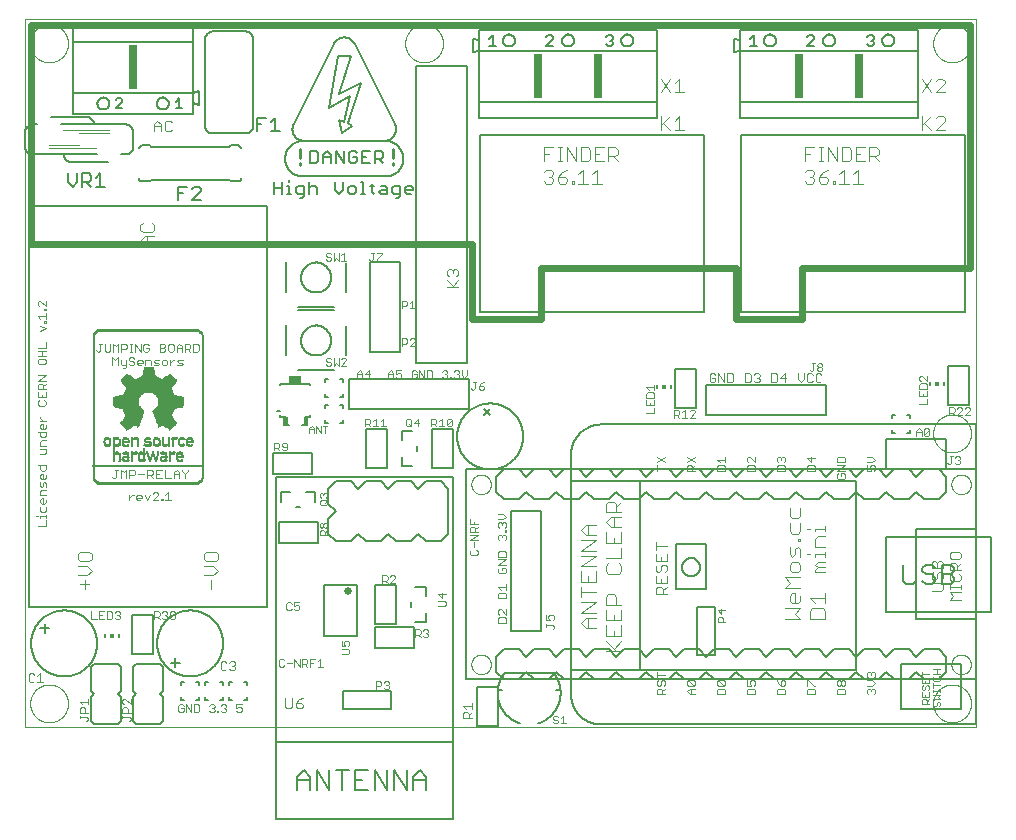
<source format=gto>
G75*
%MOIN*%
%OFA0B0*%
%FSLAX25Y25*%
%IPPOS*%
%LPD*%
%AMOC8*
5,1,8,0,0,1.08239X$1,22.5*
%
%ADD10C,0.00000*%
%ADD11R,0.32700X0.00100*%
%ADD12R,0.33700X0.00100*%
%ADD13R,0.34200X0.00100*%
%ADD14R,0.34700X0.00100*%
%ADD15R,0.34900X0.00100*%
%ADD16R,0.01500X0.00100*%
%ADD17R,0.01400X0.00100*%
%ADD18R,0.01200X0.00100*%
%ADD19R,0.01100X0.00100*%
%ADD20R,0.01000X0.00100*%
%ADD21R,0.00900X0.00100*%
%ADD22R,0.00700X0.00100*%
%ADD23R,0.00800X0.00100*%
%ADD24R,0.37100X0.00100*%
%ADD25R,0.00600X0.00100*%
%ADD26R,0.01300X0.00100*%
%ADD27R,0.02200X0.00100*%
%ADD28R,0.01700X0.00100*%
%ADD29R,0.02300X0.00100*%
%ADD30R,0.02400X0.00100*%
%ADD31R,0.01900X0.00100*%
%ADD32R,0.02500X0.00100*%
%ADD33R,0.02600X0.00100*%
%ADD34R,0.00300X0.00100*%
%ADD35R,0.02700X0.00100*%
%ADD36R,0.02100X0.00100*%
%ADD37R,0.02000X0.00100*%
%ADD38R,0.00200X0.00100*%
%ADD39R,0.01800X0.00100*%
%ADD40R,0.01600X0.00100*%
%ADD41R,0.00500X0.00100*%
%ADD42R,0.00400X0.00100*%
%ADD43R,0.00100X0.00100*%
%ADD44R,0.03200X0.00100*%
%ADD45R,0.03100X0.00100*%
%ADD46R,0.03400X0.00100*%
%ADD47R,0.03500X0.00100*%
%ADD48R,0.03900X0.00100*%
%ADD49R,0.05700X0.00100*%
%ADD50R,0.06000X0.00100*%
%ADD51R,0.06100X0.00100*%
%ADD52R,0.06200X0.00100*%
%ADD53R,0.06500X0.00100*%
%ADD54R,0.06400X0.00100*%
%ADD55R,0.06300X0.00100*%
%ADD56R,0.05900X0.00100*%
%ADD57R,0.05800X0.00100*%
%ADD58R,0.06600X0.00100*%
%ADD59R,0.06800X0.00100*%
%ADD60R,0.06700X0.00100*%
%ADD61R,0.06900X0.00100*%
%ADD62R,0.07000X0.00100*%
%ADD63R,0.07100X0.00100*%
%ADD64R,0.07800X0.00100*%
%ADD65R,0.08500X0.00100*%
%ADD66R,0.08600X0.00100*%
%ADD67R,0.08900X0.00100*%
%ADD68R,0.08800X0.00100*%
%ADD69R,0.08700X0.00100*%
%ADD70R,0.08400X0.00100*%
%ADD71R,0.07300X0.00100*%
%ADD72R,0.07400X0.00100*%
%ADD73R,0.16200X0.00100*%
%ADD74R,0.15900X0.00100*%
%ADD75R,0.15600X0.00100*%
%ADD76R,0.15300X0.00100*%
%ADD77R,0.16500X0.00100*%
%ADD78R,0.16800X0.00100*%
%ADD79R,0.17100X0.00100*%
%ADD80R,0.17400X0.00100*%
%ADD81R,0.17700X0.00100*%
%ADD82R,0.18000X0.00100*%
%ADD83R,0.18300X0.00100*%
%ADD84R,0.18600X0.00100*%
%ADD85R,0.04200X0.00100*%
%ADD86R,0.08100X0.00100*%
%ADD87R,0.07500X0.00100*%
%ADD88R,0.05100X0.00100*%
%ADD89R,0.04500X0.00100*%
%ADD90R,0.03600X0.00100*%
%ADD91R,0.03300X0.00100*%
%ADD92R,0.33600X0.00100*%
%ADD93C,0.00300*%
%ADD94C,0.02400*%
%ADD95C,0.00200*%
%ADD96C,0.00500*%
%ADD97C,0.00600*%
%ADD98C,0.00400*%
%ADD99R,0.03000X0.15000*%
%ADD100R,0.00591X0.01181*%
%ADD101R,0.01181X0.01181*%
%ADD102C,0.00800*%
%ADD103C,0.02559*%
%ADD104R,0.04000X0.02500*%
%ADD105C,0.00700*%
%ADD106C,0.01100*%
D10*
X0002000Y0031850D02*
X0319000Y0031850D01*
X0319000Y0267850D01*
X0002000Y0267850D01*
X0002000Y0031850D01*
X0003701Y0039850D02*
X0003703Y0040008D01*
X0003709Y0040166D01*
X0003719Y0040324D01*
X0003733Y0040482D01*
X0003751Y0040639D01*
X0003772Y0040796D01*
X0003798Y0040952D01*
X0003828Y0041108D01*
X0003861Y0041263D01*
X0003899Y0041416D01*
X0003940Y0041569D01*
X0003985Y0041721D01*
X0004034Y0041872D01*
X0004087Y0042021D01*
X0004143Y0042169D01*
X0004203Y0042315D01*
X0004267Y0042460D01*
X0004335Y0042603D01*
X0004406Y0042745D01*
X0004480Y0042885D01*
X0004558Y0043022D01*
X0004640Y0043158D01*
X0004724Y0043292D01*
X0004813Y0043423D01*
X0004904Y0043552D01*
X0004999Y0043679D01*
X0005096Y0043804D01*
X0005197Y0043926D01*
X0005301Y0044045D01*
X0005408Y0044162D01*
X0005518Y0044276D01*
X0005631Y0044387D01*
X0005746Y0044496D01*
X0005864Y0044601D01*
X0005985Y0044703D01*
X0006108Y0044803D01*
X0006234Y0044899D01*
X0006362Y0044992D01*
X0006492Y0045082D01*
X0006625Y0045168D01*
X0006760Y0045252D01*
X0006896Y0045331D01*
X0007035Y0045408D01*
X0007176Y0045480D01*
X0007318Y0045550D01*
X0007462Y0045615D01*
X0007608Y0045677D01*
X0007755Y0045735D01*
X0007904Y0045790D01*
X0008054Y0045841D01*
X0008205Y0045888D01*
X0008357Y0045931D01*
X0008510Y0045970D01*
X0008665Y0046006D01*
X0008820Y0046037D01*
X0008976Y0046065D01*
X0009132Y0046089D01*
X0009289Y0046109D01*
X0009447Y0046125D01*
X0009604Y0046137D01*
X0009763Y0046145D01*
X0009921Y0046149D01*
X0010079Y0046149D01*
X0010237Y0046145D01*
X0010396Y0046137D01*
X0010553Y0046125D01*
X0010711Y0046109D01*
X0010868Y0046089D01*
X0011024Y0046065D01*
X0011180Y0046037D01*
X0011335Y0046006D01*
X0011490Y0045970D01*
X0011643Y0045931D01*
X0011795Y0045888D01*
X0011946Y0045841D01*
X0012096Y0045790D01*
X0012245Y0045735D01*
X0012392Y0045677D01*
X0012538Y0045615D01*
X0012682Y0045550D01*
X0012824Y0045480D01*
X0012965Y0045408D01*
X0013104Y0045331D01*
X0013240Y0045252D01*
X0013375Y0045168D01*
X0013508Y0045082D01*
X0013638Y0044992D01*
X0013766Y0044899D01*
X0013892Y0044803D01*
X0014015Y0044703D01*
X0014136Y0044601D01*
X0014254Y0044496D01*
X0014369Y0044387D01*
X0014482Y0044276D01*
X0014592Y0044162D01*
X0014699Y0044045D01*
X0014803Y0043926D01*
X0014904Y0043804D01*
X0015001Y0043679D01*
X0015096Y0043552D01*
X0015187Y0043423D01*
X0015276Y0043292D01*
X0015360Y0043158D01*
X0015442Y0043022D01*
X0015520Y0042885D01*
X0015594Y0042745D01*
X0015665Y0042603D01*
X0015733Y0042460D01*
X0015797Y0042315D01*
X0015857Y0042169D01*
X0015913Y0042021D01*
X0015966Y0041872D01*
X0016015Y0041721D01*
X0016060Y0041569D01*
X0016101Y0041416D01*
X0016139Y0041263D01*
X0016172Y0041108D01*
X0016202Y0040952D01*
X0016228Y0040796D01*
X0016249Y0040639D01*
X0016267Y0040482D01*
X0016281Y0040324D01*
X0016291Y0040166D01*
X0016297Y0040008D01*
X0016299Y0039850D01*
X0016297Y0039692D01*
X0016291Y0039534D01*
X0016281Y0039376D01*
X0016267Y0039218D01*
X0016249Y0039061D01*
X0016228Y0038904D01*
X0016202Y0038748D01*
X0016172Y0038592D01*
X0016139Y0038437D01*
X0016101Y0038284D01*
X0016060Y0038131D01*
X0016015Y0037979D01*
X0015966Y0037828D01*
X0015913Y0037679D01*
X0015857Y0037531D01*
X0015797Y0037385D01*
X0015733Y0037240D01*
X0015665Y0037097D01*
X0015594Y0036955D01*
X0015520Y0036815D01*
X0015442Y0036678D01*
X0015360Y0036542D01*
X0015276Y0036408D01*
X0015187Y0036277D01*
X0015096Y0036148D01*
X0015001Y0036021D01*
X0014904Y0035896D01*
X0014803Y0035774D01*
X0014699Y0035655D01*
X0014592Y0035538D01*
X0014482Y0035424D01*
X0014369Y0035313D01*
X0014254Y0035204D01*
X0014136Y0035099D01*
X0014015Y0034997D01*
X0013892Y0034897D01*
X0013766Y0034801D01*
X0013638Y0034708D01*
X0013508Y0034618D01*
X0013375Y0034532D01*
X0013240Y0034448D01*
X0013104Y0034369D01*
X0012965Y0034292D01*
X0012824Y0034220D01*
X0012682Y0034150D01*
X0012538Y0034085D01*
X0012392Y0034023D01*
X0012245Y0033965D01*
X0012096Y0033910D01*
X0011946Y0033859D01*
X0011795Y0033812D01*
X0011643Y0033769D01*
X0011490Y0033730D01*
X0011335Y0033694D01*
X0011180Y0033663D01*
X0011024Y0033635D01*
X0010868Y0033611D01*
X0010711Y0033591D01*
X0010553Y0033575D01*
X0010396Y0033563D01*
X0010237Y0033555D01*
X0010079Y0033551D01*
X0009921Y0033551D01*
X0009763Y0033555D01*
X0009604Y0033563D01*
X0009447Y0033575D01*
X0009289Y0033591D01*
X0009132Y0033611D01*
X0008976Y0033635D01*
X0008820Y0033663D01*
X0008665Y0033694D01*
X0008510Y0033730D01*
X0008357Y0033769D01*
X0008205Y0033812D01*
X0008054Y0033859D01*
X0007904Y0033910D01*
X0007755Y0033965D01*
X0007608Y0034023D01*
X0007462Y0034085D01*
X0007318Y0034150D01*
X0007176Y0034220D01*
X0007035Y0034292D01*
X0006896Y0034369D01*
X0006760Y0034448D01*
X0006625Y0034532D01*
X0006492Y0034618D01*
X0006362Y0034708D01*
X0006234Y0034801D01*
X0006108Y0034897D01*
X0005985Y0034997D01*
X0005864Y0035099D01*
X0005746Y0035204D01*
X0005631Y0035313D01*
X0005518Y0035424D01*
X0005408Y0035538D01*
X0005301Y0035655D01*
X0005197Y0035774D01*
X0005096Y0035896D01*
X0004999Y0036021D01*
X0004904Y0036148D01*
X0004813Y0036277D01*
X0004724Y0036408D01*
X0004640Y0036542D01*
X0004558Y0036678D01*
X0004480Y0036815D01*
X0004406Y0036955D01*
X0004335Y0037097D01*
X0004267Y0037240D01*
X0004203Y0037385D01*
X0004143Y0037531D01*
X0004087Y0037679D01*
X0004034Y0037828D01*
X0003985Y0037979D01*
X0003940Y0038131D01*
X0003899Y0038284D01*
X0003861Y0038437D01*
X0003828Y0038592D01*
X0003798Y0038748D01*
X0003772Y0038904D01*
X0003751Y0039061D01*
X0003733Y0039218D01*
X0003719Y0039376D01*
X0003709Y0039534D01*
X0003703Y0039692D01*
X0003701Y0039850D01*
X0150750Y0052850D02*
X0150752Y0052963D01*
X0150758Y0053077D01*
X0150768Y0053190D01*
X0150782Y0053302D01*
X0150799Y0053414D01*
X0150821Y0053526D01*
X0150847Y0053636D01*
X0150876Y0053746D01*
X0150909Y0053854D01*
X0150946Y0053962D01*
X0150987Y0054067D01*
X0151031Y0054172D01*
X0151079Y0054275D01*
X0151130Y0054376D01*
X0151185Y0054475D01*
X0151244Y0054572D01*
X0151306Y0054667D01*
X0151371Y0054760D01*
X0151439Y0054851D01*
X0151510Y0054939D01*
X0151585Y0055025D01*
X0151662Y0055108D01*
X0151742Y0055188D01*
X0151825Y0055265D01*
X0151911Y0055340D01*
X0151999Y0055411D01*
X0152090Y0055479D01*
X0152183Y0055544D01*
X0152278Y0055606D01*
X0152375Y0055665D01*
X0152474Y0055720D01*
X0152575Y0055771D01*
X0152678Y0055819D01*
X0152783Y0055863D01*
X0152888Y0055904D01*
X0152996Y0055941D01*
X0153104Y0055974D01*
X0153214Y0056003D01*
X0153324Y0056029D01*
X0153436Y0056051D01*
X0153548Y0056068D01*
X0153660Y0056082D01*
X0153773Y0056092D01*
X0153887Y0056098D01*
X0154000Y0056100D01*
X0154113Y0056098D01*
X0154227Y0056092D01*
X0154340Y0056082D01*
X0154452Y0056068D01*
X0154564Y0056051D01*
X0154676Y0056029D01*
X0154786Y0056003D01*
X0154896Y0055974D01*
X0155004Y0055941D01*
X0155112Y0055904D01*
X0155217Y0055863D01*
X0155322Y0055819D01*
X0155425Y0055771D01*
X0155526Y0055720D01*
X0155625Y0055665D01*
X0155722Y0055606D01*
X0155817Y0055544D01*
X0155910Y0055479D01*
X0156001Y0055411D01*
X0156089Y0055340D01*
X0156175Y0055265D01*
X0156258Y0055188D01*
X0156338Y0055108D01*
X0156415Y0055025D01*
X0156490Y0054939D01*
X0156561Y0054851D01*
X0156629Y0054760D01*
X0156694Y0054667D01*
X0156756Y0054572D01*
X0156815Y0054475D01*
X0156870Y0054376D01*
X0156921Y0054275D01*
X0156969Y0054172D01*
X0157013Y0054067D01*
X0157054Y0053962D01*
X0157091Y0053854D01*
X0157124Y0053746D01*
X0157153Y0053636D01*
X0157179Y0053526D01*
X0157201Y0053414D01*
X0157218Y0053302D01*
X0157232Y0053190D01*
X0157242Y0053077D01*
X0157248Y0052963D01*
X0157250Y0052850D01*
X0157248Y0052737D01*
X0157242Y0052623D01*
X0157232Y0052510D01*
X0157218Y0052398D01*
X0157201Y0052286D01*
X0157179Y0052174D01*
X0157153Y0052064D01*
X0157124Y0051954D01*
X0157091Y0051846D01*
X0157054Y0051738D01*
X0157013Y0051633D01*
X0156969Y0051528D01*
X0156921Y0051425D01*
X0156870Y0051324D01*
X0156815Y0051225D01*
X0156756Y0051128D01*
X0156694Y0051033D01*
X0156629Y0050940D01*
X0156561Y0050849D01*
X0156490Y0050761D01*
X0156415Y0050675D01*
X0156338Y0050592D01*
X0156258Y0050512D01*
X0156175Y0050435D01*
X0156089Y0050360D01*
X0156001Y0050289D01*
X0155910Y0050221D01*
X0155817Y0050156D01*
X0155722Y0050094D01*
X0155625Y0050035D01*
X0155526Y0049980D01*
X0155425Y0049929D01*
X0155322Y0049881D01*
X0155217Y0049837D01*
X0155112Y0049796D01*
X0155004Y0049759D01*
X0154896Y0049726D01*
X0154786Y0049697D01*
X0154676Y0049671D01*
X0154564Y0049649D01*
X0154452Y0049632D01*
X0154340Y0049618D01*
X0154227Y0049608D01*
X0154113Y0049602D01*
X0154000Y0049600D01*
X0153887Y0049602D01*
X0153773Y0049608D01*
X0153660Y0049618D01*
X0153548Y0049632D01*
X0153436Y0049649D01*
X0153324Y0049671D01*
X0153214Y0049697D01*
X0153104Y0049726D01*
X0152996Y0049759D01*
X0152888Y0049796D01*
X0152783Y0049837D01*
X0152678Y0049881D01*
X0152575Y0049929D01*
X0152474Y0049980D01*
X0152375Y0050035D01*
X0152278Y0050094D01*
X0152183Y0050156D01*
X0152090Y0050221D01*
X0151999Y0050289D01*
X0151911Y0050360D01*
X0151825Y0050435D01*
X0151742Y0050512D01*
X0151662Y0050592D01*
X0151585Y0050675D01*
X0151510Y0050761D01*
X0151439Y0050849D01*
X0151371Y0050940D01*
X0151306Y0051033D01*
X0151244Y0051128D01*
X0151185Y0051225D01*
X0151130Y0051324D01*
X0151079Y0051425D01*
X0151031Y0051528D01*
X0150987Y0051633D01*
X0150946Y0051738D01*
X0150909Y0051846D01*
X0150876Y0051954D01*
X0150847Y0052064D01*
X0150821Y0052174D01*
X0150799Y0052286D01*
X0150782Y0052398D01*
X0150768Y0052510D01*
X0150758Y0052623D01*
X0150752Y0052737D01*
X0150750Y0052850D01*
X0150750Y0112850D02*
X0150752Y0112963D01*
X0150758Y0113077D01*
X0150768Y0113190D01*
X0150782Y0113302D01*
X0150799Y0113414D01*
X0150821Y0113526D01*
X0150847Y0113636D01*
X0150876Y0113746D01*
X0150909Y0113854D01*
X0150946Y0113962D01*
X0150987Y0114067D01*
X0151031Y0114172D01*
X0151079Y0114275D01*
X0151130Y0114376D01*
X0151185Y0114475D01*
X0151244Y0114572D01*
X0151306Y0114667D01*
X0151371Y0114760D01*
X0151439Y0114851D01*
X0151510Y0114939D01*
X0151585Y0115025D01*
X0151662Y0115108D01*
X0151742Y0115188D01*
X0151825Y0115265D01*
X0151911Y0115340D01*
X0151999Y0115411D01*
X0152090Y0115479D01*
X0152183Y0115544D01*
X0152278Y0115606D01*
X0152375Y0115665D01*
X0152474Y0115720D01*
X0152575Y0115771D01*
X0152678Y0115819D01*
X0152783Y0115863D01*
X0152888Y0115904D01*
X0152996Y0115941D01*
X0153104Y0115974D01*
X0153214Y0116003D01*
X0153324Y0116029D01*
X0153436Y0116051D01*
X0153548Y0116068D01*
X0153660Y0116082D01*
X0153773Y0116092D01*
X0153887Y0116098D01*
X0154000Y0116100D01*
X0154113Y0116098D01*
X0154227Y0116092D01*
X0154340Y0116082D01*
X0154452Y0116068D01*
X0154564Y0116051D01*
X0154676Y0116029D01*
X0154786Y0116003D01*
X0154896Y0115974D01*
X0155004Y0115941D01*
X0155112Y0115904D01*
X0155217Y0115863D01*
X0155322Y0115819D01*
X0155425Y0115771D01*
X0155526Y0115720D01*
X0155625Y0115665D01*
X0155722Y0115606D01*
X0155817Y0115544D01*
X0155910Y0115479D01*
X0156001Y0115411D01*
X0156089Y0115340D01*
X0156175Y0115265D01*
X0156258Y0115188D01*
X0156338Y0115108D01*
X0156415Y0115025D01*
X0156490Y0114939D01*
X0156561Y0114851D01*
X0156629Y0114760D01*
X0156694Y0114667D01*
X0156756Y0114572D01*
X0156815Y0114475D01*
X0156870Y0114376D01*
X0156921Y0114275D01*
X0156969Y0114172D01*
X0157013Y0114067D01*
X0157054Y0113962D01*
X0157091Y0113854D01*
X0157124Y0113746D01*
X0157153Y0113636D01*
X0157179Y0113526D01*
X0157201Y0113414D01*
X0157218Y0113302D01*
X0157232Y0113190D01*
X0157242Y0113077D01*
X0157248Y0112963D01*
X0157250Y0112850D01*
X0157248Y0112737D01*
X0157242Y0112623D01*
X0157232Y0112510D01*
X0157218Y0112398D01*
X0157201Y0112286D01*
X0157179Y0112174D01*
X0157153Y0112064D01*
X0157124Y0111954D01*
X0157091Y0111846D01*
X0157054Y0111738D01*
X0157013Y0111633D01*
X0156969Y0111528D01*
X0156921Y0111425D01*
X0156870Y0111324D01*
X0156815Y0111225D01*
X0156756Y0111128D01*
X0156694Y0111033D01*
X0156629Y0110940D01*
X0156561Y0110849D01*
X0156490Y0110761D01*
X0156415Y0110675D01*
X0156338Y0110592D01*
X0156258Y0110512D01*
X0156175Y0110435D01*
X0156089Y0110360D01*
X0156001Y0110289D01*
X0155910Y0110221D01*
X0155817Y0110156D01*
X0155722Y0110094D01*
X0155625Y0110035D01*
X0155526Y0109980D01*
X0155425Y0109929D01*
X0155322Y0109881D01*
X0155217Y0109837D01*
X0155112Y0109796D01*
X0155004Y0109759D01*
X0154896Y0109726D01*
X0154786Y0109697D01*
X0154676Y0109671D01*
X0154564Y0109649D01*
X0154452Y0109632D01*
X0154340Y0109618D01*
X0154227Y0109608D01*
X0154113Y0109602D01*
X0154000Y0109600D01*
X0153887Y0109602D01*
X0153773Y0109608D01*
X0153660Y0109618D01*
X0153548Y0109632D01*
X0153436Y0109649D01*
X0153324Y0109671D01*
X0153214Y0109697D01*
X0153104Y0109726D01*
X0152996Y0109759D01*
X0152888Y0109796D01*
X0152783Y0109837D01*
X0152678Y0109881D01*
X0152575Y0109929D01*
X0152474Y0109980D01*
X0152375Y0110035D01*
X0152278Y0110094D01*
X0152183Y0110156D01*
X0152090Y0110221D01*
X0151999Y0110289D01*
X0151911Y0110360D01*
X0151825Y0110435D01*
X0151742Y0110512D01*
X0151662Y0110592D01*
X0151585Y0110675D01*
X0151510Y0110761D01*
X0151439Y0110849D01*
X0151371Y0110940D01*
X0151306Y0111033D01*
X0151244Y0111128D01*
X0151185Y0111225D01*
X0151130Y0111324D01*
X0151079Y0111425D01*
X0151031Y0111528D01*
X0150987Y0111633D01*
X0150946Y0111738D01*
X0150909Y0111846D01*
X0150876Y0111954D01*
X0150847Y0112064D01*
X0150821Y0112174D01*
X0150799Y0112286D01*
X0150782Y0112398D01*
X0150768Y0112510D01*
X0150758Y0112623D01*
X0150752Y0112737D01*
X0150750Y0112850D01*
X0304701Y0129850D02*
X0304703Y0130008D01*
X0304709Y0130166D01*
X0304719Y0130324D01*
X0304733Y0130482D01*
X0304751Y0130639D01*
X0304772Y0130796D01*
X0304798Y0130952D01*
X0304828Y0131108D01*
X0304861Y0131263D01*
X0304899Y0131416D01*
X0304940Y0131569D01*
X0304985Y0131721D01*
X0305034Y0131872D01*
X0305087Y0132021D01*
X0305143Y0132169D01*
X0305203Y0132315D01*
X0305267Y0132460D01*
X0305335Y0132603D01*
X0305406Y0132745D01*
X0305480Y0132885D01*
X0305558Y0133022D01*
X0305640Y0133158D01*
X0305724Y0133292D01*
X0305813Y0133423D01*
X0305904Y0133552D01*
X0305999Y0133679D01*
X0306096Y0133804D01*
X0306197Y0133926D01*
X0306301Y0134045D01*
X0306408Y0134162D01*
X0306518Y0134276D01*
X0306631Y0134387D01*
X0306746Y0134496D01*
X0306864Y0134601D01*
X0306985Y0134703D01*
X0307108Y0134803D01*
X0307234Y0134899D01*
X0307362Y0134992D01*
X0307492Y0135082D01*
X0307625Y0135168D01*
X0307760Y0135252D01*
X0307896Y0135331D01*
X0308035Y0135408D01*
X0308176Y0135480D01*
X0308318Y0135550D01*
X0308462Y0135615D01*
X0308608Y0135677D01*
X0308755Y0135735D01*
X0308904Y0135790D01*
X0309054Y0135841D01*
X0309205Y0135888D01*
X0309357Y0135931D01*
X0309510Y0135970D01*
X0309665Y0136006D01*
X0309820Y0136037D01*
X0309976Y0136065D01*
X0310132Y0136089D01*
X0310289Y0136109D01*
X0310447Y0136125D01*
X0310604Y0136137D01*
X0310763Y0136145D01*
X0310921Y0136149D01*
X0311079Y0136149D01*
X0311237Y0136145D01*
X0311396Y0136137D01*
X0311553Y0136125D01*
X0311711Y0136109D01*
X0311868Y0136089D01*
X0312024Y0136065D01*
X0312180Y0136037D01*
X0312335Y0136006D01*
X0312490Y0135970D01*
X0312643Y0135931D01*
X0312795Y0135888D01*
X0312946Y0135841D01*
X0313096Y0135790D01*
X0313245Y0135735D01*
X0313392Y0135677D01*
X0313538Y0135615D01*
X0313682Y0135550D01*
X0313824Y0135480D01*
X0313965Y0135408D01*
X0314104Y0135331D01*
X0314240Y0135252D01*
X0314375Y0135168D01*
X0314508Y0135082D01*
X0314638Y0134992D01*
X0314766Y0134899D01*
X0314892Y0134803D01*
X0315015Y0134703D01*
X0315136Y0134601D01*
X0315254Y0134496D01*
X0315369Y0134387D01*
X0315482Y0134276D01*
X0315592Y0134162D01*
X0315699Y0134045D01*
X0315803Y0133926D01*
X0315904Y0133804D01*
X0316001Y0133679D01*
X0316096Y0133552D01*
X0316187Y0133423D01*
X0316276Y0133292D01*
X0316360Y0133158D01*
X0316442Y0133022D01*
X0316520Y0132885D01*
X0316594Y0132745D01*
X0316665Y0132603D01*
X0316733Y0132460D01*
X0316797Y0132315D01*
X0316857Y0132169D01*
X0316913Y0132021D01*
X0316966Y0131872D01*
X0317015Y0131721D01*
X0317060Y0131569D01*
X0317101Y0131416D01*
X0317139Y0131263D01*
X0317172Y0131108D01*
X0317202Y0130952D01*
X0317228Y0130796D01*
X0317249Y0130639D01*
X0317267Y0130482D01*
X0317281Y0130324D01*
X0317291Y0130166D01*
X0317297Y0130008D01*
X0317299Y0129850D01*
X0317297Y0129692D01*
X0317291Y0129534D01*
X0317281Y0129376D01*
X0317267Y0129218D01*
X0317249Y0129061D01*
X0317228Y0128904D01*
X0317202Y0128748D01*
X0317172Y0128592D01*
X0317139Y0128437D01*
X0317101Y0128284D01*
X0317060Y0128131D01*
X0317015Y0127979D01*
X0316966Y0127828D01*
X0316913Y0127679D01*
X0316857Y0127531D01*
X0316797Y0127385D01*
X0316733Y0127240D01*
X0316665Y0127097D01*
X0316594Y0126955D01*
X0316520Y0126815D01*
X0316442Y0126678D01*
X0316360Y0126542D01*
X0316276Y0126408D01*
X0316187Y0126277D01*
X0316096Y0126148D01*
X0316001Y0126021D01*
X0315904Y0125896D01*
X0315803Y0125774D01*
X0315699Y0125655D01*
X0315592Y0125538D01*
X0315482Y0125424D01*
X0315369Y0125313D01*
X0315254Y0125204D01*
X0315136Y0125099D01*
X0315015Y0124997D01*
X0314892Y0124897D01*
X0314766Y0124801D01*
X0314638Y0124708D01*
X0314508Y0124618D01*
X0314375Y0124532D01*
X0314240Y0124448D01*
X0314104Y0124369D01*
X0313965Y0124292D01*
X0313824Y0124220D01*
X0313682Y0124150D01*
X0313538Y0124085D01*
X0313392Y0124023D01*
X0313245Y0123965D01*
X0313096Y0123910D01*
X0312946Y0123859D01*
X0312795Y0123812D01*
X0312643Y0123769D01*
X0312490Y0123730D01*
X0312335Y0123694D01*
X0312180Y0123663D01*
X0312024Y0123635D01*
X0311868Y0123611D01*
X0311711Y0123591D01*
X0311553Y0123575D01*
X0311396Y0123563D01*
X0311237Y0123555D01*
X0311079Y0123551D01*
X0310921Y0123551D01*
X0310763Y0123555D01*
X0310604Y0123563D01*
X0310447Y0123575D01*
X0310289Y0123591D01*
X0310132Y0123611D01*
X0309976Y0123635D01*
X0309820Y0123663D01*
X0309665Y0123694D01*
X0309510Y0123730D01*
X0309357Y0123769D01*
X0309205Y0123812D01*
X0309054Y0123859D01*
X0308904Y0123910D01*
X0308755Y0123965D01*
X0308608Y0124023D01*
X0308462Y0124085D01*
X0308318Y0124150D01*
X0308176Y0124220D01*
X0308035Y0124292D01*
X0307896Y0124369D01*
X0307760Y0124448D01*
X0307625Y0124532D01*
X0307492Y0124618D01*
X0307362Y0124708D01*
X0307234Y0124801D01*
X0307108Y0124897D01*
X0306985Y0124997D01*
X0306864Y0125099D01*
X0306746Y0125204D01*
X0306631Y0125313D01*
X0306518Y0125424D01*
X0306408Y0125538D01*
X0306301Y0125655D01*
X0306197Y0125774D01*
X0306096Y0125896D01*
X0305999Y0126021D01*
X0305904Y0126148D01*
X0305813Y0126277D01*
X0305724Y0126408D01*
X0305640Y0126542D01*
X0305558Y0126678D01*
X0305480Y0126815D01*
X0305406Y0126955D01*
X0305335Y0127097D01*
X0305267Y0127240D01*
X0305203Y0127385D01*
X0305143Y0127531D01*
X0305087Y0127679D01*
X0305034Y0127828D01*
X0304985Y0127979D01*
X0304940Y0128131D01*
X0304899Y0128284D01*
X0304861Y0128437D01*
X0304828Y0128592D01*
X0304798Y0128748D01*
X0304772Y0128904D01*
X0304751Y0129061D01*
X0304733Y0129218D01*
X0304719Y0129376D01*
X0304709Y0129534D01*
X0304703Y0129692D01*
X0304701Y0129850D01*
X0310750Y0112850D02*
X0310752Y0112963D01*
X0310758Y0113077D01*
X0310768Y0113190D01*
X0310782Y0113302D01*
X0310799Y0113414D01*
X0310821Y0113526D01*
X0310847Y0113636D01*
X0310876Y0113746D01*
X0310909Y0113854D01*
X0310946Y0113962D01*
X0310987Y0114067D01*
X0311031Y0114172D01*
X0311079Y0114275D01*
X0311130Y0114376D01*
X0311185Y0114475D01*
X0311244Y0114572D01*
X0311306Y0114667D01*
X0311371Y0114760D01*
X0311439Y0114851D01*
X0311510Y0114939D01*
X0311585Y0115025D01*
X0311662Y0115108D01*
X0311742Y0115188D01*
X0311825Y0115265D01*
X0311911Y0115340D01*
X0311999Y0115411D01*
X0312090Y0115479D01*
X0312183Y0115544D01*
X0312278Y0115606D01*
X0312375Y0115665D01*
X0312474Y0115720D01*
X0312575Y0115771D01*
X0312678Y0115819D01*
X0312783Y0115863D01*
X0312888Y0115904D01*
X0312996Y0115941D01*
X0313104Y0115974D01*
X0313214Y0116003D01*
X0313324Y0116029D01*
X0313436Y0116051D01*
X0313548Y0116068D01*
X0313660Y0116082D01*
X0313773Y0116092D01*
X0313887Y0116098D01*
X0314000Y0116100D01*
X0314113Y0116098D01*
X0314227Y0116092D01*
X0314340Y0116082D01*
X0314452Y0116068D01*
X0314564Y0116051D01*
X0314676Y0116029D01*
X0314786Y0116003D01*
X0314896Y0115974D01*
X0315004Y0115941D01*
X0315112Y0115904D01*
X0315217Y0115863D01*
X0315322Y0115819D01*
X0315425Y0115771D01*
X0315526Y0115720D01*
X0315625Y0115665D01*
X0315722Y0115606D01*
X0315817Y0115544D01*
X0315910Y0115479D01*
X0316001Y0115411D01*
X0316089Y0115340D01*
X0316175Y0115265D01*
X0316258Y0115188D01*
X0316338Y0115108D01*
X0316415Y0115025D01*
X0316490Y0114939D01*
X0316561Y0114851D01*
X0316629Y0114760D01*
X0316694Y0114667D01*
X0316756Y0114572D01*
X0316815Y0114475D01*
X0316870Y0114376D01*
X0316921Y0114275D01*
X0316969Y0114172D01*
X0317013Y0114067D01*
X0317054Y0113962D01*
X0317091Y0113854D01*
X0317124Y0113746D01*
X0317153Y0113636D01*
X0317179Y0113526D01*
X0317201Y0113414D01*
X0317218Y0113302D01*
X0317232Y0113190D01*
X0317242Y0113077D01*
X0317248Y0112963D01*
X0317250Y0112850D01*
X0317248Y0112737D01*
X0317242Y0112623D01*
X0317232Y0112510D01*
X0317218Y0112398D01*
X0317201Y0112286D01*
X0317179Y0112174D01*
X0317153Y0112064D01*
X0317124Y0111954D01*
X0317091Y0111846D01*
X0317054Y0111738D01*
X0317013Y0111633D01*
X0316969Y0111528D01*
X0316921Y0111425D01*
X0316870Y0111324D01*
X0316815Y0111225D01*
X0316756Y0111128D01*
X0316694Y0111033D01*
X0316629Y0110940D01*
X0316561Y0110849D01*
X0316490Y0110761D01*
X0316415Y0110675D01*
X0316338Y0110592D01*
X0316258Y0110512D01*
X0316175Y0110435D01*
X0316089Y0110360D01*
X0316001Y0110289D01*
X0315910Y0110221D01*
X0315817Y0110156D01*
X0315722Y0110094D01*
X0315625Y0110035D01*
X0315526Y0109980D01*
X0315425Y0109929D01*
X0315322Y0109881D01*
X0315217Y0109837D01*
X0315112Y0109796D01*
X0315004Y0109759D01*
X0314896Y0109726D01*
X0314786Y0109697D01*
X0314676Y0109671D01*
X0314564Y0109649D01*
X0314452Y0109632D01*
X0314340Y0109618D01*
X0314227Y0109608D01*
X0314113Y0109602D01*
X0314000Y0109600D01*
X0313887Y0109602D01*
X0313773Y0109608D01*
X0313660Y0109618D01*
X0313548Y0109632D01*
X0313436Y0109649D01*
X0313324Y0109671D01*
X0313214Y0109697D01*
X0313104Y0109726D01*
X0312996Y0109759D01*
X0312888Y0109796D01*
X0312783Y0109837D01*
X0312678Y0109881D01*
X0312575Y0109929D01*
X0312474Y0109980D01*
X0312375Y0110035D01*
X0312278Y0110094D01*
X0312183Y0110156D01*
X0312090Y0110221D01*
X0311999Y0110289D01*
X0311911Y0110360D01*
X0311825Y0110435D01*
X0311742Y0110512D01*
X0311662Y0110592D01*
X0311585Y0110675D01*
X0311510Y0110761D01*
X0311439Y0110849D01*
X0311371Y0110940D01*
X0311306Y0111033D01*
X0311244Y0111128D01*
X0311185Y0111225D01*
X0311130Y0111324D01*
X0311079Y0111425D01*
X0311031Y0111528D01*
X0310987Y0111633D01*
X0310946Y0111738D01*
X0310909Y0111846D01*
X0310876Y0111954D01*
X0310847Y0112064D01*
X0310821Y0112174D01*
X0310799Y0112286D01*
X0310782Y0112398D01*
X0310768Y0112510D01*
X0310758Y0112623D01*
X0310752Y0112737D01*
X0310750Y0112850D01*
X0310750Y0052850D02*
X0310752Y0052963D01*
X0310758Y0053077D01*
X0310768Y0053190D01*
X0310782Y0053302D01*
X0310799Y0053414D01*
X0310821Y0053526D01*
X0310847Y0053636D01*
X0310876Y0053746D01*
X0310909Y0053854D01*
X0310946Y0053962D01*
X0310987Y0054067D01*
X0311031Y0054172D01*
X0311079Y0054275D01*
X0311130Y0054376D01*
X0311185Y0054475D01*
X0311244Y0054572D01*
X0311306Y0054667D01*
X0311371Y0054760D01*
X0311439Y0054851D01*
X0311510Y0054939D01*
X0311585Y0055025D01*
X0311662Y0055108D01*
X0311742Y0055188D01*
X0311825Y0055265D01*
X0311911Y0055340D01*
X0311999Y0055411D01*
X0312090Y0055479D01*
X0312183Y0055544D01*
X0312278Y0055606D01*
X0312375Y0055665D01*
X0312474Y0055720D01*
X0312575Y0055771D01*
X0312678Y0055819D01*
X0312783Y0055863D01*
X0312888Y0055904D01*
X0312996Y0055941D01*
X0313104Y0055974D01*
X0313214Y0056003D01*
X0313324Y0056029D01*
X0313436Y0056051D01*
X0313548Y0056068D01*
X0313660Y0056082D01*
X0313773Y0056092D01*
X0313887Y0056098D01*
X0314000Y0056100D01*
X0314113Y0056098D01*
X0314227Y0056092D01*
X0314340Y0056082D01*
X0314452Y0056068D01*
X0314564Y0056051D01*
X0314676Y0056029D01*
X0314786Y0056003D01*
X0314896Y0055974D01*
X0315004Y0055941D01*
X0315112Y0055904D01*
X0315217Y0055863D01*
X0315322Y0055819D01*
X0315425Y0055771D01*
X0315526Y0055720D01*
X0315625Y0055665D01*
X0315722Y0055606D01*
X0315817Y0055544D01*
X0315910Y0055479D01*
X0316001Y0055411D01*
X0316089Y0055340D01*
X0316175Y0055265D01*
X0316258Y0055188D01*
X0316338Y0055108D01*
X0316415Y0055025D01*
X0316490Y0054939D01*
X0316561Y0054851D01*
X0316629Y0054760D01*
X0316694Y0054667D01*
X0316756Y0054572D01*
X0316815Y0054475D01*
X0316870Y0054376D01*
X0316921Y0054275D01*
X0316969Y0054172D01*
X0317013Y0054067D01*
X0317054Y0053962D01*
X0317091Y0053854D01*
X0317124Y0053746D01*
X0317153Y0053636D01*
X0317179Y0053526D01*
X0317201Y0053414D01*
X0317218Y0053302D01*
X0317232Y0053190D01*
X0317242Y0053077D01*
X0317248Y0052963D01*
X0317250Y0052850D01*
X0317248Y0052737D01*
X0317242Y0052623D01*
X0317232Y0052510D01*
X0317218Y0052398D01*
X0317201Y0052286D01*
X0317179Y0052174D01*
X0317153Y0052064D01*
X0317124Y0051954D01*
X0317091Y0051846D01*
X0317054Y0051738D01*
X0317013Y0051633D01*
X0316969Y0051528D01*
X0316921Y0051425D01*
X0316870Y0051324D01*
X0316815Y0051225D01*
X0316756Y0051128D01*
X0316694Y0051033D01*
X0316629Y0050940D01*
X0316561Y0050849D01*
X0316490Y0050761D01*
X0316415Y0050675D01*
X0316338Y0050592D01*
X0316258Y0050512D01*
X0316175Y0050435D01*
X0316089Y0050360D01*
X0316001Y0050289D01*
X0315910Y0050221D01*
X0315817Y0050156D01*
X0315722Y0050094D01*
X0315625Y0050035D01*
X0315526Y0049980D01*
X0315425Y0049929D01*
X0315322Y0049881D01*
X0315217Y0049837D01*
X0315112Y0049796D01*
X0315004Y0049759D01*
X0314896Y0049726D01*
X0314786Y0049697D01*
X0314676Y0049671D01*
X0314564Y0049649D01*
X0314452Y0049632D01*
X0314340Y0049618D01*
X0314227Y0049608D01*
X0314113Y0049602D01*
X0314000Y0049600D01*
X0313887Y0049602D01*
X0313773Y0049608D01*
X0313660Y0049618D01*
X0313548Y0049632D01*
X0313436Y0049649D01*
X0313324Y0049671D01*
X0313214Y0049697D01*
X0313104Y0049726D01*
X0312996Y0049759D01*
X0312888Y0049796D01*
X0312783Y0049837D01*
X0312678Y0049881D01*
X0312575Y0049929D01*
X0312474Y0049980D01*
X0312375Y0050035D01*
X0312278Y0050094D01*
X0312183Y0050156D01*
X0312090Y0050221D01*
X0311999Y0050289D01*
X0311911Y0050360D01*
X0311825Y0050435D01*
X0311742Y0050512D01*
X0311662Y0050592D01*
X0311585Y0050675D01*
X0311510Y0050761D01*
X0311439Y0050849D01*
X0311371Y0050940D01*
X0311306Y0051033D01*
X0311244Y0051128D01*
X0311185Y0051225D01*
X0311130Y0051324D01*
X0311079Y0051425D01*
X0311031Y0051528D01*
X0310987Y0051633D01*
X0310946Y0051738D01*
X0310909Y0051846D01*
X0310876Y0051954D01*
X0310847Y0052064D01*
X0310821Y0052174D01*
X0310799Y0052286D01*
X0310782Y0052398D01*
X0310768Y0052510D01*
X0310758Y0052623D01*
X0310752Y0052737D01*
X0310750Y0052850D01*
X0304701Y0039850D02*
X0304703Y0040008D01*
X0304709Y0040166D01*
X0304719Y0040324D01*
X0304733Y0040482D01*
X0304751Y0040639D01*
X0304772Y0040796D01*
X0304798Y0040952D01*
X0304828Y0041108D01*
X0304861Y0041263D01*
X0304899Y0041416D01*
X0304940Y0041569D01*
X0304985Y0041721D01*
X0305034Y0041872D01*
X0305087Y0042021D01*
X0305143Y0042169D01*
X0305203Y0042315D01*
X0305267Y0042460D01*
X0305335Y0042603D01*
X0305406Y0042745D01*
X0305480Y0042885D01*
X0305558Y0043022D01*
X0305640Y0043158D01*
X0305724Y0043292D01*
X0305813Y0043423D01*
X0305904Y0043552D01*
X0305999Y0043679D01*
X0306096Y0043804D01*
X0306197Y0043926D01*
X0306301Y0044045D01*
X0306408Y0044162D01*
X0306518Y0044276D01*
X0306631Y0044387D01*
X0306746Y0044496D01*
X0306864Y0044601D01*
X0306985Y0044703D01*
X0307108Y0044803D01*
X0307234Y0044899D01*
X0307362Y0044992D01*
X0307492Y0045082D01*
X0307625Y0045168D01*
X0307760Y0045252D01*
X0307896Y0045331D01*
X0308035Y0045408D01*
X0308176Y0045480D01*
X0308318Y0045550D01*
X0308462Y0045615D01*
X0308608Y0045677D01*
X0308755Y0045735D01*
X0308904Y0045790D01*
X0309054Y0045841D01*
X0309205Y0045888D01*
X0309357Y0045931D01*
X0309510Y0045970D01*
X0309665Y0046006D01*
X0309820Y0046037D01*
X0309976Y0046065D01*
X0310132Y0046089D01*
X0310289Y0046109D01*
X0310447Y0046125D01*
X0310604Y0046137D01*
X0310763Y0046145D01*
X0310921Y0046149D01*
X0311079Y0046149D01*
X0311237Y0046145D01*
X0311396Y0046137D01*
X0311553Y0046125D01*
X0311711Y0046109D01*
X0311868Y0046089D01*
X0312024Y0046065D01*
X0312180Y0046037D01*
X0312335Y0046006D01*
X0312490Y0045970D01*
X0312643Y0045931D01*
X0312795Y0045888D01*
X0312946Y0045841D01*
X0313096Y0045790D01*
X0313245Y0045735D01*
X0313392Y0045677D01*
X0313538Y0045615D01*
X0313682Y0045550D01*
X0313824Y0045480D01*
X0313965Y0045408D01*
X0314104Y0045331D01*
X0314240Y0045252D01*
X0314375Y0045168D01*
X0314508Y0045082D01*
X0314638Y0044992D01*
X0314766Y0044899D01*
X0314892Y0044803D01*
X0315015Y0044703D01*
X0315136Y0044601D01*
X0315254Y0044496D01*
X0315369Y0044387D01*
X0315482Y0044276D01*
X0315592Y0044162D01*
X0315699Y0044045D01*
X0315803Y0043926D01*
X0315904Y0043804D01*
X0316001Y0043679D01*
X0316096Y0043552D01*
X0316187Y0043423D01*
X0316276Y0043292D01*
X0316360Y0043158D01*
X0316442Y0043022D01*
X0316520Y0042885D01*
X0316594Y0042745D01*
X0316665Y0042603D01*
X0316733Y0042460D01*
X0316797Y0042315D01*
X0316857Y0042169D01*
X0316913Y0042021D01*
X0316966Y0041872D01*
X0317015Y0041721D01*
X0317060Y0041569D01*
X0317101Y0041416D01*
X0317139Y0041263D01*
X0317172Y0041108D01*
X0317202Y0040952D01*
X0317228Y0040796D01*
X0317249Y0040639D01*
X0317267Y0040482D01*
X0317281Y0040324D01*
X0317291Y0040166D01*
X0317297Y0040008D01*
X0317299Y0039850D01*
X0317297Y0039692D01*
X0317291Y0039534D01*
X0317281Y0039376D01*
X0317267Y0039218D01*
X0317249Y0039061D01*
X0317228Y0038904D01*
X0317202Y0038748D01*
X0317172Y0038592D01*
X0317139Y0038437D01*
X0317101Y0038284D01*
X0317060Y0038131D01*
X0317015Y0037979D01*
X0316966Y0037828D01*
X0316913Y0037679D01*
X0316857Y0037531D01*
X0316797Y0037385D01*
X0316733Y0037240D01*
X0316665Y0037097D01*
X0316594Y0036955D01*
X0316520Y0036815D01*
X0316442Y0036678D01*
X0316360Y0036542D01*
X0316276Y0036408D01*
X0316187Y0036277D01*
X0316096Y0036148D01*
X0316001Y0036021D01*
X0315904Y0035896D01*
X0315803Y0035774D01*
X0315699Y0035655D01*
X0315592Y0035538D01*
X0315482Y0035424D01*
X0315369Y0035313D01*
X0315254Y0035204D01*
X0315136Y0035099D01*
X0315015Y0034997D01*
X0314892Y0034897D01*
X0314766Y0034801D01*
X0314638Y0034708D01*
X0314508Y0034618D01*
X0314375Y0034532D01*
X0314240Y0034448D01*
X0314104Y0034369D01*
X0313965Y0034292D01*
X0313824Y0034220D01*
X0313682Y0034150D01*
X0313538Y0034085D01*
X0313392Y0034023D01*
X0313245Y0033965D01*
X0313096Y0033910D01*
X0312946Y0033859D01*
X0312795Y0033812D01*
X0312643Y0033769D01*
X0312490Y0033730D01*
X0312335Y0033694D01*
X0312180Y0033663D01*
X0312024Y0033635D01*
X0311868Y0033611D01*
X0311711Y0033591D01*
X0311553Y0033575D01*
X0311396Y0033563D01*
X0311237Y0033555D01*
X0311079Y0033551D01*
X0310921Y0033551D01*
X0310763Y0033555D01*
X0310604Y0033563D01*
X0310447Y0033575D01*
X0310289Y0033591D01*
X0310132Y0033611D01*
X0309976Y0033635D01*
X0309820Y0033663D01*
X0309665Y0033694D01*
X0309510Y0033730D01*
X0309357Y0033769D01*
X0309205Y0033812D01*
X0309054Y0033859D01*
X0308904Y0033910D01*
X0308755Y0033965D01*
X0308608Y0034023D01*
X0308462Y0034085D01*
X0308318Y0034150D01*
X0308176Y0034220D01*
X0308035Y0034292D01*
X0307896Y0034369D01*
X0307760Y0034448D01*
X0307625Y0034532D01*
X0307492Y0034618D01*
X0307362Y0034708D01*
X0307234Y0034801D01*
X0307108Y0034897D01*
X0306985Y0034997D01*
X0306864Y0035099D01*
X0306746Y0035204D01*
X0306631Y0035313D01*
X0306518Y0035424D01*
X0306408Y0035538D01*
X0306301Y0035655D01*
X0306197Y0035774D01*
X0306096Y0035896D01*
X0305999Y0036021D01*
X0305904Y0036148D01*
X0305813Y0036277D01*
X0305724Y0036408D01*
X0305640Y0036542D01*
X0305558Y0036678D01*
X0305480Y0036815D01*
X0305406Y0036955D01*
X0305335Y0037097D01*
X0305267Y0037240D01*
X0305203Y0037385D01*
X0305143Y0037531D01*
X0305087Y0037679D01*
X0305034Y0037828D01*
X0304985Y0037979D01*
X0304940Y0038131D01*
X0304899Y0038284D01*
X0304861Y0038437D01*
X0304828Y0038592D01*
X0304798Y0038748D01*
X0304772Y0038904D01*
X0304751Y0039061D01*
X0304733Y0039218D01*
X0304719Y0039376D01*
X0304709Y0039534D01*
X0304703Y0039692D01*
X0304701Y0039850D01*
X0304701Y0259850D02*
X0304703Y0260008D01*
X0304709Y0260166D01*
X0304719Y0260324D01*
X0304733Y0260482D01*
X0304751Y0260639D01*
X0304772Y0260796D01*
X0304798Y0260952D01*
X0304828Y0261108D01*
X0304861Y0261263D01*
X0304899Y0261416D01*
X0304940Y0261569D01*
X0304985Y0261721D01*
X0305034Y0261872D01*
X0305087Y0262021D01*
X0305143Y0262169D01*
X0305203Y0262315D01*
X0305267Y0262460D01*
X0305335Y0262603D01*
X0305406Y0262745D01*
X0305480Y0262885D01*
X0305558Y0263022D01*
X0305640Y0263158D01*
X0305724Y0263292D01*
X0305813Y0263423D01*
X0305904Y0263552D01*
X0305999Y0263679D01*
X0306096Y0263804D01*
X0306197Y0263926D01*
X0306301Y0264045D01*
X0306408Y0264162D01*
X0306518Y0264276D01*
X0306631Y0264387D01*
X0306746Y0264496D01*
X0306864Y0264601D01*
X0306985Y0264703D01*
X0307108Y0264803D01*
X0307234Y0264899D01*
X0307362Y0264992D01*
X0307492Y0265082D01*
X0307625Y0265168D01*
X0307760Y0265252D01*
X0307896Y0265331D01*
X0308035Y0265408D01*
X0308176Y0265480D01*
X0308318Y0265550D01*
X0308462Y0265615D01*
X0308608Y0265677D01*
X0308755Y0265735D01*
X0308904Y0265790D01*
X0309054Y0265841D01*
X0309205Y0265888D01*
X0309357Y0265931D01*
X0309510Y0265970D01*
X0309665Y0266006D01*
X0309820Y0266037D01*
X0309976Y0266065D01*
X0310132Y0266089D01*
X0310289Y0266109D01*
X0310447Y0266125D01*
X0310604Y0266137D01*
X0310763Y0266145D01*
X0310921Y0266149D01*
X0311079Y0266149D01*
X0311237Y0266145D01*
X0311396Y0266137D01*
X0311553Y0266125D01*
X0311711Y0266109D01*
X0311868Y0266089D01*
X0312024Y0266065D01*
X0312180Y0266037D01*
X0312335Y0266006D01*
X0312490Y0265970D01*
X0312643Y0265931D01*
X0312795Y0265888D01*
X0312946Y0265841D01*
X0313096Y0265790D01*
X0313245Y0265735D01*
X0313392Y0265677D01*
X0313538Y0265615D01*
X0313682Y0265550D01*
X0313824Y0265480D01*
X0313965Y0265408D01*
X0314104Y0265331D01*
X0314240Y0265252D01*
X0314375Y0265168D01*
X0314508Y0265082D01*
X0314638Y0264992D01*
X0314766Y0264899D01*
X0314892Y0264803D01*
X0315015Y0264703D01*
X0315136Y0264601D01*
X0315254Y0264496D01*
X0315369Y0264387D01*
X0315482Y0264276D01*
X0315592Y0264162D01*
X0315699Y0264045D01*
X0315803Y0263926D01*
X0315904Y0263804D01*
X0316001Y0263679D01*
X0316096Y0263552D01*
X0316187Y0263423D01*
X0316276Y0263292D01*
X0316360Y0263158D01*
X0316442Y0263022D01*
X0316520Y0262885D01*
X0316594Y0262745D01*
X0316665Y0262603D01*
X0316733Y0262460D01*
X0316797Y0262315D01*
X0316857Y0262169D01*
X0316913Y0262021D01*
X0316966Y0261872D01*
X0317015Y0261721D01*
X0317060Y0261569D01*
X0317101Y0261416D01*
X0317139Y0261263D01*
X0317172Y0261108D01*
X0317202Y0260952D01*
X0317228Y0260796D01*
X0317249Y0260639D01*
X0317267Y0260482D01*
X0317281Y0260324D01*
X0317291Y0260166D01*
X0317297Y0260008D01*
X0317299Y0259850D01*
X0317297Y0259692D01*
X0317291Y0259534D01*
X0317281Y0259376D01*
X0317267Y0259218D01*
X0317249Y0259061D01*
X0317228Y0258904D01*
X0317202Y0258748D01*
X0317172Y0258592D01*
X0317139Y0258437D01*
X0317101Y0258284D01*
X0317060Y0258131D01*
X0317015Y0257979D01*
X0316966Y0257828D01*
X0316913Y0257679D01*
X0316857Y0257531D01*
X0316797Y0257385D01*
X0316733Y0257240D01*
X0316665Y0257097D01*
X0316594Y0256955D01*
X0316520Y0256815D01*
X0316442Y0256678D01*
X0316360Y0256542D01*
X0316276Y0256408D01*
X0316187Y0256277D01*
X0316096Y0256148D01*
X0316001Y0256021D01*
X0315904Y0255896D01*
X0315803Y0255774D01*
X0315699Y0255655D01*
X0315592Y0255538D01*
X0315482Y0255424D01*
X0315369Y0255313D01*
X0315254Y0255204D01*
X0315136Y0255099D01*
X0315015Y0254997D01*
X0314892Y0254897D01*
X0314766Y0254801D01*
X0314638Y0254708D01*
X0314508Y0254618D01*
X0314375Y0254532D01*
X0314240Y0254448D01*
X0314104Y0254369D01*
X0313965Y0254292D01*
X0313824Y0254220D01*
X0313682Y0254150D01*
X0313538Y0254085D01*
X0313392Y0254023D01*
X0313245Y0253965D01*
X0313096Y0253910D01*
X0312946Y0253859D01*
X0312795Y0253812D01*
X0312643Y0253769D01*
X0312490Y0253730D01*
X0312335Y0253694D01*
X0312180Y0253663D01*
X0312024Y0253635D01*
X0311868Y0253611D01*
X0311711Y0253591D01*
X0311553Y0253575D01*
X0311396Y0253563D01*
X0311237Y0253555D01*
X0311079Y0253551D01*
X0310921Y0253551D01*
X0310763Y0253555D01*
X0310604Y0253563D01*
X0310447Y0253575D01*
X0310289Y0253591D01*
X0310132Y0253611D01*
X0309976Y0253635D01*
X0309820Y0253663D01*
X0309665Y0253694D01*
X0309510Y0253730D01*
X0309357Y0253769D01*
X0309205Y0253812D01*
X0309054Y0253859D01*
X0308904Y0253910D01*
X0308755Y0253965D01*
X0308608Y0254023D01*
X0308462Y0254085D01*
X0308318Y0254150D01*
X0308176Y0254220D01*
X0308035Y0254292D01*
X0307896Y0254369D01*
X0307760Y0254448D01*
X0307625Y0254532D01*
X0307492Y0254618D01*
X0307362Y0254708D01*
X0307234Y0254801D01*
X0307108Y0254897D01*
X0306985Y0254997D01*
X0306864Y0255099D01*
X0306746Y0255204D01*
X0306631Y0255313D01*
X0306518Y0255424D01*
X0306408Y0255538D01*
X0306301Y0255655D01*
X0306197Y0255774D01*
X0306096Y0255896D01*
X0305999Y0256021D01*
X0305904Y0256148D01*
X0305813Y0256277D01*
X0305724Y0256408D01*
X0305640Y0256542D01*
X0305558Y0256678D01*
X0305480Y0256815D01*
X0305406Y0256955D01*
X0305335Y0257097D01*
X0305267Y0257240D01*
X0305203Y0257385D01*
X0305143Y0257531D01*
X0305087Y0257679D01*
X0305034Y0257828D01*
X0304985Y0257979D01*
X0304940Y0258131D01*
X0304899Y0258284D01*
X0304861Y0258437D01*
X0304828Y0258592D01*
X0304798Y0258748D01*
X0304772Y0258904D01*
X0304751Y0259061D01*
X0304733Y0259218D01*
X0304719Y0259376D01*
X0304709Y0259534D01*
X0304703Y0259692D01*
X0304701Y0259850D01*
X0128701Y0259850D02*
X0128703Y0260008D01*
X0128709Y0260166D01*
X0128719Y0260324D01*
X0128733Y0260482D01*
X0128751Y0260639D01*
X0128772Y0260796D01*
X0128798Y0260952D01*
X0128828Y0261108D01*
X0128861Y0261263D01*
X0128899Y0261416D01*
X0128940Y0261569D01*
X0128985Y0261721D01*
X0129034Y0261872D01*
X0129087Y0262021D01*
X0129143Y0262169D01*
X0129203Y0262315D01*
X0129267Y0262460D01*
X0129335Y0262603D01*
X0129406Y0262745D01*
X0129480Y0262885D01*
X0129558Y0263022D01*
X0129640Y0263158D01*
X0129724Y0263292D01*
X0129813Y0263423D01*
X0129904Y0263552D01*
X0129999Y0263679D01*
X0130096Y0263804D01*
X0130197Y0263926D01*
X0130301Y0264045D01*
X0130408Y0264162D01*
X0130518Y0264276D01*
X0130631Y0264387D01*
X0130746Y0264496D01*
X0130864Y0264601D01*
X0130985Y0264703D01*
X0131108Y0264803D01*
X0131234Y0264899D01*
X0131362Y0264992D01*
X0131492Y0265082D01*
X0131625Y0265168D01*
X0131760Y0265252D01*
X0131896Y0265331D01*
X0132035Y0265408D01*
X0132176Y0265480D01*
X0132318Y0265550D01*
X0132462Y0265615D01*
X0132608Y0265677D01*
X0132755Y0265735D01*
X0132904Y0265790D01*
X0133054Y0265841D01*
X0133205Y0265888D01*
X0133357Y0265931D01*
X0133510Y0265970D01*
X0133665Y0266006D01*
X0133820Y0266037D01*
X0133976Y0266065D01*
X0134132Y0266089D01*
X0134289Y0266109D01*
X0134447Y0266125D01*
X0134604Y0266137D01*
X0134763Y0266145D01*
X0134921Y0266149D01*
X0135079Y0266149D01*
X0135237Y0266145D01*
X0135396Y0266137D01*
X0135553Y0266125D01*
X0135711Y0266109D01*
X0135868Y0266089D01*
X0136024Y0266065D01*
X0136180Y0266037D01*
X0136335Y0266006D01*
X0136490Y0265970D01*
X0136643Y0265931D01*
X0136795Y0265888D01*
X0136946Y0265841D01*
X0137096Y0265790D01*
X0137245Y0265735D01*
X0137392Y0265677D01*
X0137538Y0265615D01*
X0137682Y0265550D01*
X0137824Y0265480D01*
X0137965Y0265408D01*
X0138104Y0265331D01*
X0138240Y0265252D01*
X0138375Y0265168D01*
X0138508Y0265082D01*
X0138638Y0264992D01*
X0138766Y0264899D01*
X0138892Y0264803D01*
X0139015Y0264703D01*
X0139136Y0264601D01*
X0139254Y0264496D01*
X0139369Y0264387D01*
X0139482Y0264276D01*
X0139592Y0264162D01*
X0139699Y0264045D01*
X0139803Y0263926D01*
X0139904Y0263804D01*
X0140001Y0263679D01*
X0140096Y0263552D01*
X0140187Y0263423D01*
X0140276Y0263292D01*
X0140360Y0263158D01*
X0140442Y0263022D01*
X0140520Y0262885D01*
X0140594Y0262745D01*
X0140665Y0262603D01*
X0140733Y0262460D01*
X0140797Y0262315D01*
X0140857Y0262169D01*
X0140913Y0262021D01*
X0140966Y0261872D01*
X0141015Y0261721D01*
X0141060Y0261569D01*
X0141101Y0261416D01*
X0141139Y0261263D01*
X0141172Y0261108D01*
X0141202Y0260952D01*
X0141228Y0260796D01*
X0141249Y0260639D01*
X0141267Y0260482D01*
X0141281Y0260324D01*
X0141291Y0260166D01*
X0141297Y0260008D01*
X0141299Y0259850D01*
X0141297Y0259692D01*
X0141291Y0259534D01*
X0141281Y0259376D01*
X0141267Y0259218D01*
X0141249Y0259061D01*
X0141228Y0258904D01*
X0141202Y0258748D01*
X0141172Y0258592D01*
X0141139Y0258437D01*
X0141101Y0258284D01*
X0141060Y0258131D01*
X0141015Y0257979D01*
X0140966Y0257828D01*
X0140913Y0257679D01*
X0140857Y0257531D01*
X0140797Y0257385D01*
X0140733Y0257240D01*
X0140665Y0257097D01*
X0140594Y0256955D01*
X0140520Y0256815D01*
X0140442Y0256678D01*
X0140360Y0256542D01*
X0140276Y0256408D01*
X0140187Y0256277D01*
X0140096Y0256148D01*
X0140001Y0256021D01*
X0139904Y0255896D01*
X0139803Y0255774D01*
X0139699Y0255655D01*
X0139592Y0255538D01*
X0139482Y0255424D01*
X0139369Y0255313D01*
X0139254Y0255204D01*
X0139136Y0255099D01*
X0139015Y0254997D01*
X0138892Y0254897D01*
X0138766Y0254801D01*
X0138638Y0254708D01*
X0138508Y0254618D01*
X0138375Y0254532D01*
X0138240Y0254448D01*
X0138104Y0254369D01*
X0137965Y0254292D01*
X0137824Y0254220D01*
X0137682Y0254150D01*
X0137538Y0254085D01*
X0137392Y0254023D01*
X0137245Y0253965D01*
X0137096Y0253910D01*
X0136946Y0253859D01*
X0136795Y0253812D01*
X0136643Y0253769D01*
X0136490Y0253730D01*
X0136335Y0253694D01*
X0136180Y0253663D01*
X0136024Y0253635D01*
X0135868Y0253611D01*
X0135711Y0253591D01*
X0135553Y0253575D01*
X0135396Y0253563D01*
X0135237Y0253555D01*
X0135079Y0253551D01*
X0134921Y0253551D01*
X0134763Y0253555D01*
X0134604Y0253563D01*
X0134447Y0253575D01*
X0134289Y0253591D01*
X0134132Y0253611D01*
X0133976Y0253635D01*
X0133820Y0253663D01*
X0133665Y0253694D01*
X0133510Y0253730D01*
X0133357Y0253769D01*
X0133205Y0253812D01*
X0133054Y0253859D01*
X0132904Y0253910D01*
X0132755Y0253965D01*
X0132608Y0254023D01*
X0132462Y0254085D01*
X0132318Y0254150D01*
X0132176Y0254220D01*
X0132035Y0254292D01*
X0131896Y0254369D01*
X0131760Y0254448D01*
X0131625Y0254532D01*
X0131492Y0254618D01*
X0131362Y0254708D01*
X0131234Y0254801D01*
X0131108Y0254897D01*
X0130985Y0254997D01*
X0130864Y0255099D01*
X0130746Y0255204D01*
X0130631Y0255313D01*
X0130518Y0255424D01*
X0130408Y0255538D01*
X0130301Y0255655D01*
X0130197Y0255774D01*
X0130096Y0255896D01*
X0129999Y0256021D01*
X0129904Y0256148D01*
X0129813Y0256277D01*
X0129724Y0256408D01*
X0129640Y0256542D01*
X0129558Y0256678D01*
X0129480Y0256815D01*
X0129406Y0256955D01*
X0129335Y0257097D01*
X0129267Y0257240D01*
X0129203Y0257385D01*
X0129143Y0257531D01*
X0129087Y0257679D01*
X0129034Y0257828D01*
X0128985Y0257979D01*
X0128940Y0258131D01*
X0128899Y0258284D01*
X0128861Y0258437D01*
X0128828Y0258592D01*
X0128798Y0258748D01*
X0128772Y0258904D01*
X0128751Y0259061D01*
X0128733Y0259218D01*
X0128719Y0259376D01*
X0128709Y0259534D01*
X0128703Y0259692D01*
X0128701Y0259850D01*
X0003701Y0259850D02*
X0003703Y0260008D01*
X0003709Y0260166D01*
X0003719Y0260324D01*
X0003733Y0260482D01*
X0003751Y0260639D01*
X0003772Y0260796D01*
X0003798Y0260952D01*
X0003828Y0261108D01*
X0003861Y0261263D01*
X0003899Y0261416D01*
X0003940Y0261569D01*
X0003985Y0261721D01*
X0004034Y0261872D01*
X0004087Y0262021D01*
X0004143Y0262169D01*
X0004203Y0262315D01*
X0004267Y0262460D01*
X0004335Y0262603D01*
X0004406Y0262745D01*
X0004480Y0262885D01*
X0004558Y0263022D01*
X0004640Y0263158D01*
X0004724Y0263292D01*
X0004813Y0263423D01*
X0004904Y0263552D01*
X0004999Y0263679D01*
X0005096Y0263804D01*
X0005197Y0263926D01*
X0005301Y0264045D01*
X0005408Y0264162D01*
X0005518Y0264276D01*
X0005631Y0264387D01*
X0005746Y0264496D01*
X0005864Y0264601D01*
X0005985Y0264703D01*
X0006108Y0264803D01*
X0006234Y0264899D01*
X0006362Y0264992D01*
X0006492Y0265082D01*
X0006625Y0265168D01*
X0006760Y0265252D01*
X0006896Y0265331D01*
X0007035Y0265408D01*
X0007176Y0265480D01*
X0007318Y0265550D01*
X0007462Y0265615D01*
X0007608Y0265677D01*
X0007755Y0265735D01*
X0007904Y0265790D01*
X0008054Y0265841D01*
X0008205Y0265888D01*
X0008357Y0265931D01*
X0008510Y0265970D01*
X0008665Y0266006D01*
X0008820Y0266037D01*
X0008976Y0266065D01*
X0009132Y0266089D01*
X0009289Y0266109D01*
X0009447Y0266125D01*
X0009604Y0266137D01*
X0009763Y0266145D01*
X0009921Y0266149D01*
X0010079Y0266149D01*
X0010237Y0266145D01*
X0010396Y0266137D01*
X0010553Y0266125D01*
X0010711Y0266109D01*
X0010868Y0266089D01*
X0011024Y0266065D01*
X0011180Y0266037D01*
X0011335Y0266006D01*
X0011490Y0265970D01*
X0011643Y0265931D01*
X0011795Y0265888D01*
X0011946Y0265841D01*
X0012096Y0265790D01*
X0012245Y0265735D01*
X0012392Y0265677D01*
X0012538Y0265615D01*
X0012682Y0265550D01*
X0012824Y0265480D01*
X0012965Y0265408D01*
X0013104Y0265331D01*
X0013240Y0265252D01*
X0013375Y0265168D01*
X0013508Y0265082D01*
X0013638Y0264992D01*
X0013766Y0264899D01*
X0013892Y0264803D01*
X0014015Y0264703D01*
X0014136Y0264601D01*
X0014254Y0264496D01*
X0014369Y0264387D01*
X0014482Y0264276D01*
X0014592Y0264162D01*
X0014699Y0264045D01*
X0014803Y0263926D01*
X0014904Y0263804D01*
X0015001Y0263679D01*
X0015096Y0263552D01*
X0015187Y0263423D01*
X0015276Y0263292D01*
X0015360Y0263158D01*
X0015442Y0263022D01*
X0015520Y0262885D01*
X0015594Y0262745D01*
X0015665Y0262603D01*
X0015733Y0262460D01*
X0015797Y0262315D01*
X0015857Y0262169D01*
X0015913Y0262021D01*
X0015966Y0261872D01*
X0016015Y0261721D01*
X0016060Y0261569D01*
X0016101Y0261416D01*
X0016139Y0261263D01*
X0016172Y0261108D01*
X0016202Y0260952D01*
X0016228Y0260796D01*
X0016249Y0260639D01*
X0016267Y0260482D01*
X0016281Y0260324D01*
X0016291Y0260166D01*
X0016297Y0260008D01*
X0016299Y0259850D01*
X0016297Y0259692D01*
X0016291Y0259534D01*
X0016281Y0259376D01*
X0016267Y0259218D01*
X0016249Y0259061D01*
X0016228Y0258904D01*
X0016202Y0258748D01*
X0016172Y0258592D01*
X0016139Y0258437D01*
X0016101Y0258284D01*
X0016060Y0258131D01*
X0016015Y0257979D01*
X0015966Y0257828D01*
X0015913Y0257679D01*
X0015857Y0257531D01*
X0015797Y0257385D01*
X0015733Y0257240D01*
X0015665Y0257097D01*
X0015594Y0256955D01*
X0015520Y0256815D01*
X0015442Y0256678D01*
X0015360Y0256542D01*
X0015276Y0256408D01*
X0015187Y0256277D01*
X0015096Y0256148D01*
X0015001Y0256021D01*
X0014904Y0255896D01*
X0014803Y0255774D01*
X0014699Y0255655D01*
X0014592Y0255538D01*
X0014482Y0255424D01*
X0014369Y0255313D01*
X0014254Y0255204D01*
X0014136Y0255099D01*
X0014015Y0254997D01*
X0013892Y0254897D01*
X0013766Y0254801D01*
X0013638Y0254708D01*
X0013508Y0254618D01*
X0013375Y0254532D01*
X0013240Y0254448D01*
X0013104Y0254369D01*
X0012965Y0254292D01*
X0012824Y0254220D01*
X0012682Y0254150D01*
X0012538Y0254085D01*
X0012392Y0254023D01*
X0012245Y0253965D01*
X0012096Y0253910D01*
X0011946Y0253859D01*
X0011795Y0253812D01*
X0011643Y0253769D01*
X0011490Y0253730D01*
X0011335Y0253694D01*
X0011180Y0253663D01*
X0011024Y0253635D01*
X0010868Y0253611D01*
X0010711Y0253591D01*
X0010553Y0253575D01*
X0010396Y0253563D01*
X0010237Y0253555D01*
X0010079Y0253551D01*
X0009921Y0253551D01*
X0009763Y0253555D01*
X0009604Y0253563D01*
X0009447Y0253575D01*
X0009289Y0253591D01*
X0009132Y0253611D01*
X0008976Y0253635D01*
X0008820Y0253663D01*
X0008665Y0253694D01*
X0008510Y0253730D01*
X0008357Y0253769D01*
X0008205Y0253812D01*
X0008054Y0253859D01*
X0007904Y0253910D01*
X0007755Y0253965D01*
X0007608Y0254023D01*
X0007462Y0254085D01*
X0007318Y0254150D01*
X0007176Y0254220D01*
X0007035Y0254292D01*
X0006896Y0254369D01*
X0006760Y0254448D01*
X0006625Y0254532D01*
X0006492Y0254618D01*
X0006362Y0254708D01*
X0006234Y0254801D01*
X0006108Y0254897D01*
X0005985Y0254997D01*
X0005864Y0255099D01*
X0005746Y0255204D01*
X0005631Y0255313D01*
X0005518Y0255424D01*
X0005408Y0255538D01*
X0005301Y0255655D01*
X0005197Y0255774D01*
X0005096Y0255896D01*
X0004999Y0256021D01*
X0004904Y0256148D01*
X0004813Y0256277D01*
X0004724Y0256408D01*
X0004640Y0256542D01*
X0004558Y0256678D01*
X0004480Y0256815D01*
X0004406Y0256955D01*
X0004335Y0257097D01*
X0004267Y0257240D01*
X0004203Y0257385D01*
X0004143Y0257531D01*
X0004087Y0257679D01*
X0004034Y0257828D01*
X0003985Y0257979D01*
X0003940Y0258131D01*
X0003899Y0258284D01*
X0003861Y0258437D01*
X0003828Y0258592D01*
X0003798Y0258748D01*
X0003772Y0258904D01*
X0003751Y0259061D01*
X0003733Y0259218D01*
X0003719Y0259376D01*
X0003709Y0259534D01*
X0003703Y0259692D01*
X0003701Y0259850D01*
D11*
X0042997Y0164414D03*
X0042997Y0112614D03*
X0042997Y0112514D03*
D12*
X0043097Y0112714D03*
D13*
X0043047Y0112814D03*
X0043047Y0112914D03*
X0043047Y0164114D03*
X0043047Y0164214D03*
D14*
X0043097Y0164014D03*
X0043097Y0113014D03*
D15*
X0043097Y0113114D03*
X0043097Y0113214D03*
X0043097Y0163814D03*
X0043097Y0163814D03*
X0043097Y0163914D03*
D16*
X0059997Y0163714D03*
X0049128Y0137139D03*
X0054297Y0128314D03*
X0054297Y0128214D03*
X0054297Y0125414D03*
X0056997Y0125414D03*
X0045897Y0125414D03*
X0060097Y0113314D03*
X0029497Y0125414D03*
X0026097Y0113314D03*
D17*
X0025847Y0113414D03*
X0025847Y0113514D03*
X0032747Y0125414D03*
X0035447Y0128214D03*
X0035447Y0128314D03*
X0029447Y0128314D03*
X0029447Y0128214D03*
X0050147Y0131214D03*
X0050147Y0131314D03*
X0053447Y0123314D03*
X0026147Y0163714D03*
D18*
X0025947Y0163614D03*
X0025947Y0163614D03*
X0025947Y0163614D03*
X0025947Y0163514D03*
X0036147Y0149114D03*
X0050247Y0149114D03*
X0060247Y0163514D03*
X0060247Y0163614D03*
X0046947Y0132314D03*
X0052347Y0128314D03*
X0052347Y0128214D03*
X0048747Y0125414D03*
X0051547Y0123314D03*
X0045547Y0121414D03*
X0045547Y0121314D03*
X0045547Y0121214D03*
X0045547Y0121114D03*
X0045547Y0121014D03*
X0044647Y0122414D03*
X0043647Y0121414D03*
X0043647Y0121314D03*
X0043647Y0121214D03*
X0040647Y0120514D03*
X0040647Y0120414D03*
X0040647Y0123314D03*
X0038847Y0123314D03*
X0042147Y0125814D03*
X0042147Y0125914D03*
X0042847Y0125314D03*
X0042847Y0125214D03*
X0038847Y0128214D03*
X0038847Y0128314D03*
X0032647Y0128314D03*
X0032647Y0128214D03*
X0032647Y0123314D03*
X0039447Y0132314D03*
X0060247Y0113514D03*
X0060247Y0113414D03*
D19*
X0060497Y0113614D03*
X0060797Y0113914D03*
X0053597Y0120314D03*
X0056297Y0125814D03*
X0056297Y0125914D03*
X0044597Y0122714D03*
X0044597Y0122614D03*
X0044597Y0122514D03*
X0043697Y0121114D03*
X0043697Y0121014D03*
X0043697Y0120914D03*
X0043697Y0125814D03*
X0043697Y0125914D03*
X0035597Y0125314D03*
X0035597Y0125214D03*
X0034697Y0120914D03*
X0035297Y0120314D03*
X0025697Y0113614D03*
X0025397Y0113914D03*
X0025397Y0163114D03*
X0025697Y0163414D03*
X0060497Y0163414D03*
X0060797Y0163114D03*
D20*
X0060647Y0163214D03*
X0060647Y0163314D03*
X0025547Y0163314D03*
X0025547Y0163214D03*
X0029447Y0125314D03*
X0029447Y0125214D03*
X0034847Y0125814D03*
X0034847Y0125914D03*
X0025547Y0113814D03*
X0025547Y0113714D03*
X0048947Y0120914D03*
X0052847Y0120914D03*
X0060647Y0113814D03*
X0060647Y0113714D03*
D21*
X0060897Y0114014D03*
X0060897Y0114114D03*
X0060997Y0114214D03*
X0061197Y0114614D03*
X0061197Y0114714D03*
X0054297Y0122714D03*
X0054297Y0125214D03*
X0054297Y0125314D03*
X0056097Y0126014D03*
X0056997Y0125314D03*
X0056997Y0125214D03*
X0057597Y0125814D03*
X0057597Y0125914D03*
X0053497Y0127614D03*
X0053497Y0127714D03*
X0051297Y0127714D03*
X0051297Y0127614D03*
X0049797Y0126014D03*
X0048697Y0125314D03*
X0048697Y0125214D03*
X0048097Y0126014D03*
X0046597Y0127614D03*
X0046597Y0127714D03*
X0045897Y0125314D03*
X0045897Y0125214D03*
X0043797Y0126414D03*
X0043797Y0126514D03*
X0042097Y0127214D03*
X0039397Y0127614D03*
X0039397Y0127714D03*
X0037797Y0127714D03*
X0037797Y0127614D03*
X0036097Y0131114D03*
X0031797Y0127714D03*
X0031797Y0127614D03*
X0030297Y0127614D03*
X0030297Y0127714D03*
X0030297Y0126014D03*
X0028597Y0126014D03*
X0031797Y0122714D03*
X0033297Y0122714D03*
X0033397Y0122614D03*
X0033397Y0122514D03*
X0035497Y0123414D03*
X0035497Y0123514D03*
X0037897Y0122714D03*
X0039997Y0122714D03*
X0041697Y0122714D03*
X0041697Y0122614D03*
X0041697Y0122514D03*
X0041697Y0121114D03*
X0041697Y0121014D03*
X0040597Y0120314D03*
X0043597Y0120714D03*
X0043597Y0120814D03*
X0045597Y0120814D03*
X0045597Y0120914D03*
X0045597Y0120714D03*
X0045597Y0120614D03*
X0047397Y0120914D03*
X0047997Y0120314D03*
X0048097Y0123414D03*
X0048097Y0123514D03*
X0050497Y0122714D03*
X0044697Y0122814D03*
X0044697Y0122914D03*
X0036297Y0120914D03*
X0024997Y0114714D03*
X0024997Y0114614D03*
X0025197Y0114214D03*
X0025297Y0114114D03*
X0025297Y0114014D03*
X0050197Y0131114D03*
X0050197Y0149214D03*
X0050197Y0149314D03*
X0036097Y0149314D03*
X0036097Y0149214D03*
X0024997Y0162314D03*
X0024997Y0162414D03*
X0025197Y0162614D03*
X0025197Y0162714D03*
X0025197Y0162814D03*
X0025297Y0162914D03*
X0025297Y0163014D03*
X0060897Y0163014D03*
X0060897Y0162914D03*
X0060997Y0162814D03*
X0060997Y0162714D03*
X0060997Y0162614D03*
X0061197Y0162414D03*
X0061197Y0162314D03*
D22*
X0061097Y0162514D03*
X0025097Y0162514D03*
X0039497Y0132214D03*
X0039497Y0132114D03*
X0039497Y0127514D03*
X0039497Y0127414D03*
X0039497Y0127314D03*
X0039497Y0127214D03*
X0039497Y0127114D03*
X0039497Y0127014D03*
X0039497Y0126914D03*
X0039497Y0126814D03*
X0039497Y0126714D03*
X0039497Y0126614D03*
X0039497Y0126514D03*
X0039497Y0126414D03*
X0039497Y0126314D03*
X0039497Y0126214D03*
X0039497Y0126114D03*
X0039497Y0126014D03*
X0039497Y0125914D03*
X0039497Y0125814D03*
X0039497Y0125714D03*
X0039497Y0125614D03*
X0039497Y0125514D03*
X0039497Y0125414D03*
X0039497Y0125314D03*
X0039497Y0125214D03*
X0037697Y0127314D03*
X0037697Y0127414D03*
X0037697Y0127514D03*
X0036497Y0127414D03*
X0036497Y0127314D03*
X0036497Y0127214D03*
X0036197Y0125914D03*
X0036197Y0125814D03*
X0034697Y0126014D03*
X0033497Y0126314D03*
X0033497Y0126414D03*
X0033497Y0126514D03*
X0033497Y0126614D03*
X0033497Y0126714D03*
X0033497Y0126814D03*
X0033497Y0126914D03*
X0033497Y0127014D03*
X0033497Y0127114D03*
X0033497Y0127214D03*
X0033497Y0127314D03*
X0033497Y0127414D03*
X0034697Y0127614D03*
X0034697Y0127714D03*
X0031697Y0127514D03*
X0031697Y0127414D03*
X0031697Y0127314D03*
X0031697Y0126214D03*
X0031697Y0126114D03*
X0031697Y0126014D03*
X0028697Y0127614D03*
X0028697Y0127714D03*
X0031697Y0122614D03*
X0031697Y0122514D03*
X0033497Y0122414D03*
X0033497Y0122314D03*
X0033497Y0122214D03*
X0033497Y0122114D03*
X0033497Y0122014D03*
X0033497Y0121914D03*
X0033497Y0121814D03*
X0033497Y0121714D03*
X0033497Y0121614D03*
X0033497Y0121514D03*
X0033497Y0121414D03*
X0033497Y0121314D03*
X0033497Y0121214D03*
X0033497Y0121114D03*
X0033497Y0121014D03*
X0033497Y0120914D03*
X0033497Y0120814D03*
X0033497Y0120714D03*
X0033497Y0120614D03*
X0033497Y0120514D03*
X0033497Y0120414D03*
X0042797Y0123014D03*
X0042797Y0123114D03*
X0042797Y0123214D03*
X0042797Y0123314D03*
X0043097Y0122314D03*
X0043097Y0122214D03*
X0043097Y0122114D03*
X0043697Y0120614D03*
X0043697Y0120514D03*
X0043697Y0120414D03*
X0045497Y0120414D03*
X0045497Y0120514D03*
X0046097Y0122114D03*
X0046397Y0123014D03*
X0046397Y0123114D03*
X0046397Y0123214D03*
X0046397Y0123314D03*
X0044597Y0123214D03*
X0044597Y0123114D03*
X0044597Y0123014D03*
X0047297Y0121514D03*
X0049097Y0121514D03*
X0049097Y0121414D03*
X0049097Y0121314D03*
X0049097Y0121214D03*
X0049097Y0121114D03*
X0049097Y0121014D03*
X0049097Y0120314D03*
X0049097Y0122214D03*
X0049097Y0122314D03*
X0049097Y0122414D03*
X0049097Y0122514D03*
X0049097Y0122614D03*
X0051197Y0125214D03*
X0051197Y0125314D03*
X0051197Y0125414D03*
X0051197Y0125514D03*
X0051197Y0125614D03*
X0051197Y0125714D03*
X0051197Y0125814D03*
X0051197Y0125914D03*
X0051197Y0126014D03*
X0051197Y0126114D03*
X0051197Y0126214D03*
X0051197Y0126314D03*
X0051197Y0126414D03*
X0051197Y0126514D03*
X0051197Y0126614D03*
X0051197Y0126714D03*
X0051197Y0126814D03*
X0051197Y0126914D03*
X0051197Y0127014D03*
X0051197Y0127114D03*
X0051197Y0127214D03*
X0051197Y0127314D03*
X0051197Y0127414D03*
X0051197Y0127514D03*
X0051197Y0128214D03*
X0051197Y0128314D03*
X0053297Y0127514D03*
X0053297Y0127414D03*
X0053297Y0127314D03*
X0053297Y0127214D03*
X0053297Y0126314D03*
X0053297Y0126214D03*
X0053297Y0126114D03*
X0055997Y0126114D03*
X0055997Y0126214D03*
X0055997Y0127514D03*
X0056897Y0128414D03*
X0057797Y0127514D03*
X0057797Y0127414D03*
X0057797Y0127314D03*
X0054497Y0122314D03*
X0054497Y0122214D03*
X0054197Y0120914D03*
X0052697Y0121014D03*
X0052697Y0121114D03*
X0052697Y0122714D03*
X0046697Y0126014D03*
X0046697Y0126114D03*
X0046697Y0126214D03*
X0046697Y0127514D03*
X0045797Y0128414D03*
X0044897Y0127514D03*
X0044897Y0127414D03*
X0044897Y0127314D03*
X0044897Y0127214D03*
X0044897Y0127114D03*
X0044897Y0127014D03*
X0044897Y0126914D03*
X0044897Y0126814D03*
X0044897Y0126714D03*
X0044897Y0126614D03*
X0044897Y0126514D03*
X0044897Y0126414D03*
X0044897Y0126314D03*
X0044897Y0126214D03*
X0044897Y0126114D03*
X0061097Y0114514D03*
X0061097Y0114414D03*
X0061097Y0114314D03*
X0025097Y0114314D03*
X0025097Y0114414D03*
X0025097Y0114514D03*
D23*
X0024947Y0114814D03*
X0024947Y0114914D03*
X0024947Y0115014D03*
X0024947Y0115114D03*
X0024947Y0115214D03*
X0024947Y0115314D03*
X0024947Y0115414D03*
X0024947Y0115514D03*
X0024947Y0115614D03*
X0024947Y0115714D03*
X0024947Y0115814D03*
X0024947Y0115914D03*
X0024947Y0116014D03*
X0024947Y0116114D03*
X0024947Y0116214D03*
X0024947Y0116314D03*
X0024947Y0116414D03*
X0024947Y0116514D03*
X0024947Y0116614D03*
X0024947Y0116714D03*
X0024947Y0116814D03*
X0024947Y0116914D03*
X0024947Y0117014D03*
X0024947Y0117114D03*
X0024947Y0117214D03*
X0024947Y0117314D03*
X0024947Y0117414D03*
X0024947Y0117514D03*
X0024947Y0117614D03*
X0024947Y0117714D03*
X0024947Y0117814D03*
X0024947Y0117914D03*
X0024947Y0118014D03*
X0024947Y0118114D03*
X0024947Y0118214D03*
X0024947Y0118314D03*
X0024947Y0118414D03*
X0024947Y0119214D03*
X0024947Y0119314D03*
X0024947Y0119414D03*
X0024947Y0119514D03*
X0024947Y0119614D03*
X0024947Y0119714D03*
X0024947Y0119814D03*
X0024947Y0119914D03*
X0024947Y0120014D03*
X0024947Y0120114D03*
X0024947Y0120214D03*
X0024947Y0120314D03*
X0024947Y0120414D03*
X0024947Y0120514D03*
X0024947Y0120614D03*
X0024947Y0120714D03*
X0024947Y0120814D03*
X0024947Y0120914D03*
X0024947Y0121014D03*
X0024947Y0121114D03*
X0024947Y0121214D03*
X0024947Y0121314D03*
X0024947Y0121414D03*
X0024947Y0121514D03*
X0024947Y0121614D03*
X0024947Y0121714D03*
X0024947Y0121814D03*
X0024947Y0121914D03*
X0024947Y0122014D03*
X0024947Y0122114D03*
X0024947Y0122214D03*
X0024947Y0122314D03*
X0024947Y0122414D03*
X0024947Y0122514D03*
X0024947Y0122614D03*
X0024947Y0122714D03*
X0024947Y0122814D03*
X0024947Y0122914D03*
X0024947Y0123014D03*
X0024947Y0123114D03*
X0024947Y0123214D03*
X0024947Y0123314D03*
X0024947Y0123414D03*
X0024947Y0123514D03*
X0024947Y0123614D03*
X0024947Y0123714D03*
X0024947Y0123814D03*
X0024947Y0123914D03*
X0024947Y0124014D03*
X0024947Y0124114D03*
X0024947Y0124214D03*
X0024947Y0124314D03*
X0024947Y0124414D03*
X0024947Y0124514D03*
X0024947Y0124614D03*
X0024947Y0124714D03*
X0024947Y0124814D03*
X0024947Y0124914D03*
X0024947Y0125014D03*
X0024947Y0125114D03*
X0024947Y0125214D03*
X0024947Y0125314D03*
X0024947Y0125414D03*
X0024947Y0125514D03*
X0024947Y0125614D03*
X0024947Y0125714D03*
X0024947Y0125814D03*
X0024947Y0125914D03*
X0024947Y0126014D03*
X0024947Y0126114D03*
X0024947Y0126214D03*
X0024947Y0126314D03*
X0024947Y0126414D03*
X0024947Y0126514D03*
X0024947Y0126614D03*
X0024947Y0126714D03*
X0024947Y0126814D03*
X0024947Y0126914D03*
X0024947Y0127014D03*
X0024947Y0127114D03*
X0024947Y0127214D03*
X0024947Y0127314D03*
X0024947Y0127414D03*
X0024947Y0127514D03*
X0024947Y0127614D03*
X0024947Y0127714D03*
X0024947Y0127814D03*
X0024947Y0127914D03*
X0024947Y0128014D03*
X0024947Y0128114D03*
X0024947Y0128214D03*
X0024947Y0128314D03*
X0024947Y0128414D03*
X0024947Y0128514D03*
X0024947Y0128614D03*
X0024947Y0128714D03*
X0024947Y0128814D03*
X0024947Y0128914D03*
X0024947Y0129014D03*
X0024947Y0129114D03*
X0024947Y0129214D03*
X0024947Y0129314D03*
X0024947Y0129414D03*
X0024947Y0129514D03*
X0024947Y0129614D03*
X0024947Y0129714D03*
X0024947Y0129814D03*
X0024947Y0129914D03*
X0024947Y0130014D03*
X0024947Y0130114D03*
X0024947Y0130214D03*
X0024947Y0130314D03*
X0024947Y0130414D03*
X0024947Y0130514D03*
X0024947Y0130614D03*
X0024947Y0130714D03*
X0024947Y0130814D03*
X0024947Y0130914D03*
X0024947Y0131014D03*
X0024947Y0131114D03*
X0024947Y0131214D03*
X0024947Y0131314D03*
X0024947Y0131414D03*
X0024947Y0131514D03*
X0024947Y0131614D03*
X0024947Y0131714D03*
X0024947Y0131814D03*
X0024947Y0131914D03*
X0024947Y0132014D03*
X0024947Y0132114D03*
X0024947Y0132214D03*
X0024947Y0132314D03*
X0024947Y0132414D03*
X0024947Y0132514D03*
X0024947Y0132614D03*
X0024947Y0132714D03*
X0024947Y0132814D03*
X0024947Y0132914D03*
X0024947Y0133014D03*
X0024947Y0133114D03*
X0024947Y0133214D03*
X0024947Y0133314D03*
X0024947Y0133414D03*
X0024947Y0133514D03*
X0024947Y0133614D03*
X0024947Y0133714D03*
X0024947Y0133814D03*
X0024947Y0133914D03*
X0024947Y0134014D03*
X0024947Y0134114D03*
X0024947Y0134214D03*
X0024947Y0134314D03*
X0024947Y0134414D03*
X0024947Y0134514D03*
X0024947Y0134614D03*
X0024947Y0134714D03*
X0024947Y0134814D03*
X0024947Y0134914D03*
X0024947Y0135014D03*
X0024947Y0135114D03*
X0024947Y0135214D03*
X0024947Y0135314D03*
X0024947Y0135414D03*
X0024947Y0135514D03*
X0024947Y0135614D03*
X0024947Y0135714D03*
X0024947Y0135814D03*
X0024947Y0135914D03*
X0024947Y0136014D03*
X0024947Y0136114D03*
X0024947Y0136214D03*
X0024947Y0136314D03*
X0024947Y0136414D03*
X0024947Y0136514D03*
X0024947Y0136614D03*
X0024947Y0136714D03*
X0024947Y0136814D03*
X0024947Y0136914D03*
X0024947Y0137014D03*
X0024947Y0137114D03*
X0024947Y0137214D03*
X0024947Y0137314D03*
X0024947Y0137414D03*
X0024947Y0137514D03*
X0024947Y0137614D03*
X0024947Y0137714D03*
X0024947Y0137814D03*
X0024947Y0137914D03*
X0024947Y0138014D03*
X0024947Y0138114D03*
X0024947Y0138214D03*
X0024947Y0138314D03*
X0024947Y0138414D03*
X0024947Y0138514D03*
X0024947Y0138614D03*
X0024947Y0138714D03*
X0024947Y0138814D03*
X0024947Y0138914D03*
X0024947Y0139014D03*
X0024947Y0139114D03*
X0024947Y0139214D03*
X0024947Y0139314D03*
X0024947Y0139414D03*
X0024947Y0139514D03*
X0024947Y0139614D03*
X0024947Y0139714D03*
X0024947Y0139814D03*
X0024947Y0139914D03*
X0024947Y0140014D03*
X0024947Y0140114D03*
X0024947Y0140214D03*
X0024947Y0140314D03*
X0024947Y0140414D03*
X0024947Y0140514D03*
X0024947Y0140614D03*
X0024947Y0140714D03*
X0024947Y0140814D03*
X0024947Y0140914D03*
X0024947Y0141014D03*
X0024947Y0141114D03*
X0024947Y0141214D03*
X0024947Y0141314D03*
X0024947Y0141414D03*
X0024947Y0141514D03*
X0024947Y0141614D03*
X0024947Y0141714D03*
X0024947Y0141814D03*
X0024947Y0141914D03*
X0024947Y0142014D03*
X0024947Y0142114D03*
X0024947Y0142214D03*
X0024947Y0142314D03*
X0024947Y0142414D03*
X0024947Y0142514D03*
X0024947Y0142614D03*
X0024947Y0142714D03*
X0024947Y0142814D03*
X0024947Y0142914D03*
X0024947Y0143014D03*
X0024947Y0143114D03*
X0024947Y0143214D03*
X0024947Y0143314D03*
X0024947Y0143414D03*
X0024947Y0143514D03*
X0024947Y0143614D03*
X0024947Y0143714D03*
X0024947Y0143814D03*
X0024947Y0143914D03*
X0024947Y0144014D03*
X0024947Y0144114D03*
X0024947Y0144214D03*
X0024947Y0144314D03*
X0024947Y0144414D03*
X0024947Y0144514D03*
X0024947Y0144614D03*
X0024947Y0144714D03*
X0024947Y0144814D03*
X0024947Y0144914D03*
X0024947Y0145014D03*
X0024947Y0145114D03*
X0024947Y0145214D03*
X0024947Y0145314D03*
X0024947Y0145414D03*
X0024947Y0145514D03*
X0024947Y0145614D03*
X0024947Y0145714D03*
X0024947Y0145814D03*
X0024947Y0145914D03*
X0024947Y0146014D03*
X0024947Y0146114D03*
X0024947Y0146214D03*
X0024947Y0146314D03*
X0024947Y0146414D03*
X0024947Y0146514D03*
X0024947Y0146614D03*
X0024947Y0146714D03*
X0024947Y0146814D03*
X0024947Y0146914D03*
X0024947Y0147014D03*
X0024947Y0147114D03*
X0024947Y0147214D03*
X0024947Y0147314D03*
X0024947Y0147414D03*
X0024947Y0147514D03*
X0024947Y0147614D03*
X0024947Y0147714D03*
X0024947Y0147814D03*
X0024947Y0147914D03*
X0024947Y0148014D03*
X0024947Y0148114D03*
X0024947Y0148214D03*
X0024947Y0148314D03*
X0024947Y0148414D03*
X0024947Y0148514D03*
X0024947Y0148614D03*
X0024947Y0148714D03*
X0024947Y0148814D03*
X0024947Y0148914D03*
X0024947Y0149014D03*
X0024947Y0149114D03*
X0024947Y0149214D03*
X0024947Y0149314D03*
X0024947Y0149414D03*
X0024947Y0149514D03*
X0024947Y0149614D03*
X0024947Y0149714D03*
X0024947Y0149814D03*
X0024947Y0149914D03*
X0024947Y0150014D03*
X0024947Y0150114D03*
X0024947Y0150214D03*
X0024947Y0150314D03*
X0024947Y0150414D03*
X0024947Y0150514D03*
X0024947Y0150614D03*
X0024947Y0150714D03*
X0024947Y0150814D03*
X0024947Y0150914D03*
X0024947Y0151014D03*
X0024947Y0151114D03*
X0024947Y0151214D03*
X0024947Y0151314D03*
X0024947Y0151414D03*
X0024947Y0151514D03*
X0024947Y0151614D03*
X0024947Y0151714D03*
X0024947Y0151814D03*
X0024947Y0151914D03*
X0024947Y0152014D03*
X0024947Y0152114D03*
X0024947Y0152214D03*
X0024947Y0152314D03*
X0024947Y0152414D03*
X0024947Y0152514D03*
X0024947Y0152614D03*
X0024947Y0152714D03*
X0024947Y0152814D03*
X0024947Y0152914D03*
X0024947Y0153014D03*
X0024947Y0153114D03*
X0024947Y0153214D03*
X0024947Y0153314D03*
X0024947Y0153414D03*
X0024947Y0153514D03*
X0024947Y0153614D03*
X0024947Y0153714D03*
X0024947Y0153814D03*
X0024947Y0153914D03*
X0024947Y0154014D03*
X0024947Y0154114D03*
X0024947Y0154214D03*
X0024947Y0154314D03*
X0024947Y0154414D03*
X0024947Y0154514D03*
X0024947Y0154614D03*
X0024947Y0154714D03*
X0024947Y0154814D03*
X0024947Y0154914D03*
X0024947Y0155014D03*
X0024947Y0155114D03*
X0024947Y0155214D03*
X0024947Y0155314D03*
X0024947Y0155414D03*
X0024947Y0155514D03*
X0024947Y0155614D03*
X0024947Y0155714D03*
X0024947Y0155814D03*
X0024947Y0155914D03*
X0024947Y0156014D03*
X0024947Y0156114D03*
X0024947Y0156214D03*
X0024947Y0156314D03*
X0024947Y0156414D03*
X0024947Y0156514D03*
X0024947Y0156614D03*
X0024947Y0156714D03*
X0024947Y0156814D03*
X0024947Y0156914D03*
X0024947Y0157014D03*
X0024947Y0157114D03*
X0024947Y0157214D03*
X0024947Y0157314D03*
X0024947Y0157414D03*
X0024947Y0157514D03*
X0024947Y0157614D03*
X0024947Y0157714D03*
X0024947Y0157814D03*
X0024947Y0157914D03*
X0024947Y0158014D03*
X0024947Y0158014D03*
X0024947Y0158014D03*
X0024947Y0158114D03*
X0024947Y0158114D03*
X0024947Y0158214D03*
X0024947Y0158314D03*
X0024947Y0158314D03*
X0024947Y0158414D03*
X0024947Y0158514D03*
X0024947Y0158514D03*
X0024947Y0158614D03*
X0024947Y0158714D03*
X0024947Y0158714D03*
X0024947Y0158714D03*
X0024947Y0158814D03*
X0024947Y0158914D03*
X0024947Y0158914D03*
X0024947Y0159014D03*
X0024947Y0159014D03*
X0024947Y0159114D03*
X0024947Y0159214D03*
X0024947Y0159314D03*
X0024947Y0159414D03*
X0024947Y0159514D03*
X0024947Y0159614D03*
X0024947Y0159714D03*
X0024947Y0159814D03*
X0024947Y0159914D03*
X0024947Y0160014D03*
X0024947Y0160114D03*
X0024947Y0160214D03*
X0024947Y0160314D03*
X0024947Y0160414D03*
X0024947Y0160514D03*
X0024947Y0160614D03*
X0024947Y0160714D03*
X0024947Y0160814D03*
X0024947Y0160914D03*
X0024947Y0161014D03*
X0024947Y0161114D03*
X0024947Y0161214D03*
X0024947Y0161314D03*
X0024947Y0161414D03*
X0024947Y0161514D03*
X0024947Y0161614D03*
X0024947Y0161714D03*
X0024947Y0161814D03*
X0024947Y0161914D03*
X0024947Y0162014D03*
X0024947Y0162114D03*
X0024947Y0162214D03*
X0061247Y0162214D03*
X0061247Y0162114D03*
X0061247Y0162014D03*
X0061247Y0161914D03*
X0061247Y0161814D03*
X0061247Y0161714D03*
X0061247Y0161614D03*
X0061247Y0161514D03*
X0061247Y0161414D03*
X0061247Y0161314D03*
X0061247Y0161214D03*
X0061247Y0161114D03*
X0061247Y0161014D03*
X0061247Y0160914D03*
X0061247Y0160814D03*
X0061247Y0160714D03*
X0061247Y0160614D03*
X0061247Y0160514D03*
X0061247Y0160414D03*
X0061247Y0160314D03*
X0061247Y0160214D03*
X0061247Y0160114D03*
X0061247Y0160014D03*
X0061247Y0159914D03*
X0061247Y0159814D03*
X0061247Y0159714D03*
X0061247Y0159614D03*
X0061247Y0159514D03*
X0061247Y0159414D03*
X0061247Y0159314D03*
X0061247Y0159214D03*
X0061247Y0159114D03*
X0061247Y0159014D03*
X0061247Y0159014D03*
X0061247Y0158914D03*
X0061247Y0158814D03*
X0061247Y0158714D03*
X0061247Y0158614D03*
X0061247Y0158514D03*
X0061247Y0158414D03*
X0061247Y0158314D03*
X0061247Y0158314D03*
X0061247Y0158214D03*
X0061247Y0158114D03*
X0061247Y0158114D03*
X0061247Y0158014D03*
X0061247Y0158014D03*
X0061247Y0157914D03*
X0061247Y0157914D03*
X0061247Y0157814D03*
X0061247Y0157714D03*
X0061247Y0157614D03*
X0061247Y0157514D03*
X0061247Y0157514D03*
X0061247Y0157414D03*
X0061247Y0157414D03*
X0061247Y0157314D03*
X0061247Y0157214D03*
X0061247Y0157114D03*
X0061247Y0157014D03*
X0061247Y0156914D03*
X0061247Y0156814D03*
X0061247Y0156714D03*
X0061247Y0156614D03*
X0061247Y0156514D03*
X0061247Y0156414D03*
X0061247Y0156314D03*
X0061247Y0156214D03*
X0061247Y0156114D03*
X0061247Y0156014D03*
X0061247Y0155914D03*
X0061247Y0155814D03*
X0061247Y0155714D03*
X0061247Y0155614D03*
X0061247Y0155514D03*
X0061247Y0155414D03*
X0061247Y0155314D03*
X0061247Y0155214D03*
X0061247Y0155114D03*
X0061247Y0155014D03*
X0061247Y0154914D03*
X0061247Y0154814D03*
X0061247Y0154714D03*
X0061247Y0154614D03*
X0061247Y0154514D03*
X0061247Y0154414D03*
X0061247Y0154314D03*
X0061247Y0154214D03*
X0061247Y0154114D03*
X0061247Y0154014D03*
X0061247Y0153914D03*
X0061247Y0153814D03*
X0061247Y0153714D03*
X0061247Y0153614D03*
X0061247Y0153514D03*
X0061247Y0153414D03*
X0061247Y0153314D03*
X0061247Y0153214D03*
X0061247Y0153114D03*
X0061247Y0153014D03*
X0061247Y0152914D03*
X0061247Y0152814D03*
X0061247Y0152714D03*
X0061247Y0152614D03*
X0061247Y0152514D03*
X0061247Y0152414D03*
X0061247Y0152314D03*
X0061247Y0152314D03*
X0061247Y0152214D03*
X0061247Y0152114D03*
X0061247Y0152014D03*
X0061247Y0151914D03*
X0061247Y0151814D03*
X0061247Y0151714D03*
X0061247Y0151614D03*
X0061247Y0151514D03*
X0061247Y0151414D03*
X0061247Y0151314D03*
X0061247Y0151214D03*
X0061247Y0151114D03*
X0061247Y0151014D03*
X0061247Y0150914D03*
X0061247Y0150814D03*
X0061247Y0150714D03*
X0061247Y0150614D03*
X0061247Y0150514D03*
X0061247Y0150414D03*
X0061247Y0150314D03*
X0061247Y0150214D03*
X0061247Y0150114D03*
X0061247Y0150014D03*
X0061247Y0149914D03*
X0061247Y0149814D03*
X0061247Y0149714D03*
X0061247Y0149614D03*
X0061247Y0149514D03*
X0061247Y0149414D03*
X0061247Y0149314D03*
X0061247Y0149214D03*
X0061247Y0149114D03*
X0061247Y0149014D03*
X0061247Y0148914D03*
X0061247Y0148814D03*
X0061247Y0148714D03*
X0061247Y0148614D03*
X0061247Y0148514D03*
X0061247Y0148414D03*
X0061247Y0148314D03*
X0061247Y0148214D03*
X0061247Y0148114D03*
X0061247Y0148014D03*
X0061247Y0147914D03*
X0061247Y0147814D03*
X0061247Y0147714D03*
X0061247Y0147614D03*
X0061247Y0147514D03*
X0061247Y0147414D03*
X0061247Y0147314D03*
X0061247Y0147214D03*
X0061247Y0147114D03*
X0061247Y0147014D03*
X0061247Y0146914D03*
X0061247Y0146814D03*
X0061247Y0146714D03*
X0061247Y0146614D03*
X0061247Y0146514D03*
X0061247Y0146414D03*
X0061247Y0146314D03*
X0061247Y0146214D03*
X0061247Y0146114D03*
X0061247Y0146014D03*
X0061247Y0145914D03*
X0061247Y0145814D03*
X0061247Y0145714D03*
X0061247Y0145614D03*
X0061247Y0145514D03*
X0061247Y0145414D03*
X0061247Y0145314D03*
X0061247Y0145214D03*
X0061247Y0145114D03*
X0061247Y0145014D03*
X0061247Y0144914D03*
X0061247Y0144814D03*
X0061247Y0144714D03*
X0061247Y0144614D03*
X0061247Y0144514D03*
X0061247Y0144414D03*
X0061247Y0144314D03*
X0061247Y0144214D03*
X0061247Y0144114D03*
X0061247Y0144014D03*
X0061247Y0143914D03*
X0061247Y0143814D03*
X0061247Y0143714D03*
X0061247Y0143614D03*
X0061247Y0143514D03*
X0061247Y0143414D03*
X0061247Y0143314D03*
X0061247Y0143214D03*
X0061247Y0143114D03*
X0061247Y0143014D03*
X0061247Y0142914D03*
X0061247Y0142814D03*
X0061247Y0142714D03*
X0061247Y0142614D03*
X0061247Y0142514D03*
X0061247Y0142414D03*
X0061247Y0142314D03*
X0061247Y0142214D03*
X0061247Y0142114D03*
X0061247Y0142014D03*
X0061247Y0141914D03*
X0061247Y0141814D03*
X0061247Y0141714D03*
X0061247Y0141614D03*
X0061247Y0141514D03*
X0061247Y0141414D03*
X0061247Y0141314D03*
X0061247Y0141214D03*
X0061247Y0141114D03*
X0061247Y0141014D03*
X0061247Y0140914D03*
X0061247Y0140814D03*
X0061247Y0140714D03*
X0061247Y0140614D03*
X0061247Y0140514D03*
X0061247Y0140414D03*
X0061247Y0140314D03*
X0061247Y0140214D03*
X0061247Y0140114D03*
X0061247Y0140014D03*
X0061247Y0139914D03*
X0061247Y0139814D03*
X0061247Y0139714D03*
X0061247Y0139614D03*
X0061247Y0139514D03*
X0061247Y0139414D03*
X0061247Y0139314D03*
X0061247Y0139214D03*
X0061247Y0139114D03*
X0061247Y0139014D03*
X0061247Y0138914D03*
X0061247Y0138814D03*
X0061247Y0138714D03*
X0061247Y0138614D03*
X0061247Y0138514D03*
X0061247Y0138414D03*
X0061247Y0138314D03*
X0061247Y0138214D03*
X0061247Y0138114D03*
X0061247Y0138014D03*
X0061247Y0137914D03*
X0061247Y0137814D03*
X0061247Y0137714D03*
X0061247Y0137614D03*
X0061247Y0137514D03*
X0061247Y0137414D03*
X0061247Y0137314D03*
X0061247Y0137214D03*
X0061247Y0137114D03*
X0061247Y0137014D03*
X0061247Y0136914D03*
X0061247Y0136814D03*
X0061247Y0136714D03*
X0061247Y0136614D03*
X0061247Y0136514D03*
X0061247Y0136414D03*
X0061247Y0136314D03*
X0061247Y0136214D03*
X0061247Y0136114D03*
X0061247Y0136014D03*
X0061247Y0135914D03*
X0061247Y0135814D03*
X0061247Y0135714D03*
X0061247Y0135614D03*
X0061247Y0135514D03*
X0061247Y0135414D03*
X0061247Y0135314D03*
X0061247Y0135214D03*
X0061247Y0135114D03*
X0061247Y0135014D03*
X0061247Y0134914D03*
X0061247Y0134814D03*
X0061247Y0134714D03*
X0061247Y0134614D03*
X0061247Y0134514D03*
X0061247Y0134414D03*
X0061247Y0134314D03*
X0061247Y0134214D03*
X0061247Y0134114D03*
X0061247Y0134014D03*
X0061247Y0133914D03*
X0061247Y0133814D03*
X0061247Y0133714D03*
X0061247Y0133614D03*
X0061247Y0133514D03*
X0061247Y0133414D03*
X0061247Y0133314D03*
X0061247Y0133214D03*
X0061247Y0133114D03*
X0061247Y0133014D03*
X0061247Y0132914D03*
X0061247Y0132814D03*
X0061247Y0132714D03*
X0061247Y0132614D03*
X0061247Y0132514D03*
X0061247Y0132414D03*
X0061247Y0132314D03*
X0061247Y0132214D03*
X0061247Y0132114D03*
X0061247Y0132014D03*
X0061247Y0131914D03*
X0061247Y0131814D03*
X0061247Y0131714D03*
X0061247Y0131614D03*
X0061247Y0131514D03*
X0061247Y0131414D03*
X0061247Y0131314D03*
X0061247Y0131214D03*
X0061247Y0131114D03*
X0061247Y0131014D03*
X0061247Y0130914D03*
X0061247Y0130814D03*
X0061247Y0130714D03*
X0061247Y0130614D03*
X0061247Y0130514D03*
X0061247Y0130414D03*
X0061247Y0130314D03*
X0061247Y0130214D03*
X0061247Y0130114D03*
X0061247Y0130014D03*
X0061247Y0129914D03*
X0061247Y0129814D03*
X0061247Y0129714D03*
X0061247Y0129614D03*
X0061247Y0129514D03*
X0061247Y0129414D03*
X0061247Y0129314D03*
X0061247Y0129214D03*
X0061247Y0129114D03*
X0061247Y0129014D03*
X0061247Y0128914D03*
X0061247Y0128814D03*
X0061247Y0128714D03*
X0061247Y0128614D03*
X0061247Y0128514D03*
X0061247Y0128414D03*
X0061247Y0128314D03*
X0061247Y0128214D03*
X0061247Y0128114D03*
X0061247Y0128014D03*
X0061247Y0127914D03*
X0061247Y0127814D03*
X0061247Y0127714D03*
X0061247Y0127614D03*
X0061247Y0127514D03*
X0061247Y0127414D03*
X0061247Y0127314D03*
X0061247Y0127214D03*
X0061247Y0127114D03*
X0061247Y0127014D03*
X0061247Y0126914D03*
X0061247Y0126814D03*
X0061247Y0126714D03*
X0061247Y0126614D03*
X0061247Y0126514D03*
X0061247Y0126414D03*
X0061247Y0126314D03*
X0061247Y0126214D03*
X0061247Y0126114D03*
X0061247Y0126014D03*
X0061247Y0125914D03*
X0061247Y0125814D03*
X0061247Y0125714D03*
X0061247Y0125614D03*
X0061247Y0125514D03*
X0061247Y0125414D03*
X0061247Y0125314D03*
X0061247Y0125214D03*
X0061247Y0125114D03*
X0061247Y0125014D03*
X0061247Y0124914D03*
X0061247Y0124814D03*
X0061247Y0124714D03*
X0061247Y0124614D03*
X0061247Y0124514D03*
X0061247Y0124414D03*
X0061247Y0124314D03*
X0061247Y0124214D03*
X0061247Y0124114D03*
X0061247Y0124014D03*
X0061247Y0123914D03*
X0061247Y0123814D03*
X0061247Y0123714D03*
X0061247Y0123614D03*
X0061247Y0123514D03*
X0061247Y0123414D03*
X0061247Y0123314D03*
X0061247Y0123214D03*
X0061247Y0123114D03*
X0061247Y0123014D03*
X0061247Y0122914D03*
X0061247Y0122814D03*
X0061247Y0122714D03*
X0061247Y0122614D03*
X0061247Y0122514D03*
X0061247Y0122414D03*
X0061247Y0122314D03*
X0061247Y0122214D03*
X0061247Y0122114D03*
X0061247Y0122014D03*
X0061247Y0121914D03*
X0061247Y0121814D03*
X0061247Y0121714D03*
X0061247Y0121614D03*
X0061247Y0121514D03*
X0061247Y0121414D03*
X0061247Y0121314D03*
X0061247Y0121214D03*
X0061247Y0121114D03*
X0061247Y0121014D03*
X0061247Y0121014D03*
X0061247Y0120914D03*
X0061247Y0120814D03*
X0061247Y0120714D03*
X0061247Y0120614D03*
X0061247Y0120514D03*
X0061247Y0120414D03*
X0061247Y0120314D03*
X0061247Y0120214D03*
X0061247Y0120114D03*
X0061247Y0120014D03*
X0061247Y0119914D03*
X0061247Y0119814D03*
X0061247Y0119814D03*
X0061247Y0119714D03*
X0061247Y0119614D03*
X0061247Y0119514D03*
X0061247Y0119414D03*
X0061247Y0119314D03*
X0061247Y0119214D03*
X0061247Y0118414D03*
X0061247Y0118314D03*
X0061247Y0118214D03*
X0061247Y0118214D03*
X0061247Y0118114D03*
X0061247Y0118014D03*
X0061247Y0117914D03*
X0061247Y0117814D03*
X0061247Y0117714D03*
X0061247Y0117614D03*
X0061247Y0117514D03*
X0061247Y0117414D03*
X0061247Y0117314D03*
X0061247Y0117214D03*
X0061247Y0117114D03*
X0061247Y0117014D03*
X0061247Y0116914D03*
X0061247Y0116814D03*
X0061247Y0116714D03*
X0061247Y0116614D03*
X0061247Y0116514D03*
X0061247Y0116414D03*
X0061247Y0116314D03*
X0061247Y0116214D03*
X0061247Y0116114D03*
X0061247Y0116014D03*
X0061247Y0115914D03*
X0061247Y0115814D03*
X0061247Y0115714D03*
X0061247Y0115614D03*
X0061247Y0115514D03*
X0061247Y0115414D03*
X0061247Y0115314D03*
X0061247Y0115214D03*
X0061247Y0115114D03*
X0061247Y0115014D03*
X0061247Y0114914D03*
X0061247Y0114814D03*
X0054347Y0122514D03*
X0054347Y0122614D03*
X0052547Y0122414D03*
X0052547Y0122314D03*
X0052547Y0122214D03*
X0052547Y0121514D03*
X0052547Y0121414D03*
X0052547Y0121314D03*
X0052547Y0121214D03*
X0050447Y0122414D03*
X0050447Y0122514D03*
X0050447Y0122614D03*
X0049847Y0125214D03*
X0049847Y0125314D03*
X0049847Y0125414D03*
X0049847Y0126114D03*
X0049847Y0126214D03*
X0049847Y0126314D03*
X0049847Y0126414D03*
X0049847Y0126514D03*
X0049847Y0126614D03*
X0049847Y0126714D03*
X0049847Y0126814D03*
X0049847Y0126914D03*
X0049847Y0127014D03*
X0049847Y0127114D03*
X0049847Y0127214D03*
X0049847Y0127314D03*
X0049847Y0127414D03*
X0049847Y0127514D03*
X0049847Y0127614D03*
X0049847Y0127714D03*
X0049847Y0127814D03*
X0049847Y0127914D03*
X0049847Y0128014D03*
X0049847Y0128114D03*
X0049847Y0128214D03*
X0049847Y0128314D03*
X0048047Y0126314D03*
X0048047Y0126214D03*
X0048047Y0126114D03*
X0046847Y0126414D03*
X0046847Y0126514D03*
X0046847Y0126614D03*
X0046847Y0126714D03*
X0046847Y0126814D03*
X0046847Y0126914D03*
X0046847Y0127014D03*
X0046847Y0127114D03*
X0046847Y0127214D03*
X0045047Y0127614D03*
X0045047Y0127714D03*
X0045047Y0126014D03*
X0043847Y0126014D03*
X0043847Y0126114D03*
X0043847Y0126214D03*
X0043847Y0126314D03*
X0042047Y0127314D03*
X0042047Y0127414D03*
X0042047Y0127514D03*
X0042047Y0127614D03*
X0042047Y0127714D03*
X0042947Y0128414D03*
X0041747Y0124714D03*
X0041747Y0124614D03*
X0041747Y0124514D03*
X0041747Y0124414D03*
X0041747Y0124314D03*
X0041747Y0124214D03*
X0041747Y0124114D03*
X0041747Y0124014D03*
X0041747Y0123914D03*
X0041747Y0123814D03*
X0041747Y0123714D03*
X0041747Y0123614D03*
X0041747Y0123514D03*
X0041747Y0123414D03*
X0041747Y0123314D03*
X0041747Y0122414D03*
X0041747Y0122314D03*
X0041747Y0122214D03*
X0041747Y0122114D03*
X0041747Y0122014D03*
X0041747Y0121914D03*
X0041747Y0121814D03*
X0041747Y0121714D03*
X0041747Y0121614D03*
X0041747Y0121514D03*
X0041747Y0121414D03*
X0041747Y0121314D03*
X0041747Y0121214D03*
X0041747Y0120514D03*
X0041747Y0120414D03*
X0041747Y0120314D03*
X0039947Y0121014D03*
X0039947Y0121114D03*
X0039947Y0121214D03*
X0039947Y0121314D03*
X0039947Y0121414D03*
X0039947Y0122414D03*
X0039947Y0122514D03*
X0039947Y0122614D03*
X0037847Y0122614D03*
X0037847Y0122514D03*
X0036347Y0122714D03*
X0036347Y0121114D03*
X0036347Y0121014D03*
X0034547Y0121014D03*
X0034547Y0121114D03*
X0034547Y0121214D03*
X0034547Y0121314D03*
X0034547Y0121414D03*
X0034547Y0121514D03*
X0032747Y0125214D03*
X0032747Y0125314D03*
X0033347Y0126014D03*
X0033347Y0126114D03*
X0033347Y0126214D03*
X0034547Y0126314D03*
X0034547Y0126414D03*
X0034547Y0126514D03*
X0034547Y0127214D03*
X0034547Y0127314D03*
X0034547Y0127414D03*
X0033347Y0127514D03*
X0033347Y0127614D03*
X0033347Y0127714D03*
X0036347Y0127714D03*
X0036347Y0127614D03*
X0036347Y0127514D03*
X0030347Y0127514D03*
X0030347Y0127414D03*
X0030347Y0127314D03*
X0030347Y0126214D03*
X0030347Y0126114D03*
X0028547Y0126114D03*
X0028547Y0126214D03*
X0028547Y0126314D03*
X0028547Y0126414D03*
X0028547Y0126514D03*
X0028547Y0127214D03*
X0028547Y0127314D03*
X0028547Y0127414D03*
X0028547Y0127514D03*
X0029447Y0128414D03*
X0042947Y0122914D03*
X0042947Y0122814D03*
X0042947Y0122714D03*
X0042947Y0122614D03*
X0042947Y0122514D03*
X0043247Y0121714D03*
X0043247Y0121614D03*
X0045947Y0121614D03*
X0045947Y0121714D03*
X0046247Y0122514D03*
X0046247Y0122614D03*
X0046247Y0122714D03*
X0047147Y0121414D03*
X0047147Y0121314D03*
X0047147Y0121214D03*
X0047147Y0121114D03*
X0047147Y0121014D03*
X0053447Y0126014D03*
X0054347Y0128414D03*
X0056147Y0127714D03*
X0056147Y0127614D03*
X0057647Y0127614D03*
X0057647Y0127714D03*
X0046847Y0132114D03*
X0046847Y0132214D03*
D24*
X0043097Y0119114D03*
X0043097Y0119014D03*
X0043097Y0118914D03*
X0043097Y0118814D03*
X0043097Y0118714D03*
X0043097Y0118614D03*
X0043097Y0118514D03*
X0043097Y0118514D03*
D25*
X0043647Y0120314D03*
X0043347Y0121514D03*
X0043147Y0121814D03*
X0043147Y0121914D03*
X0043147Y0122014D03*
X0043047Y0122414D03*
X0042747Y0123414D03*
X0042747Y0123514D03*
X0044647Y0123314D03*
X0044947Y0122314D03*
X0044947Y0122214D03*
X0044947Y0122114D03*
X0044947Y0122014D03*
X0044947Y0121914D03*
X0045147Y0121814D03*
X0045147Y0121714D03*
X0045147Y0121614D03*
X0045147Y0121514D03*
X0045847Y0121514D03*
X0046047Y0121814D03*
X0046047Y0121914D03*
X0046047Y0122014D03*
X0046147Y0122214D03*
X0046147Y0122314D03*
X0046147Y0122414D03*
X0046347Y0122814D03*
X0046347Y0122914D03*
X0046447Y0123414D03*
X0046447Y0123514D03*
X0044247Y0122314D03*
X0044247Y0122214D03*
X0044247Y0122114D03*
X0044247Y0122014D03*
X0044247Y0121914D03*
X0044047Y0121814D03*
X0044047Y0121714D03*
X0044047Y0121614D03*
X0044047Y0121514D03*
X0045547Y0120314D03*
X0049047Y0122714D03*
X0050347Y0122314D03*
X0050347Y0122214D03*
X0050347Y0122114D03*
X0050347Y0122014D03*
X0050347Y0121914D03*
X0050347Y0121814D03*
X0050347Y0121714D03*
X0050347Y0121614D03*
X0050347Y0121514D03*
X0050347Y0121414D03*
X0050347Y0121314D03*
X0050347Y0121214D03*
X0050347Y0121114D03*
X0050347Y0121014D03*
X0050347Y0120914D03*
X0050347Y0120814D03*
X0050347Y0120714D03*
X0050347Y0120614D03*
X0050347Y0120514D03*
X0050347Y0120414D03*
X0050347Y0120314D03*
X0050347Y0123314D03*
X0050347Y0123414D03*
X0050347Y0123514D03*
X0051547Y0123514D03*
X0051547Y0123414D03*
X0052647Y0122614D03*
X0052647Y0122514D03*
X0053547Y0123414D03*
X0053547Y0123514D03*
X0054447Y0122414D03*
X0055947Y0126314D03*
X0055947Y0126414D03*
X0055947Y0126514D03*
X0055947Y0127214D03*
X0055947Y0127314D03*
X0055947Y0127414D03*
X0057847Y0127214D03*
X0053247Y0127114D03*
X0053247Y0127014D03*
X0053247Y0126914D03*
X0053247Y0126814D03*
X0053247Y0126714D03*
X0053247Y0126614D03*
X0053247Y0126514D03*
X0053247Y0126414D03*
X0052347Y0128414D03*
X0051147Y0128414D03*
X0050247Y0130914D03*
X0050247Y0131014D03*
X0047947Y0128414D03*
X0047947Y0128314D03*
X0047947Y0128214D03*
X0047947Y0128114D03*
X0047947Y0128014D03*
X0047947Y0127914D03*
X0047947Y0127814D03*
X0047947Y0127714D03*
X0047947Y0127614D03*
X0047947Y0127514D03*
X0047947Y0127414D03*
X0047947Y0127314D03*
X0047947Y0127214D03*
X0047947Y0127114D03*
X0047947Y0127014D03*
X0047947Y0126914D03*
X0047947Y0126814D03*
X0047947Y0126714D03*
X0047947Y0126614D03*
X0047947Y0126514D03*
X0047947Y0126414D03*
X0046747Y0126314D03*
X0046747Y0127314D03*
X0046747Y0127414D03*
X0041947Y0126014D03*
X0040647Y0123514D03*
X0040647Y0123414D03*
X0039847Y0122314D03*
X0039847Y0122214D03*
X0039847Y0122114D03*
X0039847Y0122014D03*
X0039847Y0121914D03*
X0039847Y0121814D03*
X0039847Y0121714D03*
X0039847Y0121614D03*
X0039847Y0121514D03*
X0037747Y0121514D03*
X0037747Y0121614D03*
X0037747Y0121714D03*
X0037747Y0121814D03*
X0037747Y0121914D03*
X0037747Y0122014D03*
X0037747Y0122114D03*
X0037747Y0122214D03*
X0037747Y0122314D03*
X0037747Y0122414D03*
X0037747Y0123314D03*
X0037747Y0123414D03*
X0037747Y0123514D03*
X0038847Y0123514D03*
X0038847Y0123414D03*
X0037647Y0125214D03*
X0037647Y0125314D03*
X0037647Y0125414D03*
X0037647Y0125514D03*
X0037647Y0125614D03*
X0037647Y0125714D03*
X0037647Y0125814D03*
X0037647Y0125914D03*
X0037647Y0126014D03*
X0037647Y0126114D03*
X0037647Y0126214D03*
X0037647Y0126314D03*
X0037647Y0126414D03*
X0037647Y0126514D03*
X0037647Y0126614D03*
X0037647Y0126714D03*
X0037647Y0126814D03*
X0037647Y0126914D03*
X0037647Y0127014D03*
X0037647Y0127114D03*
X0037647Y0127214D03*
X0037647Y0128214D03*
X0037647Y0128314D03*
X0037647Y0128414D03*
X0038847Y0128414D03*
X0035547Y0128414D03*
X0034647Y0127514D03*
X0034647Y0126214D03*
X0034647Y0126114D03*
X0031647Y0126314D03*
X0031647Y0126414D03*
X0031647Y0126514D03*
X0031647Y0126614D03*
X0031647Y0126714D03*
X0031647Y0126814D03*
X0031647Y0126914D03*
X0031647Y0127014D03*
X0031647Y0127114D03*
X0031647Y0127214D03*
X0031647Y0128214D03*
X0031647Y0128314D03*
X0031647Y0128414D03*
X0032647Y0128414D03*
X0030447Y0127214D03*
X0030447Y0127114D03*
X0030447Y0127014D03*
X0030447Y0126914D03*
X0030447Y0126814D03*
X0030447Y0126714D03*
X0030447Y0126614D03*
X0030447Y0126514D03*
X0030447Y0126414D03*
X0030447Y0126314D03*
X0031647Y0125414D03*
X0031647Y0125314D03*
X0031647Y0125214D03*
X0031647Y0125114D03*
X0031647Y0125014D03*
X0031647Y0124914D03*
X0031647Y0124814D03*
X0031647Y0124714D03*
X0031647Y0124614D03*
X0031647Y0124514D03*
X0031647Y0124414D03*
X0031647Y0124314D03*
X0031647Y0124214D03*
X0031647Y0124114D03*
X0031647Y0124014D03*
X0031647Y0123914D03*
X0031647Y0123814D03*
X0031647Y0123714D03*
X0031647Y0123614D03*
X0031647Y0123514D03*
X0031647Y0123414D03*
X0031647Y0123314D03*
X0031647Y0122414D03*
X0031647Y0122314D03*
X0031647Y0122214D03*
X0031647Y0122114D03*
X0031647Y0122014D03*
X0031647Y0121914D03*
X0031647Y0121814D03*
X0031647Y0121714D03*
X0031647Y0121614D03*
X0031647Y0121514D03*
X0031647Y0121414D03*
X0031647Y0121314D03*
X0031647Y0121214D03*
X0031647Y0121114D03*
X0031647Y0121014D03*
X0031647Y0120914D03*
X0031647Y0120814D03*
X0031647Y0120714D03*
X0031647Y0120614D03*
X0031647Y0120514D03*
X0031647Y0120414D03*
X0031647Y0120314D03*
X0033447Y0120314D03*
X0036447Y0120314D03*
X0036447Y0120414D03*
X0036447Y0120514D03*
X0036447Y0121214D03*
X0036447Y0121314D03*
X0036447Y0121414D03*
X0036447Y0121514D03*
X0036447Y0122214D03*
X0036447Y0122314D03*
X0036447Y0122414D03*
X0036447Y0122514D03*
X0036447Y0122614D03*
X0037747Y0121414D03*
X0037747Y0121314D03*
X0037747Y0121214D03*
X0037747Y0121114D03*
X0037747Y0121014D03*
X0037747Y0120914D03*
X0037747Y0120814D03*
X0037747Y0120714D03*
X0037747Y0120614D03*
X0037747Y0120514D03*
X0037747Y0120414D03*
X0037747Y0120314D03*
X0032647Y0123414D03*
X0032647Y0123514D03*
X0028447Y0126614D03*
X0028447Y0126714D03*
X0028447Y0126814D03*
X0028447Y0126914D03*
X0028447Y0127014D03*
X0028447Y0127114D03*
X0036147Y0130914D03*
X0036147Y0131014D03*
D26*
X0036197Y0131214D03*
X0036197Y0131314D03*
X0045797Y0128314D03*
X0045797Y0128214D03*
X0056897Y0128214D03*
X0056897Y0128314D03*
X0035297Y0120514D03*
X0035297Y0120414D03*
D27*
X0035447Y0123014D03*
X0032447Y0123014D03*
X0032447Y0123114D03*
X0032447Y0123214D03*
X0032447Y0125514D03*
X0032447Y0125614D03*
X0032447Y0127914D03*
X0032447Y0128014D03*
X0032447Y0128114D03*
X0029447Y0127814D03*
X0029447Y0125914D03*
X0029447Y0125814D03*
X0038447Y0128114D03*
X0042947Y0128014D03*
X0042947Y0127914D03*
X0042947Y0127814D03*
X0048347Y0122014D03*
X0048347Y0121914D03*
X0048347Y0120514D03*
X0048347Y0120414D03*
X0053447Y0122814D03*
X0053447Y0122914D03*
X0054347Y0125714D03*
X0054347Y0127914D03*
X0054347Y0128014D03*
X0057047Y0125714D03*
D28*
X0056897Y0128114D03*
X0053597Y0120514D03*
X0053597Y0120414D03*
X0048197Y0123314D03*
X0036197Y0131414D03*
X0035597Y0125414D03*
X0036197Y0148914D03*
X0036197Y0149014D03*
D29*
X0045797Y0127814D03*
X0042797Y0125614D03*
X0042797Y0125514D03*
X0040997Y0123214D03*
X0040997Y0123114D03*
X0035597Y0122914D03*
X0035597Y0122814D03*
X0035597Y0121814D03*
X0035597Y0120614D03*
X0035597Y0125714D03*
X0048197Y0123014D03*
X0049097Y0125514D03*
X0049097Y0125614D03*
X0054197Y0125814D03*
X0054197Y0125914D03*
X0056897Y0127814D03*
X0053597Y0120814D03*
X0053597Y0120714D03*
D30*
X0048247Y0120614D03*
X0048247Y0121814D03*
X0049047Y0125714D03*
X0045847Y0125814D03*
X0045847Y0125914D03*
X0040947Y0123014D03*
X0040947Y0120814D03*
X0040947Y0120714D03*
X0040947Y0120614D03*
X0035547Y0120714D03*
X0035547Y0120814D03*
X0035547Y0121614D03*
X0035547Y0121714D03*
X0032547Y0122814D03*
X0032547Y0122914D03*
X0032547Y0125714D03*
X0032547Y0125814D03*
X0032547Y0125914D03*
X0032547Y0127814D03*
X0036247Y0131714D03*
X0038547Y0128014D03*
X0038547Y0127914D03*
X0038547Y0127814D03*
X0050047Y0131714D03*
X0054247Y0127814D03*
X0050047Y0148614D03*
X0050047Y0148714D03*
X0036247Y0148714D03*
X0036247Y0148614D03*
D31*
X0036197Y0148814D03*
X0051797Y0128014D03*
X0051797Y0127914D03*
X0056897Y0127914D03*
X0056897Y0128014D03*
X0053597Y0120614D03*
X0048497Y0122114D03*
X0035597Y0125514D03*
X0035597Y0125614D03*
D32*
X0042797Y0125714D03*
X0048197Y0121714D03*
X0048197Y0121614D03*
X0048197Y0120814D03*
X0048197Y0120714D03*
X0056897Y0126614D03*
X0056897Y0126714D03*
X0056897Y0126814D03*
X0056897Y0126914D03*
X0056897Y0127014D03*
X0056897Y0127114D03*
D33*
X0048947Y0125914D03*
X0048947Y0125814D03*
X0040847Y0122914D03*
X0040847Y0122814D03*
X0040847Y0120914D03*
D34*
X0041997Y0126114D03*
X0041997Y0126214D03*
X0036297Y0126014D03*
X0047497Y0122714D03*
X0054297Y0121114D03*
X0054297Y0121014D03*
X0057697Y0126014D03*
D35*
X0053497Y0122114D03*
X0053497Y0122014D03*
X0053497Y0121914D03*
X0053497Y0121814D03*
X0053497Y0121714D03*
X0053497Y0121614D03*
X0050097Y0131814D03*
X0050097Y0131914D03*
X0036297Y0131914D03*
X0036297Y0131814D03*
X0035497Y0127114D03*
X0035497Y0127014D03*
X0035497Y0126914D03*
X0035497Y0126814D03*
X0035497Y0126714D03*
X0035497Y0126614D03*
X0036297Y0148514D03*
X0050097Y0148514D03*
D36*
X0050097Y0131614D03*
X0050097Y0131514D03*
X0051897Y0128114D03*
X0045897Y0128014D03*
X0045897Y0127914D03*
X0045897Y0125714D03*
X0042997Y0126714D03*
X0042997Y0126814D03*
X0042897Y0126914D03*
X0042997Y0128114D03*
X0038497Y0123214D03*
X0038497Y0123114D03*
X0035497Y0123114D03*
X0035497Y0123214D03*
X0035697Y0122014D03*
X0035697Y0121914D03*
X0029497Y0125714D03*
X0035497Y0127814D03*
X0035497Y0127914D03*
X0035497Y0128014D03*
X0036297Y0131514D03*
X0036297Y0131614D03*
X0048097Y0123214D03*
X0048097Y0123114D03*
X0048297Y0122914D03*
X0048297Y0122814D03*
X0051097Y0123114D03*
X0051097Y0123214D03*
X0053497Y0123014D03*
X0056997Y0125514D03*
X0056997Y0125614D03*
D37*
X0054347Y0125614D03*
X0054347Y0125514D03*
X0051047Y0123014D03*
X0038447Y0123014D03*
X0035747Y0122114D03*
X0029447Y0125514D03*
X0029447Y0125614D03*
X0029447Y0127914D03*
X0029447Y0128014D03*
X0050147Y0148814D03*
D38*
X0039647Y0131914D03*
X0039647Y0131814D03*
X0036047Y0130814D03*
X0034847Y0122714D03*
X0039047Y0122714D03*
X0051647Y0122714D03*
X0054947Y0126114D03*
X0054947Y0126214D03*
X0054947Y0127514D03*
X0052547Y0127614D03*
X0052547Y0127714D03*
D39*
X0051747Y0127814D03*
X0054247Y0128114D03*
X0053547Y0123214D03*
X0053547Y0123114D03*
X0050947Y0122914D03*
X0050947Y0122814D03*
X0045847Y0125514D03*
X0045847Y0125614D03*
X0045847Y0128114D03*
X0043147Y0126614D03*
X0042747Y0127014D03*
X0042747Y0127114D03*
X0042847Y0125414D03*
X0038347Y0122914D03*
X0038347Y0122814D03*
X0035547Y0128114D03*
X0029547Y0128114D03*
D40*
X0035447Y0123314D03*
X0042947Y0128214D03*
X0042947Y0128314D03*
X0050147Y0131414D03*
X0050147Y0148914D03*
X0050147Y0149014D03*
D41*
X0050297Y0149414D03*
X0046697Y0132014D03*
X0043697Y0127714D03*
X0043697Y0127614D03*
X0044597Y0123514D03*
X0044597Y0123414D03*
D42*
X0049847Y0128414D03*
X0054947Y0127714D03*
X0054947Y0127614D03*
X0054947Y0126014D03*
X0039647Y0132014D03*
X0036047Y0149414D03*
D43*
X0046697Y0131914D03*
X0046697Y0131814D03*
X0050297Y0130814D03*
D44*
X0036347Y0132014D03*
X0036347Y0148314D03*
X0036347Y0148414D03*
D45*
X0049997Y0148414D03*
X0049997Y0148314D03*
X0049997Y0132014D03*
D46*
X0036347Y0132114D03*
X0036347Y0132214D03*
X0036347Y0148214D03*
D47*
X0049997Y0148214D03*
X0049997Y0132214D03*
X0049997Y0132114D03*
D48*
X0049897Y0132314D03*
X0036397Y0132314D03*
X0036397Y0148014D03*
X0036397Y0148114D03*
X0043197Y0149814D03*
X0043197Y0149914D03*
X0043197Y0150014D03*
X0043197Y0150114D03*
X0043197Y0150214D03*
X0043197Y0150314D03*
X0043197Y0150414D03*
X0043197Y0150514D03*
X0049897Y0148114D03*
X0049897Y0148014D03*
D49*
X0049197Y0132514D03*
X0049197Y0132414D03*
X0037197Y0132414D03*
X0037197Y0132514D03*
D50*
X0037147Y0132614D03*
X0038047Y0134814D03*
X0038047Y0134914D03*
X0038047Y0135014D03*
X0038247Y0135114D03*
X0038247Y0135214D03*
X0038347Y0135414D03*
X0038347Y0135514D03*
X0038347Y0135714D03*
X0038347Y0135814D03*
X0047947Y0135814D03*
X0047947Y0135714D03*
X0047947Y0135514D03*
X0047947Y0135414D03*
X0048147Y0135214D03*
X0048147Y0135114D03*
X0048247Y0135014D03*
X0048247Y0134914D03*
X0048247Y0134814D03*
X0049147Y0132614D03*
X0043147Y0148314D03*
X0043147Y0148414D03*
D51*
X0047897Y0135914D03*
X0048497Y0134614D03*
X0048497Y0134514D03*
X0048497Y0134414D03*
X0037997Y0134714D03*
X0037697Y0134314D03*
X0037697Y0134214D03*
X0037097Y0132814D03*
X0037097Y0132714D03*
D52*
X0037847Y0134414D03*
X0037847Y0134514D03*
X0037847Y0134614D03*
X0038447Y0135914D03*
X0048347Y0134714D03*
X0048647Y0134314D03*
X0048647Y0134214D03*
X0049247Y0132814D03*
X0049247Y0132714D03*
D53*
X0049097Y0133314D03*
X0049097Y0133414D03*
X0049097Y0133514D03*
X0047897Y0136214D03*
X0047897Y0136314D03*
X0047897Y0136414D03*
X0048497Y0137714D03*
X0048797Y0138014D03*
X0037397Y0133714D03*
X0037397Y0133614D03*
X0037097Y0133214D03*
X0037097Y0133114D03*
X0037097Y0133014D03*
X0037097Y0132914D03*
D54*
X0037247Y0133314D03*
X0037247Y0133414D03*
X0037247Y0133514D03*
X0038447Y0136214D03*
X0038447Y0136314D03*
X0038447Y0136414D03*
X0037847Y0137714D03*
X0037547Y0138014D03*
X0048947Y0133714D03*
X0048947Y0133614D03*
X0049247Y0133214D03*
X0049247Y0133114D03*
X0049247Y0133014D03*
X0049247Y0132914D03*
D55*
X0048897Y0133814D03*
X0048897Y0133914D03*
X0048897Y0134014D03*
X0048697Y0134114D03*
X0047997Y0136014D03*
X0047997Y0136114D03*
X0048597Y0137814D03*
X0048597Y0137914D03*
X0048697Y0142314D03*
X0048697Y0142414D03*
X0048597Y0142514D03*
X0048397Y0142614D03*
X0048397Y0142714D03*
X0037897Y0142714D03*
X0037897Y0142614D03*
X0037797Y0142514D03*
X0037597Y0142414D03*
X0037597Y0142314D03*
X0037797Y0137914D03*
X0037797Y0137814D03*
X0038397Y0136114D03*
X0038397Y0136014D03*
X0037597Y0134114D03*
X0037497Y0134014D03*
X0037497Y0133914D03*
X0037497Y0133814D03*
D56*
X0038297Y0135314D03*
X0047897Y0135614D03*
D57*
X0048047Y0135314D03*
X0038447Y0135614D03*
D58*
X0038347Y0136514D03*
X0038047Y0137414D03*
X0037947Y0137514D03*
X0037947Y0137614D03*
X0038047Y0142814D03*
X0043147Y0148214D03*
X0048247Y0142814D03*
X0048447Y0137614D03*
X0048447Y0137514D03*
X0048247Y0137414D03*
X0047947Y0136514D03*
D59*
X0038447Y0136614D03*
X0038447Y0136714D03*
X0038147Y0142914D03*
X0038147Y0143014D03*
D60*
X0048197Y0143014D03*
X0048197Y0142914D03*
X0047897Y0136714D03*
X0047897Y0136614D03*
D61*
X0047997Y0136814D03*
X0047997Y0137114D03*
X0048097Y0137214D03*
X0048097Y0137314D03*
X0047997Y0143114D03*
X0038397Y0143114D03*
X0038197Y0137314D03*
X0038197Y0137214D03*
X0038397Y0137114D03*
X0038397Y0136814D03*
D62*
X0038447Y0136914D03*
X0038447Y0137014D03*
X0049247Y0138114D03*
X0049247Y0138214D03*
X0049247Y0142214D03*
D63*
X0047897Y0137014D03*
X0047897Y0136914D03*
X0037097Y0138114D03*
X0037097Y0138214D03*
X0037097Y0142214D03*
D64*
X0036747Y0142114D03*
X0036747Y0142014D03*
X0036547Y0138314D03*
X0049747Y0138314D03*
X0049647Y0142014D03*
X0049647Y0142114D03*
D65*
X0050597Y0141014D03*
X0050597Y0140914D03*
X0050597Y0140814D03*
X0050597Y0140714D03*
X0050597Y0140614D03*
X0050597Y0140514D03*
X0050597Y0140414D03*
X0050597Y0140314D03*
X0050597Y0140214D03*
X0050597Y0140114D03*
X0050597Y0140014D03*
X0050597Y0139914D03*
X0050597Y0139814D03*
X0050597Y0139714D03*
X0050597Y0139614D03*
X0050597Y0139514D03*
X0050597Y0139414D03*
X0050597Y0139314D03*
X0050597Y0139214D03*
X0036197Y0138514D03*
X0036197Y0138414D03*
D66*
X0035747Y0139214D03*
X0035747Y0139314D03*
X0035747Y0139414D03*
X0035747Y0139514D03*
X0035747Y0139614D03*
X0035747Y0139714D03*
X0035747Y0139814D03*
X0035747Y0139914D03*
X0035747Y0140014D03*
X0035747Y0140114D03*
X0035747Y0140214D03*
X0035747Y0140314D03*
X0035747Y0140414D03*
X0035747Y0140514D03*
X0035747Y0140614D03*
X0035747Y0140714D03*
X0035747Y0140814D03*
X0035747Y0140914D03*
X0035747Y0141014D03*
X0050147Y0138514D03*
X0050147Y0138414D03*
D67*
X0035897Y0138614D03*
X0035897Y0138714D03*
X0035897Y0138814D03*
X0035897Y0141614D03*
X0035897Y0141714D03*
X0035897Y0141814D03*
D68*
X0050447Y0141814D03*
X0050447Y0141714D03*
X0050447Y0141614D03*
X0050447Y0138814D03*
X0050447Y0138714D03*
X0050447Y0138614D03*
D69*
X0050497Y0138914D03*
X0050497Y0139014D03*
X0050497Y0139114D03*
X0050497Y0141114D03*
X0050497Y0141214D03*
X0050497Y0141314D03*
X0050497Y0141414D03*
X0050497Y0141514D03*
X0035797Y0141514D03*
X0035797Y0141414D03*
X0035797Y0141314D03*
X0035797Y0141214D03*
X0035797Y0141114D03*
X0035797Y0139114D03*
X0035797Y0139014D03*
X0035797Y0138914D03*
D70*
X0036247Y0141914D03*
X0050047Y0141914D03*
D71*
X0038597Y0143214D03*
X0038597Y0143314D03*
D72*
X0047747Y0143314D03*
X0047747Y0143214D03*
D73*
X0043147Y0143414D03*
X0043147Y0143514D03*
X0043147Y0143614D03*
X0043147Y0145314D03*
X0043147Y0145414D03*
D74*
X0043197Y0145214D03*
X0043197Y0144014D03*
X0043197Y0143914D03*
X0043197Y0143814D03*
X0043197Y0143714D03*
D75*
X0043147Y0144114D03*
X0043147Y0144214D03*
X0043147Y0144314D03*
X0043147Y0144914D03*
X0043147Y0145014D03*
X0043147Y0145114D03*
D76*
X0043197Y0144814D03*
X0043197Y0144714D03*
X0043197Y0144614D03*
X0043197Y0144514D03*
X0043197Y0144414D03*
D77*
X0043197Y0145514D03*
X0043197Y0145614D03*
X0043197Y0145714D03*
D78*
X0043147Y0145814D03*
D79*
X0043197Y0145914D03*
X0043197Y0146014D03*
X0043197Y0146114D03*
D80*
X0043147Y0146214D03*
X0043147Y0146314D03*
D81*
X0043197Y0146414D03*
X0043197Y0146514D03*
X0043197Y0146614D03*
D82*
X0043147Y0146714D03*
X0043147Y0147714D03*
X0043147Y0147814D03*
D83*
X0043197Y0147614D03*
X0043197Y0147014D03*
X0043197Y0146914D03*
X0043197Y0146814D03*
D84*
X0043147Y0147114D03*
X0043147Y0147214D03*
X0043147Y0147314D03*
X0043147Y0147414D03*
X0043147Y0147514D03*
D85*
X0043147Y0149114D03*
X0043147Y0149214D03*
X0043147Y0149314D03*
X0043147Y0149414D03*
X0043147Y0149514D03*
X0043147Y0149614D03*
X0043147Y0149714D03*
X0036447Y0147914D03*
X0049947Y0147914D03*
D86*
X0043197Y0147914D03*
D87*
X0043197Y0148014D03*
X0043197Y0148114D03*
D88*
X0043197Y0148514D03*
D89*
X0043197Y0148614D03*
X0043197Y0148714D03*
X0043197Y0148814D03*
X0043197Y0148914D03*
X0043197Y0149014D03*
D90*
X0043147Y0150614D03*
X0043147Y0150714D03*
X0043147Y0150814D03*
X0043147Y0150914D03*
X0043147Y0151014D03*
X0043147Y0151114D03*
X0043147Y0151214D03*
X0043147Y0151314D03*
X0043147Y0151414D03*
D91*
X0043197Y0151514D03*
X0043197Y0151614D03*
X0043197Y0151714D03*
X0043197Y0151814D03*
D92*
X0043047Y0164314D03*
D93*
X0042782Y0159752D02*
X0041881Y0159752D01*
X0041430Y0159301D01*
X0041430Y0157500D01*
X0041881Y0157049D01*
X0042782Y0157049D01*
X0043232Y0157500D01*
X0043232Y0158400D01*
X0042331Y0158400D01*
X0043232Y0159301D02*
X0042782Y0159752D01*
X0040470Y0159752D02*
X0040470Y0157049D01*
X0038668Y0159752D01*
X0038668Y0157049D01*
X0037727Y0157049D02*
X0036827Y0157049D01*
X0037277Y0157049D02*
X0037277Y0159752D01*
X0036827Y0159752D02*
X0037727Y0159752D01*
X0035866Y0159301D02*
X0035866Y0158400D01*
X0035415Y0157950D01*
X0034064Y0157950D01*
X0034064Y0157049D02*
X0034064Y0159752D01*
X0035415Y0159752D01*
X0035866Y0159301D01*
X0033103Y0159752D02*
X0033103Y0157049D01*
X0031302Y0157049D02*
X0031302Y0159752D01*
X0032203Y0158851D01*
X0033103Y0159752D01*
X0030341Y0159752D02*
X0030341Y0157500D01*
X0029891Y0157049D01*
X0028990Y0157049D01*
X0028539Y0157500D01*
X0028539Y0159752D01*
X0027579Y0159752D02*
X0026678Y0159752D01*
X0027128Y0159752D02*
X0027128Y0157500D01*
X0026678Y0157049D01*
X0026227Y0157049D01*
X0025777Y0157500D01*
X0031072Y0155252D02*
X0031072Y0152549D01*
X0032873Y0152549D02*
X0032873Y0155252D01*
X0031972Y0154351D01*
X0031072Y0155252D01*
X0033834Y0154351D02*
X0033834Y0153000D01*
X0034284Y0152549D01*
X0035636Y0152549D01*
X0035636Y0152099D02*
X0035185Y0151648D01*
X0034735Y0151648D01*
X0035636Y0152099D02*
X0035636Y0154351D01*
X0036596Y0154351D02*
X0037047Y0153900D01*
X0037947Y0153900D01*
X0038398Y0153450D01*
X0038398Y0153000D01*
X0037947Y0152549D01*
X0037047Y0152549D01*
X0036596Y0153000D01*
X0036596Y0154351D02*
X0036596Y0154801D01*
X0037047Y0155252D01*
X0037947Y0155252D01*
X0038398Y0154801D01*
X0039359Y0153900D02*
X0039359Y0153000D01*
X0039809Y0152549D01*
X0040710Y0152549D01*
X0041160Y0153450D02*
X0039359Y0153450D01*
X0039359Y0153900D02*
X0039809Y0154351D01*
X0040710Y0154351D01*
X0041160Y0153900D01*
X0041160Y0153450D01*
X0042121Y0154351D02*
X0043472Y0154351D01*
X0043923Y0153900D01*
X0043923Y0152549D01*
X0044883Y0152549D02*
X0046235Y0152549D01*
X0046685Y0153000D01*
X0046235Y0153450D01*
X0045334Y0153450D01*
X0044883Y0153900D01*
X0045334Y0154351D01*
X0046685Y0154351D01*
X0047646Y0153900D02*
X0047646Y0153000D01*
X0048096Y0152549D01*
X0048997Y0152549D01*
X0049447Y0153000D01*
X0049447Y0153900D01*
X0048997Y0154351D01*
X0048096Y0154351D01*
X0047646Y0153900D01*
X0050408Y0153450D02*
X0051309Y0154351D01*
X0051759Y0154351D01*
X0052710Y0153900D02*
X0053160Y0154351D01*
X0054512Y0154351D01*
X0054061Y0153450D02*
X0053160Y0153450D01*
X0052710Y0153900D01*
X0052710Y0152549D02*
X0054061Y0152549D01*
X0054512Y0153000D01*
X0054061Y0153450D01*
X0054281Y0157049D02*
X0054281Y0158851D01*
X0053381Y0159752D01*
X0052480Y0158851D01*
X0052480Y0157049D01*
X0051519Y0157500D02*
X0051519Y0159301D01*
X0051069Y0159752D01*
X0050168Y0159752D01*
X0049717Y0159301D01*
X0049717Y0157500D01*
X0050168Y0157049D01*
X0051069Y0157049D01*
X0051519Y0157500D01*
X0052480Y0158400D02*
X0054281Y0158400D01*
X0055242Y0157950D02*
X0056593Y0157950D01*
X0057044Y0158400D01*
X0057044Y0159301D01*
X0056593Y0159752D01*
X0055242Y0159752D01*
X0055242Y0157049D01*
X0056143Y0157950D02*
X0057044Y0157049D01*
X0058005Y0157049D02*
X0059356Y0157049D01*
X0059806Y0157500D01*
X0059806Y0159301D01*
X0059356Y0159752D01*
X0058005Y0159752D01*
X0058005Y0157049D01*
X0050408Y0154351D02*
X0050408Y0152549D01*
X0048306Y0157049D02*
X0046955Y0157049D01*
X0046955Y0159752D01*
X0048306Y0159752D01*
X0048757Y0159301D01*
X0048757Y0158851D01*
X0048306Y0158400D01*
X0046955Y0158400D01*
X0048306Y0158400D02*
X0048757Y0157950D01*
X0048757Y0157500D01*
X0048306Y0157049D01*
X0042121Y0154351D02*
X0042121Y0152549D01*
X0008850Y0153351D02*
X0008400Y0152901D01*
X0006598Y0152901D01*
X0006148Y0153351D01*
X0006148Y0154252D01*
X0006598Y0154702D01*
X0008400Y0154702D01*
X0008850Y0154252D01*
X0008850Y0153351D01*
X0008850Y0155663D02*
X0006148Y0155663D01*
X0007499Y0155663D02*
X0007499Y0157465D01*
X0006148Y0157465D02*
X0008850Y0157465D01*
X0008850Y0158426D02*
X0008850Y0160227D01*
X0008850Y0158426D02*
X0006148Y0158426D01*
X0007048Y0163950D02*
X0008850Y0164851D01*
X0007048Y0165752D01*
X0008400Y0166713D02*
X0008400Y0167163D01*
X0008850Y0167163D01*
X0008850Y0166713D01*
X0008400Y0166713D01*
X0008850Y0168094D02*
X0008850Y0169895D01*
X0008850Y0168995D02*
X0006148Y0168995D01*
X0007048Y0168094D01*
X0008400Y0170856D02*
X0008400Y0171307D01*
X0008850Y0171307D01*
X0008850Y0170856D01*
X0008400Y0170856D01*
X0008850Y0172237D02*
X0007048Y0174039D01*
X0006598Y0174039D01*
X0006148Y0173589D01*
X0006148Y0172688D01*
X0006598Y0172237D01*
X0008850Y0172237D02*
X0008850Y0174039D01*
X0008850Y0149178D02*
X0006148Y0149178D01*
X0006148Y0147376D02*
X0008850Y0149178D01*
X0008850Y0147376D02*
X0006148Y0147376D01*
X0006598Y0146415D02*
X0006148Y0145965D01*
X0006148Y0144614D01*
X0008850Y0144614D01*
X0007949Y0144614D02*
X0007949Y0145965D01*
X0007499Y0146415D01*
X0006598Y0146415D01*
X0007949Y0145515D02*
X0008850Y0146415D01*
X0008850Y0143653D02*
X0008850Y0141852D01*
X0006148Y0141852D01*
X0006148Y0143653D01*
X0007499Y0142752D02*
X0007499Y0141852D01*
X0008400Y0140891D02*
X0008850Y0140440D01*
X0008850Y0139540D01*
X0008400Y0139089D01*
X0006598Y0139089D01*
X0006148Y0139540D01*
X0006148Y0140440D01*
X0006598Y0140891D01*
X0007048Y0135376D02*
X0007048Y0134926D01*
X0007949Y0134025D01*
X0008850Y0134025D02*
X0007048Y0134025D01*
X0007499Y0133064D02*
X0007949Y0133064D01*
X0007949Y0131263D01*
X0007499Y0131263D02*
X0007048Y0131713D01*
X0007048Y0132614D01*
X0007499Y0133064D01*
X0008850Y0132614D02*
X0008850Y0131713D01*
X0008400Y0131263D01*
X0007499Y0131263D01*
X0007048Y0130302D02*
X0007048Y0128951D01*
X0007499Y0128500D01*
X0008400Y0128500D01*
X0008850Y0128951D01*
X0008850Y0130302D01*
X0006148Y0130302D01*
X0007499Y0127539D02*
X0008850Y0127539D01*
X0007499Y0127539D02*
X0007048Y0127089D01*
X0007048Y0125738D01*
X0008850Y0125738D01*
X0008850Y0124777D02*
X0007048Y0124777D01*
X0007048Y0122975D02*
X0008400Y0122975D01*
X0008850Y0123426D01*
X0008850Y0124777D01*
X0008850Y0119252D02*
X0006148Y0119252D01*
X0007048Y0119252D02*
X0007048Y0117901D01*
X0007499Y0117451D01*
X0008400Y0117451D01*
X0008850Y0117901D01*
X0008850Y0119252D01*
X0007949Y0116490D02*
X0007949Y0114688D01*
X0007499Y0114688D02*
X0007048Y0115139D01*
X0007048Y0116040D01*
X0007499Y0116490D01*
X0007949Y0116490D01*
X0008850Y0116040D02*
X0008850Y0115139D01*
X0008400Y0114688D01*
X0007499Y0114688D01*
X0007048Y0113728D02*
X0007048Y0112376D01*
X0007499Y0111926D01*
X0007949Y0112376D01*
X0007949Y0113277D01*
X0008400Y0113728D01*
X0008850Y0113277D01*
X0008850Y0111926D01*
X0008850Y0110965D02*
X0007499Y0110965D01*
X0007048Y0110515D01*
X0007048Y0109164D01*
X0008850Y0109164D01*
X0007949Y0108203D02*
X0007949Y0106401D01*
X0007499Y0106401D02*
X0007048Y0106852D01*
X0007048Y0107752D01*
X0007499Y0108203D01*
X0007949Y0108203D01*
X0008850Y0107752D02*
X0008850Y0106852D01*
X0008400Y0106401D01*
X0007499Y0106401D01*
X0007048Y0105441D02*
X0007048Y0104089D01*
X0007499Y0103639D01*
X0008400Y0103639D01*
X0008850Y0104089D01*
X0008850Y0105441D01*
X0008850Y0102698D02*
X0008850Y0101797D01*
X0008850Y0102248D02*
X0007048Y0102248D01*
X0007048Y0101797D01*
X0006148Y0102248D02*
X0005697Y0102248D01*
X0008850Y0100837D02*
X0008850Y0099035D01*
X0006148Y0099035D01*
X0030891Y0115384D02*
X0031374Y0114900D01*
X0031858Y0114900D01*
X0032342Y0115384D01*
X0032342Y0117802D01*
X0031858Y0117802D02*
X0032826Y0117802D01*
X0033837Y0117802D02*
X0034805Y0116835D01*
X0035772Y0117802D01*
X0035772Y0114900D01*
X0036784Y0114900D02*
X0036784Y0117802D01*
X0038235Y0117802D01*
X0038719Y0117319D01*
X0038719Y0116351D01*
X0038235Y0115867D01*
X0036784Y0115867D01*
X0039730Y0116351D02*
X0041665Y0116351D01*
X0042677Y0115867D02*
X0044128Y0115867D01*
X0044612Y0116351D01*
X0044612Y0117319D01*
X0044128Y0117802D01*
X0042677Y0117802D01*
X0042677Y0114900D01*
X0043644Y0115867D02*
X0044612Y0114900D01*
X0045623Y0114900D02*
X0045623Y0117802D01*
X0047558Y0117802D01*
X0048570Y0117802D02*
X0048570Y0114900D01*
X0050505Y0114900D01*
X0051516Y0114900D02*
X0051516Y0116835D01*
X0052484Y0117802D01*
X0053451Y0116835D01*
X0053451Y0114900D01*
X0053451Y0116351D02*
X0051516Y0116351D01*
X0054463Y0117319D02*
X0055430Y0116351D01*
X0055430Y0114900D01*
X0055430Y0116351D02*
X0056398Y0117319D01*
X0056398Y0117802D01*
X0054463Y0117802D02*
X0054463Y0117319D01*
X0047558Y0114900D02*
X0045623Y0114900D01*
X0045623Y0116351D02*
X0046591Y0116351D01*
X0045962Y0110202D02*
X0045061Y0110202D01*
X0044610Y0109752D01*
X0043650Y0109302D02*
X0042749Y0107500D01*
X0041848Y0109302D01*
X0040887Y0108851D02*
X0040887Y0108401D01*
X0039086Y0108401D01*
X0039086Y0108851D02*
X0039536Y0109302D01*
X0040437Y0109302D01*
X0040887Y0108851D01*
X0040437Y0107500D02*
X0039536Y0107500D01*
X0039086Y0107950D01*
X0039086Y0108851D01*
X0038135Y0109302D02*
X0037684Y0109302D01*
X0036784Y0108401D01*
X0036784Y0107500D02*
X0036784Y0109302D01*
X0033837Y0114900D02*
X0033837Y0117802D01*
X0045962Y0110202D02*
X0046412Y0109752D01*
X0046412Y0109302D01*
X0044610Y0107500D01*
X0046412Y0107500D01*
X0047373Y0107500D02*
X0047823Y0107500D01*
X0047823Y0107950D01*
X0047373Y0107950D01*
X0047373Y0107500D01*
X0048754Y0107500D02*
X0050555Y0107500D01*
X0049655Y0107500D02*
X0049655Y0110202D01*
X0048754Y0109302D01*
X0084994Y0124200D02*
X0084994Y0126702D01*
X0086245Y0126702D01*
X0086662Y0126285D01*
X0086662Y0125451D01*
X0086245Y0125034D01*
X0084994Y0125034D01*
X0085828Y0125034D02*
X0086662Y0124200D01*
X0087572Y0124617D02*
X0087989Y0124200D01*
X0088823Y0124200D01*
X0089240Y0124617D01*
X0089240Y0126285D01*
X0088823Y0126702D01*
X0087989Y0126702D01*
X0087572Y0126285D01*
X0087572Y0125868D01*
X0087989Y0125451D01*
X0089240Y0125451D01*
X0100565Y0110090D02*
X0100982Y0110090D01*
X0101399Y0109673D01*
X0101816Y0110090D01*
X0102233Y0110090D01*
X0102650Y0109673D01*
X0102650Y0108839D01*
X0102233Y0108422D01*
X0102233Y0107512D02*
X0100565Y0107512D01*
X0100148Y0107095D01*
X0100148Y0106261D01*
X0100565Y0105844D01*
X0102233Y0105844D01*
X0102650Y0106261D01*
X0102650Y0107095D01*
X0102233Y0107512D01*
X0102650Y0107512D02*
X0101816Y0106678D01*
X0100565Y0108422D02*
X0100148Y0108839D01*
X0100148Y0109673D01*
X0100565Y0110090D01*
X0101399Y0109673D02*
X0101399Y0109256D01*
X0100982Y0100090D02*
X0100565Y0100090D01*
X0100148Y0099673D01*
X0100148Y0098839D01*
X0100565Y0098422D01*
X0100982Y0098422D01*
X0101399Y0098839D01*
X0101399Y0099673D01*
X0101816Y0100090D01*
X0102233Y0100090D01*
X0102650Y0099673D01*
X0102650Y0098839D01*
X0102233Y0098422D01*
X0101816Y0098422D01*
X0101399Y0098839D01*
X0101399Y0099673D02*
X0100982Y0100090D01*
X0100565Y0097512D02*
X0101399Y0097512D01*
X0101816Y0097095D01*
X0101816Y0095844D01*
X0101816Y0096678D02*
X0102650Y0097512D01*
X0102650Y0095844D02*
X0100148Y0095844D01*
X0100148Y0097095D01*
X0100565Y0097512D01*
X0115415Y0132200D02*
X0115415Y0134702D01*
X0116666Y0134702D01*
X0117083Y0134285D01*
X0117083Y0133451D01*
X0116666Y0133034D01*
X0115415Y0133034D01*
X0116249Y0133034D02*
X0117083Y0132200D01*
X0117994Y0132200D02*
X0119662Y0132200D01*
X0118828Y0132200D02*
X0118828Y0134702D01*
X0117994Y0133868D01*
X0120572Y0133868D02*
X0121406Y0134702D01*
X0121406Y0132200D01*
X0120572Y0132200D02*
X0122240Y0132200D01*
X0128994Y0132617D02*
X0129411Y0132200D01*
X0130245Y0132200D01*
X0130662Y0132617D01*
X0130662Y0134285D01*
X0130245Y0134702D01*
X0129411Y0134702D01*
X0128994Y0134285D01*
X0128994Y0132617D01*
X0129828Y0133034D02*
X0130662Y0132200D01*
X0131572Y0133451D02*
X0133240Y0133451D01*
X0132823Y0132200D02*
X0132823Y0134702D01*
X0131572Y0133451D01*
X0137415Y0133034D02*
X0138666Y0133034D01*
X0139083Y0133451D01*
X0139083Y0134285D01*
X0138666Y0134702D01*
X0137415Y0134702D01*
X0137415Y0132200D01*
X0138249Y0133034D02*
X0139083Y0132200D01*
X0139994Y0132200D02*
X0141662Y0132200D01*
X0140828Y0132200D02*
X0140828Y0134702D01*
X0139994Y0133868D01*
X0142572Y0134285D02*
X0142989Y0134702D01*
X0143823Y0134702D01*
X0144240Y0134285D01*
X0142572Y0132617D01*
X0142989Y0132200D01*
X0143823Y0132200D01*
X0144240Y0132617D01*
X0144240Y0134285D01*
X0142572Y0134285D02*
X0142572Y0132617D01*
X0142377Y0148400D02*
X0141543Y0148400D01*
X0141126Y0148817D01*
X0141960Y0149651D02*
X0142377Y0149651D01*
X0142794Y0149234D01*
X0142794Y0148817D01*
X0142377Y0148400D01*
X0142377Y0149651D02*
X0142794Y0150068D01*
X0142794Y0150485D01*
X0142377Y0150902D01*
X0141543Y0150902D01*
X0141126Y0150485D01*
X0143704Y0148817D02*
X0144121Y0148817D01*
X0144121Y0148400D01*
X0143704Y0148400D01*
X0143704Y0148817D01*
X0144994Y0148817D02*
X0145411Y0148400D01*
X0146245Y0148400D01*
X0146662Y0148817D01*
X0146662Y0149234D01*
X0146245Y0149651D01*
X0145828Y0149651D01*
X0146245Y0149651D02*
X0146662Y0150068D01*
X0146662Y0150485D01*
X0146245Y0150902D01*
X0145411Y0150902D01*
X0144994Y0150485D01*
X0147572Y0150902D02*
X0147572Y0149234D01*
X0148406Y0148400D01*
X0149240Y0149234D01*
X0149240Y0150902D01*
X0137638Y0150485D02*
X0137221Y0150902D01*
X0135970Y0150902D01*
X0135970Y0148400D01*
X0137221Y0148400D01*
X0137638Y0148817D01*
X0137638Y0150485D01*
X0135060Y0150902D02*
X0135060Y0148400D01*
X0133392Y0150902D01*
X0133392Y0148400D01*
X0132482Y0148817D02*
X0132482Y0149651D01*
X0131647Y0149651D01*
X0130813Y0148817D02*
X0131230Y0148400D01*
X0132065Y0148400D01*
X0132482Y0148817D01*
X0132482Y0150485D02*
X0132065Y0150902D01*
X0131230Y0150902D01*
X0130813Y0150485D01*
X0130813Y0148817D01*
X0127325Y0148817D02*
X0126908Y0148400D01*
X0126074Y0148400D01*
X0125657Y0148817D01*
X0125657Y0149651D02*
X0126491Y0150068D01*
X0126908Y0150068D01*
X0127325Y0149651D01*
X0127325Y0148817D01*
X0125657Y0149651D02*
X0125657Y0150902D01*
X0127325Y0150902D01*
X0124747Y0150068D02*
X0124747Y0148400D01*
X0124747Y0149651D02*
X0123079Y0149651D01*
X0123079Y0150068D02*
X0123913Y0150902D01*
X0124747Y0150068D01*
X0123079Y0150068D02*
X0123079Y0148400D01*
X0117012Y0149651D02*
X0115344Y0149651D01*
X0116595Y0150902D01*
X0116595Y0148400D01*
X0114434Y0148400D02*
X0114434Y0150068D01*
X0113600Y0150902D01*
X0112766Y0150068D01*
X0112766Y0148400D01*
X0112766Y0149651D02*
X0114434Y0149651D01*
X0159648Y0103039D02*
X0161449Y0103039D01*
X0162350Y0102138D01*
X0161449Y0101238D01*
X0159648Y0101238D01*
X0160098Y0100277D02*
X0160548Y0100277D01*
X0160999Y0099826D01*
X0161449Y0100277D01*
X0161900Y0100277D01*
X0162350Y0099826D01*
X0162350Y0098926D01*
X0161900Y0098475D01*
X0161900Y0097544D02*
X0162350Y0097544D01*
X0162350Y0097094D01*
X0161900Y0097094D01*
X0161900Y0097544D01*
X0161900Y0096133D02*
X0162350Y0095683D01*
X0162350Y0094782D01*
X0161900Y0094332D01*
X0160999Y0095232D02*
X0160999Y0095683D01*
X0161449Y0096133D01*
X0161900Y0096133D01*
X0160999Y0095683D02*
X0160548Y0096133D01*
X0160098Y0096133D01*
X0159648Y0095683D01*
X0159648Y0094782D01*
X0160098Y0094332D01*
X0160098Y0098475D02*
X0159648Y0098926D01*
X0159648Y0099826D01*
X0160098Y0100277D01*
X0160999Y0099826D02*
X0160999Y0099376D01*
X0152850Y0099613D02*
X0150348Y0099613D01*
X0150348Y0101281D01*
X0151599Y0100447D02*
X0151599Y0099613D01*
X0151599Y0098703D02*
X0152016Y0098286D01*
X0152016Y0097035D01*
X0152016Y0097869D02*
X0152850Y0098703D01*
X0151599Y0098703D02*
X0150765Y0098703D01*
X0150348Y0098286D01*
X0150348Y0097035D01*
X0152850Y0097035D01*
X0152850Y0096124D02*
X0150348Y0096124D01*
X0150348Y0094456D02*
X0152850Y0096124D01*
X0152850Y0094456D02*
X0150348Y0094456D01*
X0151599Y0093546D02*
X0151599Y0091878D01*
X0152433Y0090968D02*
X0152850Y0090551D01*
X0152850Y0089717D01*
X0152433Y0089300D01*
X0150765Y0089300D01*
X0150348Y0089717D01*
X0150348Y0090551D01*
X0150765Y0090968D01*
X0159648Y0090158D02*
X0159648Y0088807D01*
X0162350Y0088807D01*
X0162350Y0090158D01*
X0161900Y0090608D01*
X0160098Y0090608D01*
X0159648Y0090158D01*
X0159648Y0087846D02*
X0162350Y0087846D01*
X0159648Y0086045D01*
X0162350Y0086045D01*
X0161900Y0085084D02*
X0160999Y0085084D01*
X0160999Y0084183D01*
X0161900Y0083282D02*
X0162350Y0083733D01*
X0162350Y0084633D01*
X0161900Y0085084D01*
X0161900Y0083282D02*
X0160098Y0083282D01*
X0159648Y0083733D01*
X0159648Y0084633D01*
X0160098Y0085084D01*
X0162350Y0079559D02*
X0162350Y0077758D01*
X0162350Y0078658D02*
X0159648Y0078658D01*
X0160548Y0077758D01*
X0160098Y0076797D02*
X0159648Y0076346D01*
X0159648Y0074995D01*
X0162350Y0074995D01*
X0162350Y0076346D01*
X0161900Y0076797D01*
X0160098Y0076797D01*
X0160098Y0071272D02*
X0159648Y0070822D01*
X0159648Y0069921D01*
X0160098Y0069470D01*
X0160098Y0068510D02*
X0159648Y0068059D01*
X0159648Y0066708D01*
X0162350Y0066708D01*
X0162350Y0068059D01*
X0161900Y0068510D01*
X0160098Y0068510D01*
X0162350Y0069470D02*
X0160548Y0071272D01*
X0160098Y0071272D01*
X0162350Y0071272D02*
X0162350Y0069470D01*
X0150850Y0039881D02*
X0150850Y0037947D01*
X0150850Y0038914D02*
X0147948Y0038914D01*
X0148915Y0037947D01*
X0148431Y0036935D02*
X0149399Y0036935D01*
X0149883Y0036451D01*
X0149883Y0035000D01*
X0150850Y0035000D02*
X0147948Y0035000D01*
X0147948Y0036451D01*
X0148431Y0036935D01*
X0149883Y0035967D02*
X0150850Y0036935D01*
X0177994Y0035285D02*
X0177994Y0034868D01*
X0178411Y0034451D01*
X0179245Y0034451D01*
X0179662Y0034034D01*
X0179662Y0033617D01*
X0179245Y0033200D01*
X0178411Y0033200D01*
X0177994Y0033617D01*
X0177994Y0035285D02*
X0178411Y0035702D01*
X0179245Y0035702D01*
X0179662Y0035285D01*
X0180572Y0034868D02*
X0181406Y0035702D01*
X0181406Y0033200D01*
X0180572Y0033200D02*
X0182240Y0033200D01*
X0232848Y0067000D02*
X0232848Y0068251D01*
X0233265Y0068668D01*
X0234099Y0068668D01*
X0234516Y0068251D01*
X0234516Y0067000D01*
X0235350Y0067000D02*
X0232848Y0067000D01*
X0234099Y0069578D02*
X0234099Y0071246D01*
X0235350Y0070829D02*
X0232848Y0070829D01*
X0234099Y0069578D01*
X0215850Y0076292D02*
X0212147Y0076292D01*
X0212147Y0078144D01*
X0212764Y0078761D01*
X0213998Y0078761D01*
X0214616Y0078144D01*
X0214616Y0076292D01*
X0214616Y0077527D02*
X0215850Y0078761D01*
X0215850Y0079975D02*
X0215850Y0082444D01*
X0215233Y0083658D02*
X0215850Y0084276D01*
X0215850Y0085510D01*
X0215233Y0086127D01*
X0214616Y0086127D01*
X0213998Y0085510D01*
X0213998Y0084276D01*
X0213381Y0083658D01*
X0212764Y0083658D01*
X0212147Y0084276D01*
X0212147Y0085510D01*
X0212764Y0086127D01*
X0212147Y0087342D02*
X0215850Y0087342D01*
X0215850Y0089810D01*
X0213998Y0088576D02*
X0213998Y0087342D01*
X0212147Y0087342D02*
X0212147Y0089810D01*
X0212147Y0091025D02*
X0212147Y0093493D01*
X0212147Y0092259D02*
X0215850Y0092259D01*
X0212147Y0082444D02*
X0212147Y0079975D01*
X0215850Y0079975D01*
X0213998Y0079975D02*
X0213998Y0081210D01*
X0230634Y0147000D02*
X0231601Y0147000D01*
X0232085Y0147484D01*
X0232085Y0148451D01*
X0231117Y0148451D01*
X0230150Y0147484D02*
X0230634Y0147000D01*
X0230150Y0147484D02*
X0230150Y0149419D01*
X0230634Y0149902D01*
X0231601Y0149902D01*
X0232085Y0149419D01*
X0233097Y0149902D02*
X0235031Y0147000D01*
X0235031Y0149902D01*
X0236043Y0149902D02*
X0237494Y0149902D01*
X0237978Y0149419D01*
X0237978Y0147484D01*
X0237494Y0147000D01*
X0236043Y0147000D01*
X0236043Y0149902D01*
X0233097Y0149902D02*
X0233097Y0147000D01*
X0241936Y0147000D02*
X0243387Y0147000D01*
X0243871Y0147484D01*
X0243871Y0149419D01*
X0243387Y0149902D01*
X0241936Y0149902D01*
X0241936Y0147000D01*
X0244883Y0147484D02*
X0245366Y0147000D01*
X0246334Y0147000D01*
X0246818Y0147484D01*
X0246818Y0147967D01*
X0246334Y0148451D01*
X0245850Y0148451D01*
X0246334Y0148451D02*
X0246818Y0148935D01*
X0246818Y0149419D01*
X0246334Y0149902D01*
X0245366Y0149902D01*
X0244883Y0149419D01*
X0250776Y0149902D02*
X0250776Y0147000D01*
X0252227Y0147000D01*
X0252711Y0147484D01*
X0252711Y0149419D01*
X0252227Y0149902D01*
X0250776Y0149902D01*
X0253722Y0148451D02*
X0255657Y0148451D01*
X0255173Y0147000D02*
X0255173Y0149902D01*
X0253722Y0148451D01*
X0259615Y0147967D02*
X0260583Y0147000D01*
X0261550Y0147967D01*
X0261550Y0149902D01*
X0262562Y0149419D02*
X0262562Y0147484D01*
X0263045Y0147000D01*
X0264013Y0147000D01*
X0264497Y0147484D01*
X0265508Y0147484D02*
X0265992Y0147000D01*
X0266959Y0147000D01*
X0267443Y0147484D01*
X0267443Y0149419D02*
X0266959Y0149902D01*
X0265992Y0149902D01*
X0265508Y0149419D01*
X0265508Y0147484D01*
X0264497Y0149419D02*
X0264013Y0149902D01*
X0263045Y0149902D01*
X0262562Y0149419D01*
X0263911Y0150700D02*
X0264328Y0150700D01*
X0264745Y0151117D01*
X0264745Y0153202D01*
X0264328Y0153202D02*
X0265162Y0153202D01*
X0266072Y0152785D02*
X0266072Y0152368D01*
X0266489Y0151951D01*
X0267323Y0151951D01*
X0267740Y0151534D01*
X0267740Y0151117D01*
X0267323Y0150700D01*
X0266489Y0150700D01*
X0266072Y0151117D01*
X0266072Y0151534D01*
X0266489Y0151951D01*
X0267323Y0151951D02*
X0267740Y0152368D01*
X0267740Y0152785D01*
X0267323Y0153202D01*
X0266489Y0153202D01*
X0266072Y0152785D01*
X0263911Y0150700D02*
X0263494Y0151117D01*
X0259615Y0149902D02*
X0259615Y0147967D01*
X0310764Y0090380D02*
X0310147Y0089762D01*
X0310147Y0088528D01*
X0310764Y0087911D01*
X0313233Y0087911D01*
X0313850Y0088528D01*
X0313850Y0089762D01*
X0313233Y0090380D01*
X0310764Y0090380D01*
X0310764Y0086696D02*
X0311998Y0086696D01*
X0312616Y0086079D01*
X0312616Y0084228D01*
X0313850Y0084228D02*
X0310147Y0084228D01*
X0310147Y0086079D01*
X0310764Y0086696D01*
X0312616Y0085462D02*
X0313850Y0086696D01*
X0313233Y0083013D02*
X0313850Y0082396D01*
X0313850Y0081162D01*
X0313233Y0080545D01*
X0310764Y0080545D01*
X0310147Y0081162D01*
X0310147Y0082396D01*
X0310764Y0083013D01*
X0307850Y0083010D02*
X0307233Y0083627D01*
X0306616Y0083627D01*
X0305998Y0083010D01*
X0305998Y0081776D01*
X0305381Y0081158D01*
X0304764Y0081158D01*
X0304147Y0081776D01*
X0304147Y0083010D01*
X0304764Y0083627D01*
X0304147Y0084842D02*
X0304147Y0086693D01*
X0304764Y0087310D01*
X0305381Y0087310D01*
X0305998Y0086693D01*
X0305998Y0084842D01*
X0305998Y0086693D02*
X0306616Y0087310D01*
X0307233Y0087310D01*
X0307850Y0086693D01*
X0307850Y0084842D01*
X0304147Y0084842D01*
X0307850Y0083010D02*
X0307850Y0081776D01*
X0307233Y0081158D01*
X0307233Y0079944D02*
X0304147Y0079944D01*
X0304147Y0077475D02*
X0307233Y0077475D01*
X0307850Y0078092D01*
X0307850Y0079327D01*
X0307233Y0079944D01*
X0310147Y0079324D02*
X0310147Y0078089D01*
X0310147Y0078706D02*
X0313850Y0078706D01*
X0313850Y0078089D02*
X0313850Y0079324D01*
X0313850Y0076875D02*
X0310147Y0076875D01*
X0311381Y0075640D01*
X0310147Y0074406D01*
X0313850Y0074406D01*
X0123240Y0046785D02*
X0123240Y0046368D01*
X0122823Y0045951D01*
X0123240Y0045534D01*
X0123240Y0045117D01*
X0122823Y0044700D01*
X0121989Y0044700D01*
X0121572Y0045117D01*
X0122406Y0045951D02*
X0122823Y0045951D01*
X0123240Y0046785D02*
X0122823Y0047202D01*
X0121989Y0047202D01*
X0121572Y0046785D01*
X0120662Y0046785D02*
X0120662Y0045951D01*
X0120245Y0045534D01*
X0118994Y0045534D01*
X0118994Y0044700D02*
X0118994Y0047202D01*
X0120245Y0047202D01*
X0120662Y0046785D01*
X0072031Y0051484D02*
X0071548Y0051000D01*
X0070580Y0051000D01*
X0070097Y0051484D01*
X0069085Y0051484D02*
X0068601Y0051000D01*
X0067634Y0051000D01*
X0067150Y0051484D01*
X0067150Y0053419D01*
X0067634Y0053902D01*
X0068601Y0053902D01*
X0069085Y0053419D01*
X0070097Y0053419D02*
X0070580Y0053902D01*
X0071548Y0053902D01*
X0072031Y0053419D01*
X0072031Y0052935D01*
X0071548Y0052451D01*
X0072031Y0051967D01*
X0072031Y0051484D01*
X0071548Y0052451D02*
X0071064Y0052451D01*
X0037150Y0041326D02*
X0037150Y0039525D01*
X0035348Y0041326D01*
X0034898Y0041326D01*
X0034448Y0040876D01*
X0034448Y0039975D01*
X0034898Y0039525D01*
X0034898Y0038564D02*
X0035799Y0038564D01*
X0036249Y0038113D01*
X0036249Y0036762D01*
X0037150Y0036762D02*
X0034448Y0036762D01*
X0034448Y0038113D01*
X0034898Y0038564D01*
X0034448Y0035802D02*
X0034448Y0034901D01*
X0034448Y0035351D02*
X0036700Y0035351D01*
X0037150Y0034901D01*
X0037150Y0034450D01*
X0036700Y0034000D01*
X0022850Y0034450D02*
X0022850Y0034901D01*
X0022400Y0035351D01*
X0020148Y0035351D01*
X0020148Y0034901D02*
X0020148Y0035802D01*
X0020148Y0036762D02*
X0020148Y0038113D01*
X0020598Y0038564D01*
X0021499Y0038564D01*
X0021949Y0038113D01*
X0021949Y0036762D01*
X0022850Y0036762D02*
X0020148Y0036762D01*
X0021048Y0039525D02*
X0020148Y0040425D01*
X0022850Y0040425D01*
X0022850Y0039525D02*
X0022850Y0041326D01*
X0022850Y0034450D02*
X0022400Y0034000D01*
X0008031Y0047000D02*
X0006097Y0047000D01*
X0007064Y0047000D02*
X0007064Y0049902D01*
X0006097Y0048935D01*
X0005085Y0049419D02*
X0004601Y0049902D01*
X0003634Y0049902D01*
X0003150Y0049419D01*
X0003150Y0047484D01*
X0003634Y0047000D01*
X0004601Y0047000D01*
X0005085Y0047484D01*
D94*
X0151000Y0167850D02*
X0151000Y0192850D01*
X0004000Y0192850D01*
X0004000Y0265850D01*
X0317000Y0265850D01*
X0317000Y0184850D01*
X0261000Y0184850D01*
X0261000Y0167850D01*
X0239000Y0167850D01*
X0239000Y0184850D01*
X0174000Y0184850D01*
X0174000Y0167850D01*
X0151000Y0167850D01*
D95*
X0131913Y0171550D02*
X0130178Y0171550D01*
X0131046Y0171550D02*
X0131046Y0174152D01*
X0130178Y0173285D01*
X0129335Y0173719D02*
X0129335Y0172851D01*
X0128901Y0172417D01*
X0127600Y0172417D01*
X0127600Y0171550D02*
X0127600Y0174152D01*
X0128901Y0174152D01*
X0129335Y0173719D01*
X0128901Y0161552D02*
X0129335Y0161119D01*
X0129335Y0160251D01*
X0128901Y0159817D01*
X0127600Y0159817D01*
X0127600Y0158950D02*
X0127600Y0161552D01*
X0128901Y0161552D01*
X0130178Y0161119D02*
X0130612Y0161552D01*
X0131479Y0161552D01*
X0131913Y0161119D01*
X0131913Y0160685D01*
X0130178Y0158950D01*
X0131913Y0158950D01*
X0151467Y0147052D02*
X0152335Y0147052D01*
X0151901Y0147052D02*
X0151901Y0144884D01*
X0151467Y0144450D01*
X0151034Y0144450D01*
X0150600Y0144884D01*
X0153178Y0144884D02*
X0153178Y0145751D01*
X0154479Y0145751D01*
X0154913Y0145317D01*
X0154913Y0144884D01*
X0154479Y0144450D01*
X0153612Y0144450D01*
X0153178Y0144884D01*
X0153178Y0145751D02*
X0154046Y0146619D01*
X0154913Y0147052D01*
X0109124Y0152450D02*
X0107389Y0152450D01*
X0109124Y0154185D01*
X0109124Y0154619D01*
X0108690Y0155052D01*
X0107823Y0155052D01*
X0107389Y0154619D01*
X0106546Y0155052D02*
X0106546Y0152450D01*
X0105678Y0153317D01*
X0104811Y0152450D01*
X0104811Y0155052D01*
X0103968Y0154619D02*
X0103534Y0155052D01*
X0102666Y0155052D01*
X0102233Y0154619D01*
X0102233Y0154185D01*
X0102666Y0153751D01*
X0103534Y0153751D01*
X0103968Y0153317D01*
X0103968Y0152884D01*
X0103534Y0152450D01*
X0102666Y0152450D01*
X0102233Y0152884D01*
X0101954Y0132352D02*
X0101954Y0130150D01*
X0100478Y0130150D02*
X0100478Y0132352D01*
X0101220Y0132352D02*
X0102688Y0132352D01*
X0100478Y0130150D02*
X0099010Y0132352D01*
X0099010Y0130150D01*
X0098268Y0130150D02*
X0098268Y0131618D01*
X0097534Y0132352D01*
X0096800Y0131618D01*
X0096800Y0130150D01*
X0096800Y0131251D02*
X0098268Y0131251D01*
X0121100Y0082552D02*
X0122401Y0082552D01*
X0122835Y0082119D01*
X0122835Y0081251D01*
X0122401Y0080817D01*
X0121100Y0080817D01*
X0121100Y0079950D02*
X0121100Y0082552D01*
X0121967Y0080817D02*
X0122835Y0079950D01*
X0123678Y0079950D02*
X0125413Y0081685D01*
X0125413Y0082119D01*
X0124979Y0082552D01*
X0124112Y0082552D01*
X0123678Y0082119D01*
X0123678Y0079950D02*
X0125413Y0079950D01*
X0139598Y0076173D02*
X0140899Y0074872D01*
X0140899Y0076607D01*
X0142200Y0076173D02*
X0139598Y0076173D01*
X0139598Y0074028D02*
X0141766Y0074028D01*
X0142200Y0073595D01*
X0142200Y0072727D01*
X0141766Y0072294D01*
X0139598Y0072294D01*
X0135979Y0064552D02*
X0136413Y0064119D01*
X0136413Y0063685D01*
X0135979Y0063251D01*
X0136413Y0062817D01*
X0136413Y0062384D01*
X0135979Y0061950D01*
X0135112Y0061950D01*
X0134678Y0062384D01*
X0133835Y0061950D02*
X0132967Y0062817D01*
X0133401Y0062817D02*
X0132100Y0062817D01*
X0132100Y0061950D02*
X0132100Y0064552D01*
X0133401Y0064552D01*
X0133835Y0064119D01*
X0133835Y0063251D01*
X0133401Y0062817D01*
X0134678Y0064119D02*
X0135112Y0064552D01*
X0135979Y0064552D01*
X0135979Y0063251D02*
X0135546Y0063251D01*
X0110098Y0060189D02*
X0110098Y0059321D01*
X0109664Y0058888D01*
X0109664Y0058044D02*
X0107495Y0058044D01*
X0107495Y0058888D02*
X0108797Y0058888D01*
X0108363Y0059755D01*
X0108363Y0060189D01*
X0108797Y0060622D01*
X0109664Y0060622D01*
X0110098Y0060189D01*
X0109664Y0058044D02*
X0110098Y0057610D01*
X0110098Y0056743D01*
X0109664Y0056309D01*
X0107495Y0056309D01*
X0107495Y0058888D02*
X0107495Y0060622D01*
X0100389Y0054752D02*
X0100389Y0052150D01*
X0099522Y0052150D02*
X0101257Y0052150D01*
X0099522Y0053885D02*
X0100389Y0054752D01*
X0098678Y0054752D02*
X0096944Y0054752D01*
X0096944Y0052150D01*
X0096100Y0052150D02*
X0095233Y0053017D01*
X0095666Y0053017D02*
X0094365Y0053017D01*
X0094365Y0052150D02*
X0094365Y0054752D01*
X0095666Y0054752D01*
X0096100Y0054319D01*
X0096100Y0053451D01*
X0095666Y0053017D01*
X0096944Y0053451D02*
X0097811Y0053451D01*
X0093522Y0052150D02*
X0093522Y0054752D01*
X0091787Y0054752D02*
X0093522Y0052150D01*
X0091787Y0052150D02*
X0091787Y0054752D01*
X0090944Y0053451D02*
X0089209Y0053451D01*
X0088366Y0052584D02*
X0087932Y0052150D01*
X0087064Y0052150D01*
X0086631Y0052584D01*
X0086631Y0054319D01*
X0087064Y0054752D01*
X0087932Y0054752D01*
X0088366Y0054319D01*
X0089534Y0070950D02*
X0090401Y0070950D01*
X0090835Y0071384D01*
X0091678Y0071384D02*
X0092112Y0070950D01*
X0092979Y0070950D01*
X0093413Y0071384D01*
X0093413Y0072251D01*
X0092979Y0072685D01*
X0092546Y0072685D01*
X0091678Y0072251D01*
X0091678Y0073552D01*
X0093413Y0073552D01*
X0090835Y0073119D02*
X0090401Y0073552D01*
X0089534Y0073552D01*
X0089100Y0073119D01*
X0089100Y0071384D01*
X0089534Y0070950D01*
X0074171Y0039552D02*
X0072436Y0039552D01*
X0072436Y0038251D01*
X0073304Y0038685D01*
X0073738Y0038685D01*
X0074171Y0038251D01*
X0074171Y0037384D01*
X0073738Y0036950D01*
X0072870Y0036950D01*
X0072436Y0037384D01*
X0069015Y0037384D02*
X0069015Y0037817D01*
X0068581Y0038251D01*
X0068147Y0038251D01*
X0068581Y0038251D02*
X0069015Y0038685D01*
X0069015Y0039119D01*
X0068581Y0039552D01*
X0067714Y0039552D01*
X0067280Y0039119D01*
X0067280Y0037384D02*
X0067714Y0036950D01*
X0068581Y0036950D01*
X0069015Y0037384D01*
X0066425Y0037384D02*
X0066425Y0036950D01*
X0065991Y0036950D01*
X0065991Y0037384D01*
X0066425Y0037384D01*
X0065148Y0037384D02*
X0064714Y0036950D01*
X0063846Y0036950D01*
X0063413Y0037384D01*
X0064280Y0038251D02*
X0064714Y0038251D01*
X0065148Y0037817D01*
X0065148Y0037384D01*
X0064714Y0038251D02*
X0065148Y0038685D01*
X0065148Y0039119D01*
X0064714Y0039552D01*
X0063846Y0039552D01*
X0063413Y0039119D01*
X0059991Y0039119D02*
X0059991Y0037384D01*
X0059558Y0036950D01*
X0058256Y0036950D01*
X0058256Y0039552D01*
X0059558Y0039552D01*
X0059991Y0039119D01*
X0057413Y0039552D02*
X0057413Y0036950D01*
X0055678Y0039552D01*
X0055678Y0036950D01*
X0054835Y0037384D02*
X0054835Y0038251D01*
X0053967Y0038251D01*
X0053100Y0039119D02*
X0053100Y0037384D01*
X0053534Y0036950D01*
X0054401Y0036950D01*
X0054835Y0037384D01*
X0054835Y0039119D02*
X0054401Y0039552D01*
X0053534Y0039552D01*
X0053100Y0039119D01*
X0051558Y0067950D02*
X0050690Y0067950D01*
X0050256Y0068384D01*
X0051991Y0070119D01*
X0051991Y0068384D01*
X0051558Y0067950D01*
X0050256Y0068384D02*
X0050256Y0070119D01*
X0050690Y0070552D01*
X0051558Y0070552D01*
X0051991Y0070119D01*
X0049413Y0070119D02*
X0049413Y0069685D01*
X0048979Y0069251D01*
X0049413Y0068817D01*
X0049413Y0068384D01*
X0048979Y0067950D01*
X0048112Y0067950D01*
X0047678Y0068384D01*
X0046835Y0067950D02*
X0045967Y0068817D01*
X0046401Y0068817D02*
X0045100Y0068817D01*
X0045100Y0067950D02*
X0045100Y0070552D01*
X0046401Y0070552D01*
X0046835Y0070119D01*
X0046835Y0069251D01*
X0046401Y0068817D01*
X0047678Y0070119D02*
X0048112Y0070552D01*
X0048979Y0070552D01*
X0049413Y0070119D01*
X0048979Y0069251D02*
X0048546Y0069251D01*
X0033569Y0068817D02*
X0033569Y0068384D01*
X0033136Y0067950D01*
X0032268Y0067950D01*
X0031835Y0068384D01*
X0030991Y0068384D02*
X0030991Y0070119D01*
X0030558Y0070552D01*
X0029256Y0070552D01*
X0029256Y0067950D01*
X0030558Y0067950D01*
X0030991Y0068384D01*
X0032702Y0069251D02*
X0033136Y0069251D01*
X0033569Y0068817D01*
X0033136Y0069251D02*
X0033569Y0069685D01*
X0033569Y0070119D01*
X0033136Y0070552D01*
X0032268Y0070552D01*
X0031835Y0070119D01*
X0028413Y0070552D02*
X0026678Y0070552D01*
X0026678Y0067950D01*
X0028413Y0067950D01*
X0027546Y0069251D02*
X0026678Y0069251D01*
X0025835Y0067950D02*
X0024100Y0067950D01*
X0024100Y0070552D01*
X0102666Y0187450D02*
X0102233Y0187884D01*
X0102666Y0187450D02*
X0103534Y0187450D01*
X0103968Y0187884D01*
X0103968Y0188317D01*
X0103534Y0188751D01*
X0102666Y0188751D01*
X0102233Y0189185D01*
X0102233Y0189619D01*
X0102666Y0190052D01*
X0103534Y0190052D01*
X0103968Y0189619D01*
X0104811Y0190052D02*
X0104811Y0187450D01*
X0105678Y0188317D01*
X0106546Y0187450D01*
X0106546Y0190052D01*
X0107389Y0189185D02*
X0108256Y0190052D01*
X0108256Y0187450D01*
X0107389Y0187450D02*
X0109124Y0187450D01*
X0116600Y0187884D02*
X0117034Y0187450D01*
X0117467Y0187450D01*
X0117901Y0187884D01*
X0117901Y0190052D01*
X0117467Y0190052D02*
X0118335Y0190052D01*
X0119178Y0190052D02*
X0120913Y0190052D01*
X0120913Y0189619D01*
X0119178Y0187884D01*
X0119178Y0187450D01*
X0030000Y0229850D02*
X0020000Y0229850D01*
X0020000Y0225850D02*
X0010000Y0225850D01*
X0010000Y0224850D02*
X0025500Y0224850D01*
X0030000Y0230850D02*
X0014500Y0230850D01*
X0209098Y0145239D02*
X0209965Y0144372D01*
X0209531Y0143528D02*
X0209098Y0143095D01*
X0209098Y0141794D01*
X0211700Y0141794D01*
X0211700Y0143095D01*
X0211266Y0143528D01*
X0209531Y0143528D01*
X0209098Y0145239D02*
X0211700Y0145239D01*
X0211700Y0144372D02*
X0211700Y0146107D01*
X0211700Y0140950D02*
X0211700Y0139215D01*
X0209098Y0139215D01*
X0209098Y0140950D01*
X0210399Y0140083D02*
X0210399Y0139215D01*
X0211700Y0138372D02*
X0211700Y0136637D01*
X0209098Y0136637D01*
X0218365Y0136017D02*
X0219666Y0136017D01*
X0220100Y0136451D01*
X0220100Y0137319D01*
X0219666Y0137752D01*
X0218365Y0137752D01*
X0218365Y0135150D01*
X0219233Y0136017D02*
X0220100Y0135150D01*
X0220944Y0135150D02*
X0222678Y0135150D01*
X0223522Y0135150D02*
X0225257Y0136885D01*
X0225257Y0137319D01*
X0224823Y0137752D01*
X0223955Y0137752D01*
X0223522Y0137319D01*
X0221811Y0137752D02*
X0221811Y0135150D01*
X0223522Y0135150D02*
X0225257Y0135150D01*
X0221811Y0137752D02*
X0220944Y0136885D01*
X0222598Y0122056D02*
X0225400Y0120188D01*
X0225400Y0119294D02*
X0224466Y0118359D01*
X0224466Y0118826D02*
X0224466Y0117425D01*
X0225400Y0117425D02*
X0222598Y0117425D01*
X0222598Y0118826D01*
X0223065Y0119294D01*
X0223999Y0119294D01*
X0224466Y0118826D01*
X0222598Y0120188D02*
X0225400Y0122056D01*
X0232598Y0121122D02*
X0233532Y0120188D01*
X0233065Y0119294D02*
X0232598Y0118826D01*
X0232598Y0117425D01*
X0235400Y0117425D01*
X0235400Y0118826D01*
X0234933Y0119294D01*
X0233065Y0119294D01*
X0232598Y0121122D02*
X0235400Y0121122D01*
X0235400Y0120188D02*
X0235400Y0122056D01*
X0242598Y0121589D02*
X0242598Y0120655D01*
X0243065Y0120188D01*
X0243065Y0119294D02*
X0242598Y0118826D01*
X0242598Y0117425D01*
X0245400Y0117425D01*
X0245400Y0118826D01*
X0244933Y0119294D01*
X0243065Y0119294D01*
X0242598Y0121589D02*
X0243065Y0122056D01*
X0243532Y0122056D01*
X0245400Y0120188D01*
X0245400Y0122056D01*
X0252598Y0121589D02*
X0252598Y0120655D01*
X0253065Y0120188D01*
X0253065Y0119294D02*
X0252598Y0118826D01*
X0252598Y0117425D01*
X0255400Y0117425D01*
X0255400Y0118826D01*
X0254933Y0119294D01*
X0253065Y0119294D01*
X0253999Y0121122D02*
X0253999Y0121589D01*
X0254466Y0122056D01*
X0254933Y0122056D01*
X0255400Y0121589D01*
X0255400Y0120655D01*
X0254933Y0120188D01*
X0253999Y0121589D02*
X0253532Y0122056D01*
X0253065Y0122056D01*
X0252598Y0121589D01*
X0262598Y0121589D02*
X0263999Y0120188D01*
X0263999Y0122056D01*
X0265400Y0121589D02*
X0262598Y0121589D01*
X0263065Y0119294D02*
X0262598Y0118826D01*
X0262598Y0117425D01*
X0265400Y0117425D01*
X0265400Y0118826D01*
X0264933Y0119294D01*
X0263065Y0119294D01*
X0272598Y0119294D02*
X0275400Y0119294D01*
X0272598Y0117425D01*
X0275400Y0117425D01*
X0274933Y0116531D02*
X0273999Y0116531D01*
X0273999Y0115597D01*
X0274933Y0114663D02*
X0275400Y0115130D01*
X0275400Y0116064D01*
X0274933Y0116531D01*
X0274933Y0114663D02*
X0273065Y0114663D01*
X0272598Y0115130D01*
X0272598Y0116064D01*
X0273065Y0116531D01*
X0272598Y0120188D02*
X0272598Y0121589D01*
X0273065Y0122056D01*
X0274933Y0122056D01*
X0275400Y0121589D01*
X0275400Y0120188D01*
X0272598Y0120188D01*
X0282598Y0120188D02*
X0284466Y0120188D01*
X0285400Y0121122D01*
X0284466Y0122056D01*
X0282598Y0122056D01*
X0282598Y0119294D02*
X0282598Y0117425D01*
X0283999Y0117425D01*
X0283532Y0118359D01*
X0283532Y0118826D01*
X0283999Y0119294D01*
X0284933Y0119294D01*
X0285400Y0118826D01*
X0285400Y0117892D01*
X0284933Y0117425D01*
X0299100Y0128950D02*
X0299100Y0130685D01*
X0299967Y0131552D01*
X0300835Y0130685D01*
X0300835Y0128950D01*
X0301678Y0129384D02*
X0302112Y0128950D01*
X0302979Y0128950D01*
X0303413Y0129384D01*
X0303413Y0131119D01*
X0301678Y0129384D01*
X0301678Y0131119D01*
X0302112Y0131552D01*
X0302979Y0131552D01*
X0303413Y0131119D01*
X0300835Y0130251D02*
X0299100Y0130251D01*
X0300098Y0139637D02*
X0302700Y0139637D01*
X0302700Y0141372D01*
X0302700Y0142215D02*
X0302700Y0143950D01*
X0302700Y0144794D02*
X0302700Y0146095D01*
X0302266Y0146528D01*
X0300531Y0146528D01*
X0300098Y0146095D01*
X0300098Y0144794D01*
X0302700Y0144794D01*
X0301399Y0143083D02*
X0301399Y0142215D01*
X0300098Y0142215D02*
X0302700Y0142215D01*
X0300098Y0142215D02*
X0300098Y0143950D01*
X0300531Y0147372D02*
X0300098Y0147805D01*
X0300098Y0148673D01*
X0300531Y0149107D01*
X0300965Y0149107D01*
X0302700Y0147372D01*
X0302700Y0149107D01*
X0310100Y0138552D02*
X0311401Y0138552D01*
X0311835Y0138119D01*
X0311835Y0137251D01*
X0311401Y0136817D01*
X0310100Y0136817D01*
X0310100Y0135950D02*
X0310100Y0138552D01*
X0310967Y0136817D02*
X0311835Y0135950D01*
X0312678Y0135950D02*
X0314413Y0137685D01*
X0314413Y0138119D01*
X0313979Y0138552D01*
X0313112Y0138552D01*
X0312678Y0138119D01*
X0312678Y0135950D02*
X0314413Y0135950D01*
X0315256Y0135950D02*
X0316991Y0137685D01*
X0316991Y0138119D01*
X0316558Y0138552D01*
X0315690Y0138552D01*
X0315256Y0138119D01*
X0315256Y0135950D02*
X0316991Y0135950D01*
X0313323Y0122252D02*
X0313757Y0121819D01*
X0313757Y0121385D01*
X0313323Y0120951D01*
X0313757Y0120517D01*
X0313757Y0120084D01*
X0313323Y0119650D01*
X0312455Y0119650D01*
X0312022Y0120084D01*
X0312889Y0120951D02*
X0313323Y0120951D01*
X0313323Y0122252D02*
X0312455Y0122252D01*
X0312022Y0121819D01*
X0311178Y0122252D02*
X0310311Y0122252D01*
X0310745Y0122252D02*
X0310745Y0120084D01*
X0310311Y0119650D01*
X0309877Y0119650D01*
X0309444Y0120084D01*
X0307025Y0051205D02*
X0304723Y0051205D01*
X0305874Y0051205D02*
X0305874Y0049670D01*
X0305107Y0048903D02*
X0304723Y0048519D01*
X0304723Y0047752D01*
X0305107Y0047368D01*
X0306641Y0047368D01*
X0307025Y0047752D01*
X0307025Y0048519D01*
X0306641Y0048903D01*
X0307025Y0049670D02*
X0304723Y0049670D01*
X0303275Y0049670D02*
X0300973Y0049670D01*
X0300973Y0048903D02*
X0300973Y0050438D01*
X0300973Y0048136D02*
X0300973Y0046601D01*
X0303275Y0046601D01*
X0303275Y0048136D01*
X0302124Y0047368D02*
X0302124Y0046601D01*
X0302508Y0045834D02*
X0302124Y0045450D01*
X0302124Y0044683D01*
X0301740Y0044299D01*
X0301357Y0044299D01*
X0300973Y0044683D01*
X0300973Y0045450D01*
X0301357Y0045834D01*
X0302508Y0045834D02*
X0302891Y0045834D01*
X0303275Y0045450D01*
X0303275Y0044683D01*
X0302891Y0044299D01*
X0303275Y0043532D02*
X0303275Y0041997D01*
X0300973Y0041997D01*
X0300973Y0043532D01*
X0302124Y0042764D02*
X0302124Y0041997D01*
X0302124Y0041230D02*
X0302508Y0040846D01*
X0302508Y0039695D01*
X0303275Y0039695D02*
X0300973Y0039695D01*
X0300973Y0040846D01*
X0301357Y0041230D01*
X0302124Y0041230D01*
X0302508Y0040462D02*
X0303275Y0041230D01*
X0304723Y0041230D02*
X0307025Y0041230D01*
X0306258Y0041997D01*
X0307025Y0042764D01*
X0304723Y0042764D01*
X0304723Y0043532D02*
X0304723Y0044299D01*
X0304723Y0043915D02*
X0307025Y0043915D01*
X0307025Y0043532D02*
X0307025Y0044299D01*
X0307025Y0045834D02*
X0304723Y0045834D01*
X0304723Y0046601D02*
X0304723Y0045066D01*
X0305107Y0040462D02*
X0304723Y0040079D01*
X0304723Y0039311D01*
X0305107Y0038928D01*
X0305490Y0038928D01*
X0305874Y0039311D01*
X0305874Y0040079D01*
X0306258Y0040462D01*
X0306641Y0040462D01*
X0307025Y0040079D01*
X0307025Y0039311D01*
X0306641Y0038928D01*
X0285400Y0043417D02*
X0284933Y0042950D01*
X0285400Y0043417D02*
X0285400Y0044351D01*
X0284933Y0044818D01*
X0284466Y0044818D01*
X0283999Y0044351D01*
X0283999Y0043884D01*
X0283999Y0044351D02*
X0283532Y0044818D01*
X0283065Y0044818D01*
X0282598Y0044351D01*
X0282598Y0043417D01*
X0283065Y0042950D01*
X0282598Y0045712D02*
X0284466Y0045712D01*
X0285400Y0046646D01*
X0284466Y0047581D01*
X0282598Y0047581D01*
X0283065Y0048475D02*
X0282598Y0048942D01*
X0282598Y0049876D01*
X0283065Y0050343D01*
X0283532Y0050343D01*
X0283999Y0049876D01*
X0284466Y0050343D01*
X0284933Y0050343D01*
X0285400Y0049876D01*
X0285400Y0048942D01*
X0284933Y0048475D01*
X0283999Y0049409D02*
X0283999Y0049876D01*
X0275400Y0047114D02*
X0275400Y0046179D01*
X0274933Y0045712D01*
X0274466Y0045712D01*
X0273999Y0046179D01*
X0273999Y0047114D01*
X0274466Y0047581D01*
X0274933Y0047581D01*
X0275400Y0047114D01*
X0273999Y0047114D02*
X0273532Y0047581D01*
X0273065Y0047581D01*
X0272598Y0047114D01*
X0272598Y0046179D01*
X0273065Y0045712D01*
X0273532Y0045712D01*
X0273999Y0046179D01*
X0274933Y0044818D02*
X0273065Y0044818D01*
X0272598Y0044351D01*
X0272598Y0042950D01*
X0275400Y0042950D01*
X0275400Y0044351D01*
X0274933Y0044818D01*
X0265400Y0044351D02*
X0265400Y0042950D01*
X0262598Y0042950D01*
X0262598Y0044351D01*
X0263065Y0044818D01*
X0264933Y0044818D01*
X0265400Y0044351D01*
X0265400Y0045712D02*
X0264933Y0045712D01*
X0263065Y0047581D01*
X0262598Y0047581D01*
X0262598Y0045712D01*
X0255400Y0046179D02*
X0255400Y0047114D01*
X0254933Y0047581D01*
X0254466Y0047581D01*
X0253999Y0047114D01*
X0253999Y0045712D01*
X0254933Y0045712D01*
X0255400Y0046179D01*
X0254933Y0044818D02*
X0253065Y0044818D01*
X0252598Y0044351D01*
X0252598Y0042950D01*
X0255400Y0042950D01*
X0255400Y0044351D01*
X0254933Y0044818D01*
X0253999Y0045712D02*
X0253065Y0046646D01*
X0252598Y0047581D01*
X0245400Y0047114D02*
X0245400Y0046179D01*
X0244933Y0045712D01*
X0244933Y0044818D02*
X0243065Y0044818D01*
X0242598Y0044351D01*
X0242598Y0042950D01*
X0245400Y0042950D01*
X0245400Y0044351D01*
X0244933Y0044818D01*
X0243999Y0045712D02*
X0243532Y0046646D01*
X0243532Y0047114D01*
X0243999Y0047581D01*
X0244933Y0047581D01*
X0245400Y0047114D01*
X0243999Y0045712D02*
X0242598Y0045712D01*
X0242598Y0047581D01*
X0235400Y0047114D02*
X0235400Y0046179D01*
X0234933Y0045712D01*
X0233065Y0047581D01*
X0234933Y0047581D01*
X0235400Y0047114D01*
X0234933Y0045712D02*
X0233065Y0045712D01*
X0232598Y0046179D01*
X0232598Y0047114D01*
X0233065Y0047581D01*
X0233065Y0044818D02*
X0232598Y0044351D01*
X0232598Y0042950D01*
X0235400Y0042950D01*
X0235400Y0044351D01*
X0234933Y0044818D01*
X0233065Y0044818D01*
X0225400Y0044818D02*
X0223532Y0044818D01*
X0222598Y0043884D01*
X0223532Y0042950D01*
X0225400Y0042950D01*
X0223999Y0042950D02*
X0223999Y0044818D01*
X0224933Y0045712D02*
X0223065Y0047581D01*
X0224933Y0047581D01*
X0225400Y0047114D01*
X0225400Y0046179D01*
X0224933Y0045712D01*
X0223065Y0045712D01*
X0222598Y0046179D01*
X0222598Y0047114D01*
X0223065Y0047581D01*
X0215400Y0047114D02*
X0215400Y0046179D01*
X0214933Y0045712D01*
X0215400Y0044818D02*
X0214466Y0043884D01*
X0214466Y0044351D02*
X0214466Y0042950D01*
X0215400Y0042950D02*
X0212598Y0042950D01*
X0212598Y0044351D01*
X0213065Y0044818D01*
X0213999Y0044818D01*
X0214466Y0044351D01*
X0213532Y0045712D02*
X0213999Y0046179D01*
X0213999Y0047114D01*
X0214466Y0047581D01*
X0214933Y0047581D01*
X0215400Y0047114D01*
X0215400Y0049409D02*
X0212598Y0049409D01*
X0212598Y0048475D02*
X0212598Y0050343D01*
X0213065Y0047581D02*
X0212598Y0047114D01*
X0212598Y0046179D01*
X0213065Y0045712D01*
X0213532Y0045712D01*
X0212598Y0117425D02*
X0212598Y0119294D01*
X0212598Y0120188D02*
X0215400Y0122056D01*
X0215400Y0120188D02*
X0212598Y0122056D01*
X0212598Y0118359D02*
X0215400Y0118359D01*
D96*
X0216500Y0117850D02*
X0211500Y0117850D01*
X0209000Y0115350D01*
X0206500Y0117850D01*
X0201500Y0117850D01*
X0199000Y0115350D01*
X0196500Y0117850D01*
X0191500Y0117850D01*
X0189000Y0115350D01*
X0186500Y0117850D01*
X0181500Y0117850D01*
X0179000Y0115350D01*
X0176500Y0117850D01*
X0171500Y0117850D01*
X0169000Y0115350D01*
X0166500Y0117850D01*
X0149000Y0117850D01*
X0149000Y0095350D01*
X0149000Y0070350D01*
X0149000Y0047850D01*
X0171500Y0047850D01*
X0169000Y0050350D01*
X0166500Y0047850D01*
X0171500Y0047850D02*
X0186500Y0047850D01*
X0189000Y0050350D01*
X0191500Y0047850D01*
X0186500Y0047850D02*
X0251500Y0047850D01*
X0281500Y0047850D01*
X0279000Y0050350D01*
X0276500Y0047850D01*
X0279000Y0050950D02*
X0279000Y0113850D01*
X0279000Y0113950D02*
X0206900Y0113950D01*
X0206900Y0113850D01*
X0206929Y0113952D02*
X0206929Y0050960D01*
X0184094Y0050960D01*
X0184094Y0113952D01*
X0206929Y0113952D01*
X0206500Y0117850D02*
X0211500Y0117850D01*
X0216500Y0117850D02*
X0219000Y0115350D01*
X0221500Y0117850D01*
X0216500Y0117850D01*
X0221500Y0117850D02*
X0226500Y0117850D01*
X0229000Y0115350D01*
X0231500Y0117850D01*
X0226500Y0117850D01*
X0231500Y0117850D02*
X0236500Y0117850D01*
X0239000Y0115350D01*
X0241500Y0117850D01*
X0236500Y0117850D01*
X0241500Y0117850D02*
X0246500Y0117850D01*
X0249000Y0115350D01*
X0251500Y0117850D01*
X0246500Y0117850D01*
X0251500Y0117850D02*
X0256500Y0117850D01*
X0259000Y0115350D01*
X0261500Y0117850D01*
X0256500Y0117850D01*
X0261500Y0117850D02*
X0266500Y0117850D01*
X0269000Y0115350D01*
X0271500Y0117850D01*
X0281500Y0117850D01*
X0279000Y0115350D01*
X0276500Y0117850D01*
X0281500Y0117850D02*
X0286500Y0117850D01*
X0289000Y0115350D01*
X0291500Y0117850D01*
X0286500Y0117850D01*
X0289000Y0117850D02*
X0309000Y0117850D01*
X0309000Y0127850D01*
X0289000Y0127850D01*
X0289000Y0117850D01*
X0291500Y0117850D02*
X0296500Y0117850D01*
X0299000Y0115350D01*
X0301500Y0117850D01*
X0296500Y0117850D01*
X0301500Y0117850D02*
X0306500Y0117850D01*
X0309000Y0115350D01*
X0309000Y0110350D01*
X0306500Y0107850D01*
X0301500Y0107850D01*
X0299000Y0110350D01*
X0296500Y0107850D01*
X0291500Y0107850D01*
X0289000Y0110350D01*
X0286500Y0107850D01*
X0281500Y0107850D01*
X0279000Y0110350D01*
X0276500Y0107850D01*
X0271500Y0107850D01*
X0269000Y0110350D01*
X0266500Y0107850D01*
X0261500Y0107850D01*
X0259000Y0110350D01*
X0256500Y0107850D01*
X0251500Y0107850D01*
X0249000Y0110350D01*
X0246500Y0107850D01*
X0241500Y0107850D01*
X0239000Y0110350D01*
X0236500Y0107850D01*
X0231500Y0107850D01*
X0229000Y0110350D01*
X0226500Y0107850D01*
X0221500Y0107850D01*
X0219000Y0110350D01*
X0216500Y0107850D01*
X0211500Y0107850D01*
X0209000Y0110350D01*
X0206500Y0107850D01*
X0201500Y0107850D01*
X0199000Y0110350D01*
X0196500Y0107850D01*
X0191500Y0107850D01*
X0189000Y0110350D01*
X0186500Y0107850D01*
X0181500Y0107850D01*
X0179000Y0110350D01*
X0176500Y0107850D01*
X0171500Y0107850D01*
X0169000Y0110350D01*
X0166500Y0107850D01*
X0161500Y0107850D01*
X0159000Y0110350D01*
X0159000Y0115350D01*
X0161500Y0117850D01*
X0166500Y0117850D02*
X0171500Y0117850D01*
X0176500Y0117850D02*
X0181500Y0117850D01*
X0186500Y0117850D02*
X0191500Y0117850D01*
X0196500Y0117850D02*
X0201500Y0117850D01*
X0194000Y0132850D02*
X0193758Y0132847D01*
X0193517Y0132838D01*
X0193276Y0132824D01*
X0193035Y0132803D01*
X0192795Y0132777D01*
X0192555Y0132745D01*
X0192316Y0132707D01*
X0192079Y0132664D01*
X0191842Y0132614D01*
X0191607Y0132559D01*
X0191373Y0132499D01*
X0191141Y0132432D01*
X0190910Y0132361D01*
X0190681Y0132283D01*
X0190454Y0132200D01*
X0190229Y0132112D01*
X0190006Y0132018D01*
X0189786Y0131919D01*
X0189568Y0131814D01*
X0189353Y0131705D01*
X0189140Y0131590D01*
X0188930Y0131470D01*
X0188724Y0131345D01*
X0188520Y0131215D01*
X0188319Y0131080D01*
X0188122Y0130940D01*
X0187928Y0130796D01*
X0187738Y0130647D01*
X0187552Y0130493D01*
X0187369Y0130335D01*
X0187190Y0130173D01*
X0187015Y0130006D01*
X0186844Y0129835D01*
X0186677Y0129660D01*
X0186515Y0129481D01*
X0186357Y0129298D01*
X0186203Y0129112D01*
X0186054Y0128922D01*
X0185910Y0128728D01*
X0185770Y0128531D01*
X0185635Y0128330D01*
X0185505Y0128126D01*
X0185380Y0127920D01*
X0185260Y0127710D01*
X0185145Y0127497D01*
X0185036Y0127282D01*
X0184931Y0127064D01*
X0184832Y0126844D01*
X0184738Y0126621D01*
X0184650Y0126396D01*
X0184567Y0126169D01*
X0184489Y0125940D01*
X0184418Y0125709D01*
X0184351Y0125477D01*
X0184291Y0125243D01*
X0184236Y0125008D01*
X0184186Y0124771D01*
X0184143Y0124534D01*
X0184105Y0124295D01*
X0184073Y0124055D01*
X0184047Y0123815D01*
X0184026Y0123574D01*
X0184012Y0123333D01*
X0184003Y0123092D01*
X0184000Y0122850D01*
X0184000Y0042850D01*
X0181500Y0047850D02*
X0179000Y0050350D01*
X0176500Y0047850D01*
X0179000Y0055350D02*
X0176500Y0057850D01*
X0171500Y0057850D01*
X0169000Y0055350D01*
X0166500Y0057850D01*
X0161500Y0057850D01*
X0159000Y0055350D01*
X0159000Y0050350D01*
X0161500Y0047850D01*
X0159500Y0045350D02*
X0159500Y0032350D01*
X0152500Y0032350D01*
X0152500Y0045350D01*
X0159500Y0045350D01*
X0179000Y0055350D02*
X0181500Y0057850D01*
X0186500Y0057850D01*
X0189000Y0055350D01*
X0191500Y0057850D01*
X0196500Y0057850D01*
X0199000Y0055350D01*
X0201500Y0057850D01*
X0206500Y0057850D01*
X0209000Y0055350D01*
X0211500Y0057850D01*
X0216500Y0057850D01*
X0219000Y0055350D01*
X0221500Y0057850D01*
X0226500Y0057850D01*
X0229000Y0055350D01*
X0231500Y0057850D01*
X0236500Y0057850D01*
X0239000Y0055350D01*
X0241500Y0057850D01*
X0246500Y0057850D01*
X0249000Y0055350D01*
X0251500Y0057850D01*
X0256500Y0057850D01*
X0259000Y0055350D01*
X0261500Y0057850D01*
X0266500Y0057850D01*
X0269000Y0055350D01*
X0271500Y0057850D01*
X0276500Y0057850D01*
X0279000Y0055350D01*
X0281500Y0057850D01*
X0286500Y0057850D01*
X0289000Y0055350D01*
X0291500Y0057850D01*
X0296500Y0057850D01*
X0299000Y0055350D01*
X0301500Y0057850D01*
X0306500Y0057850D01*
X0309000Y0055350D01*
X0309000Y0050350D01*
X0306500Y0047850D01*
X0319000Y0047850D01*
X0319000Y0070350D01*
X0324000Y0070350D01*
X0324000Y0095350D01*
X0319000Y0095350D01*
X0289000Y0095350D01*
X0289000Y0070350D01*
X0319000Y0070350D01*
X0299000Y0050350D02*
X0301500Y0047850D01*
X0306500Y0047850D01*
X0301500Y0047850D02*
X0296500Y0047850D01*
X0299000Y0050350D01*
X0296500Y0047850D02*
X0291500Y0047850D01*
X0289000Y0050350D01*
X0286500Y0047850D01*
X0291500Y0047850D01*
X0286500Y0047850D02*
X0281500Y0047850D01*
X0279000Y0050950D02*
X0206900Y0050950D01*
X0209000Y0050350D02*
X0206500Y0047850D01*
X0209000Y0050350D02*
X0211500Y0047850D01*
X0216500Y0047850D02*
X0219000Y0050350D01*
X0221500Y0047850D01*
X0226500Y0047850D02*
X0229000Y0050350D01*
X0231500Y0047850D01*
X0236500Y0047850D02*
X0239000Y0050350D01*
X0241500Y0047850D01*
X0246500Y0047850D02*
X0249000Y0050350D01*
X0251500Y0047850D01*
X0256500Y0047850D02*
X0259000Y0050350D01*
X0261500Y0047850D01*
X0266500Y0047850D02*
X0269000Y0050350D01*
X0271500Y0047850D01*
X0232000Y0055850D02*
X0226000Y0055850D01*
X0226000Y0071850D01*
X0232000Y0071850D01*
X0232000Y0055850D01*
X0229000Y0077850D02*
X0219000Y0077850D01*
X0219000Y0092850D01*
X0229000Y0092850D01*
X0229000Y0077850D01*
X0221000Y0085350D02*
X0221002Y0085459D01*
X0221008Y0085568D01*
X0221018Y0085676D01*
X0221032Y0085784D01*
X0221049Y0085892D01*
X0221071Y0085999D01*
X0221096Y0086105D01*
X0221126Y0086209D01*
X0221159Y0086313D01*
X0221196Y0086416D01*
X0221236Y0086517D01*
X0221280Y0086616D01*
X0221328Y0086714D01*
X0221380Y0086811D01*
X0221434Y0086905D01*
X0221492Y0086997D01*
X0221554Y0087087D01*
X0221619Y0087174D01*
X0221686Y0087260D01*
X0221757Y0087343D01*
X0221831Y0087423D01*
X0221908Y0087500D01*
X0221987Y0087575D01*
X0222069Y0087646D01*
X0222154Y0087715D01*
X0222241Y0087780D01*
X0222330Y0087843D01*
X0222422Y0087901D01*
X0222516Y0087957D01*
X0222611Y0088009D01*
X0222709Y0088058D01*
X0222808Y0088103D01*
X0222909Y0088145D01*
X0223011Y0088182D01*
X0223114Y0088216D01*
X0223219Y0088247D01*
X0223325Y0088273D01*
X0223431Y0088296D01*
X0223539Y0088314D01*
X0223647Y0088329D01*
X0223755Y0088340D01*
X0223864Y0088347D01*
X0223973Y0088350D01*
X0224082Y0088349D01*
X0224191Y0088344D01*
X0224299Y0088335D01*
X0224407Y0088322D01*
X0224515Y0088305D01*
X0224622Y0088285D01*
X0224728Y0088260D01*
X0224833Y0088232D01*
X0224937Y0088200D01*
X0225040Y0088164D01*
X0225142Y0088124D01*
X0225242Y0088081D01*
X0225340Y0088034D01*
X0225437Y0087984D01*
X0225531Y0087930D01*
X0225624Y0087872D01*
X0225715Y0087812D01*
X0225803Y0087748D01*
X0225889Y0087681D01*
X0225972Y0087611D01*
X0226053Y0087538D01*
X0226131Y0087462D01*
X0226206Y0087383D01*
X0226279Y0087301D01*
X0226348Y0087217D01*
X0226414Y0087131D01*
X0226477Y0087042D01*
X0226537Y0086951D01*
X0226594Y0086858D01*
X0226647Y0086763D01*
X0226696Y0086666D01*
X0226742Y0086567D01*
X0226784Y0086467D01*
X0226823Y0086365D01*
X0226858Y0086261D01*
X0226889Y0086157D01*
X0226917Y0086052D01*
X0226940Y0085945D01*
X0226960Y0085838D01*
X0226976Y0085730D01*
X0226988Y0085622D01*
X0226996Y0085513D01*
X0227000Y0085404D01*
X0227000Y0085296D01*
X0226996Y0085187D01*
X0226988Y0085078D01*
X0226976Y0084970D01*
X0226960Y0084862D01*
X0226940Y0084755D01*
X0226917Y0084648D01*
X0226889Y0084543D01*
X0226858Y0084439D01*
X0226823Y0084335D01*
X0226784Y0084233D01*
X0226742Y0084133D01*
X0226696Y0084034D01*
X0226647Y0083937D01*
X0226594Y0083842D01*
X0226537Y0083749D01*
X0226477Y0083658D01*
X0226414Y0083569D01*
X0226348Y0083483D01*
X0226279Y0083399D01*
X0226206Y0083317D01*
X0226131Y0083238D01*
X0226053Y0083162D01*
X0225972Y0083089D01*
X0225889Y0083019D01*
X0225803Y0082952D01*
X0225715Y0082888D01*
X0225624Y0082828D01*
X0225531Y0082770D01*
X0225437Y0082716D01*
X0225340Y0082666D01*
X0225242Y0082619D01*
X0225142Y0082576D01*
X0225040Y0082536D01*
X0224937Y0082500D01*
X0224833Y0082468D01*
X0224728Y0082440D01*
X0224622Y0082415D01*
X0224515Y0082395D01*
X0224407Y0082378D01*
X0224299Y0082365D01*
X0224191Y0082356D01*
X0224082Y0082351D01*
X0223973Y0082350D01*
X0223864Y0082353D01*
X0223755Y0082360D01*
X0223647Y0082371D01*
X0223539Y0082386D01*
X0223431Y0082404D01*
X0223325Y0082427D01*
X0223219Y0082453D01*
X0223114Y0082484D01*
X0223011Y0082518D01*
X0222909Y0082555D01*
X0222808Y0082597D01*
X0222709Y0082642D01*
X0222611Y0082691D01*
X0222516Y0082743D01*
X0222422Y0082799D01*
X0222330Y0082857D01*
X0222241Y0082920D01*
X0222154Y0082985D01*
X0222069Y0083054D01*
X0221987Y0083125D01*
X0221908Y0083200D01*
X0221831Y0083277D01*
X0221757Y0083357D01*
X0221686Y0083440D01*
X0221619Y0083526D01*
X0221554Y0083613D01*
X0221492Y0083703D01*
X0221434Y0083795D01*
X0221380Y0083889D01*
X0221328Y0083986D01*
X0221280Y0084084D01*
X0221236Y0084183D01*
X0221196Y0084284D01*
X0221159Y0084387D01*
X0221126Y0084491D01*
X0221096Y0084595D01*
X0221071Y0084701D01*
X0221049Y0084808D01*
X0221032Y0084916D01*
X0221018Y0085024D01*
X0221008Y0085132D01*
X0221002Y0085241D01*
X0221000Y0085350D01*
X0199000Y0050350D02*
X0201500Y0047850D01*
X0199000Y0050350D02*
X0196500Y0047850D01*
X0184000Y0042850D02*
X0184003Y0042608D01*
X0184012Y0042367D01*
X0184026Y0042126D01*
X0184047Y0041885D01*
X0184073Y0041645D01*
X0184105Y0041405D01*
X0184143Y0041166D01*
X0184186Y0040929D01*
X0184236Y0040692D01*
X0184291Y0040457D01*
X0184351Y0040223D01*
X0184418Y0039991D01*
X0184489Y0039760D01*
X0184567Y0039531D01*
X0184650Y0039304D01*
X0184738Y0039079D01*
X0184832Y0038856D01*
X0184931Y0038636D01*
X0185036Y0038418D01*
X0185145Y0038203D01*
X0185260Y0037990D01*
X0185380Y0037780D01*
X0185505Y0037574D01*
X0185635Y0037370D01*
X0185770Y0037169D01*
X0185910Y0036972D01*
X0186054Y0036778D01*
X0186203Y0036588D01*
X0186357Y0036402D01*
X0186515Y0036219D01*
X0186677Y0036040D01*
X0186844Y0035865D01*
X0187015Y0035694D01*
X0187190Y0035527D01*
X0187369Y0035365D01*
X0187552Y0035207D01*
X0187738Y0035053D01*
X0187928Y0034904D01*
X0188122Y0034760D01*
X0188319Y0034620D01*
X0188520Y0034485D01*
X0188724Y0034355D01*
X0188930Y0034230D01*
X0189140Y0034110D01*
X0189353Y0033995D01*
X0189568Y0033886D01*
X0189786Y0033781D01*
X0190006Y0033682D01*
X0190229Y0033588D01*
X0190454Y0033500D01*
X0190681Y0033417D01*
X0190910Y0033339D01*
X0191141Y0033268D01*
X0191373Y0033201D01*
X0191607Y0033141D01*
X0191842Y0033086D01*
X0192079Y0033036D01*
X0192316Y0032993D01*
X0192555Y0032955D01*
X0192795Y0032923D01*
X0193035Y0032897D01*
X0193276Y0032876D01*
X0193517Y0032862D01*
X0193758Y0032853D01*
X0194000Y0032850D01*
X0319000Y0032850D01*
X0319000Y0132850D01*
X0194000Y0132850D01*
X0218500Y0138350D02*
X0218500Y0151350D01*
X0225500Y0151350D01*
X0225500Y0138350D01*
X0218500Y0138350D01*
X0229000Y0135850D02*
X0229000Y0145850D01*
X0269000Y0145850D01*
X0269000Y0135850D01*
X0229000Y0135850D01*
X0266500Y0117850D02*
X0271500Y0117850D01*
X0306500Y0117850D02*
X0319000Y0117850D01*
X0319000Y0095350D01*
X0316500Y0139350D02*
X0309500Y0139350D01*
X0309500Y0152350D01*
X0316500Y0152350D01*
X0316500Y0139350D01*
X0315402Y0170322D02*
X0315402Y0229378D01*
X0240598Y0229378D01*
X0240598Y0170322D01*
X0315402Y0170322D01*
X0228402Y0170322D02*
X0228402Y0229378D01*
X0153598Y0229378D01*
X0153598Y0170322D01*
X0228402Y0170322D01*
X0150000Y0147850D02*
X0150000Y0137850D01*
X0110000Y0137850D01*
X0110000Y0147850D01*
X0150000Y0147850D01*
X0144500Y0131350D02*
X0137500Y0131350D01*
X0137500Y0118350D01*
X0144500Y0118350D01*
X0144500Y0131350D01*
X0132500Y0125600D02*
X0132500Y0124100D01*
X0127500Y0122100D02*
X0127500Y0119100D01*
X0131000Y0119100D01*
X0130500Y0113850D02*
X0125500Y0113850D01*
X0123000Y0111350D01*
X0120500Y0113850D01*
X0115500Y0113850D01*
X0113000Y0111350D01*
X0110500Y0113850D01*
X0105500Y0113850D01*
X0103000Y0111350D01*
X0103000Y0106350D01*
X0105500Y0103850D01*
X0103000Y0101350D01*
X0103000Y0096350D01*
X0105500Y0093850D01*
X0110500Y0093850D01*
X0113000Y0096350D01*
X0115500Y0093850D01*
X0120500Y0093850D01*
X0123000Y0096350D01*
X0125500Y0093850D01*
X0130500Y0093850D01*
X0133000Y0096350D01*
X0135500Y0093850D01*
X0140500Y0093850D01*
X0143000Y0096350D01*
X0143000Y0111350D01*
X0140500Y0113850D01*
X0135500Y0113850D01*
X0133000Y0111350D01*
X0130500Y0113850D01*
X0122500Y0118350D02*
X0122500Y0131350D01*
X0115500Y0131350D01*
X0115500Y0118350D01*
X0122500Y0118350D01*
X0127500Y0127600D02*
X0127500Y0130600D01*
X0131000Y0130600D01*
X0144500Y0115450D02*
X0085500Y0115450D01*
X0085500Y0026850D01*
X0144500Y0026850D01*
X0144500Y0001250D01*
X0085500Y0001250D01*
X0085500Y0026850D01*
X0108000Y0037850D02*
X0108000Y0043850D01*
X0124000Y0043850D01*
X0124000Y0037850D01*
X0108000Y0037850D01*
X0118500Y0058350D02*
X0118500Y0065350D01*
X0131500Y0065350D01*
X0131500Y0058350D01*
X0118500Y0058350D01*
X0118500Y0066350D02*
X0118500Y0079350D01*
X0125500Y0079350D01*
X0125500Y0066350D01*
X0118500Y0066350D01*
X0130500Y0072100D02*
X0130500Y0073600D01*
X0135500Y0075600D02*
X0135500Y0078600D01*
X0132000Y0078600D01*
X0135500Y0070100D02*
X0135500Y0067100D01*
X0132000Y0067100D01*
X0164000Y0063850D02*
X0164000Y0103850D01*
X0174000Y0103850D01*
X0174000Y0063850D01*
X0164000Y0063850D01*
X0144500Y0026850D02*
X0144500Y0115450D01*
X0098750Y0110350D02*
X0098750Y0106850D01*
X0098750Y0110350D02*
X0095750Y0110350D01*
X0093750Y0105350D02*
X0092250Y0105350D01*
X0087250Y0106850D02*
X0087250Y0110350D01*
X0090250Y0110350D01*
X0084500Y0116350D02*
X0084500Y0123350D01*
X0097500Y0123350D01*
X0097500Y0116350D01*
X0084500Y0116350D01*
X0086500Y0100350D02*
X0099500Y0100350D01*
X0099500Y0093350D01*
X0086500Y0093350D01*
X0086500Y0100350D01*
X0082764Y0071921D02*
X0082764Y0205779D01*
X0003236Y0205779D01*
X0003236Y0071921D01*
X0082764Y0071921D01*
X0044500Y0069350D02*
X0044500Y0056350D01*
X0037500Y0056350D01*
X0037500Y0069350D01*
X0044500Y0069350D01*
X0088457Y0132582D02*
X0088850Y0132582D01*
X0089244Y0132582D01*
X0089244Y0135338D01*
X0088850Y0135338D02*
X0088850Y0132582D01*
X0088457Y0132582D02*
X0088457Y0135338D01*
X0088850Y0135338D01*
X0088457Y0135338D02*
X0086882Y0135338D01*
X0086882Y0136126D01*
X0086882Y0137307D02*
X0086094Y0137307D01*
X0089244Y0132582D02*
X0090031Y0132582D01*
X0094362Y0132582D02*
X0095150Y0132582D01*
X0095543Y0132582D01*
X0095543Y0135338D01*
X0095150Y0135338D01*
X0095150Y0132582D01*
X0095543Y0132582D02*
X0095937Y0132582D01*
X0095937Y0135338D01*
X0095543Y0135338D01*
X0095937Y0135338D02*
X0097118Y0135338D01*
X0097118Y0136126D01*
X0097118Y0145968D02*
X0097118Y0146362D01*
X0097118Y0146350D02*
X0086882Y0146350D01*
X0086882Y0146362D02*
X0086882Y0145968D01*
X0117000Y0156850D02*
X0117000Y0186850D01*
X0127000Y0186850D01*
X0127000Y0156850D01*
X0117000Y0156850D01*
X0060649Y0207600D02*
X0057646Y0207600D01*
X0060649Y0210603D01*
X0060649Y0211353D01*
X0059898Y0212104D01*
X0058397Y0212104D01*
X0057646Y0211353D01*
X0056045Y0212104D02*
X0053042Y0212104D01*
X0053042Y0207600D01*
X0053042Y0209852D02*
X0054543Y0209852D01*
X0028527Y0212020D02*
X0025525Y0212020D01*
X0027026Y0212020D02*
X0027026Y0216524D01*
X0025525Y0215023D01*
X0023923Y0215774D02*
X0023923Y0214272D01*
X0023173Y0213522D01*
X0020921Y0213522D01*
X0022422Y0213522D02*
X0023923Y0212020D01*
X0020921Y0212020D02*
X0020921Y0216524D01*
X0023173Y0216524D01*
X0023923Y0215774D01*
X0019319Y0216524D02*
X0019319Y0213522D01*
X0017818Y0212020D01*
X0016317Y0213522D01*
X0016317Y0216524D01*
X0032159Y0238200D02*
X0034428Y0240469D01*
X0034428Y0241036D01*
X0033860Y0241603D01*
X0032726Y0241603D01*
X0032159Y0241036D01*
X0032159Y0238200D02*
X0034428Y0238200D01*
X0052159Y0238200D02*
X0054428Y0238200D01*
X0053293Y0238200D02*
X0053293Y0241603D01*
X0052159Y0240469D01*
X0079250Y0235104D02*
X0079250Y0230600D01*
X0079250Y0232852D02*
X0080751Y0232852D01*
X0079250Y0235104D02*
X0082253Y0235104D01*
X0083854Y0233603D02*
X0085355Y0235104D01*
X0085355Y0230600D01*
X0083854Y0230600D02*
X0086856Y0230600D01*
X0091534Y0233067D02*
X0104849Y0259697D01*
X0104906Y0259807D01*
X0104967Y0259916D01*
X0105031Y0260022D01*
X0105099Y0260127D01*
X0105170Y0260229D01*
X0105244Y0260329D01*
X0105321Y0260427D01*
X0105402Y0260522D01*
X0105485Y0260615D01*
X0105571Y0260705D01*
X0105660Y0260792D01*
X0105752Y0260876D01*
X0105846Y0260958D01*
X0105943Y0261036D01*
X0106042Y0261111D01*
X0106144Y0261183D01*
X0106247Y0261252D01*
X0106353Y0261317D01*
X0106461Y0261379D01*
X0106571Y0261438D01*
X0106683Y0261493D01*
X0106796Y0261545D01*
X0106911Y0261593D01*
X0107028Y0261637D01*
X0107145Y0261678D01*
X0107264Y0261715D01*
X0107384Y0261748D01*
X0107505Y0261777D01*
X0107627Y0261802D01*
X0107750Y0261824D01*
X0107873Y0261842D01*
X0107997Y0261855D01*
X0108121Y0261865D01*
X0108245Y0261871D01*
X0108370Y0261873D01*
X0108495Y0261871D01*
X0108619Y0261865D01*
X0108743Y0261855D01*
X0108867Y0261842D01*
X0108990Y0261824D01*
X0109113Y0261802D01*
X0109235Y0261777D01*
X0109356Y0261748D01*
X0109476Y0261715D01*
X0109595Y0261678D01*
X0109712Y0261637D01*
X0109829Y0261593D01*
X0109944Y0261545D01*
X0110057Y0261493D01*
X0110169Y0261438D01*
X0110279Y0261379D01*
X0110387Y0261317D01*
X0110493Y0261252D01*
X0110596Y0261183D01*
X0110698Y0261111D01*
X0110797Y0261036D01*
X0110894Y0260958D01*
X0110988Y0260876D01*
X0111080Y0260792D01*
X0111169Y0260705D01*
X0111255Y0260615D01*
X0111338Y0260522D01*
X0111419Y0260427D01*
X0111496Y0260329D01*
X0111570Y0260229D01*
X0111641Y0260127D01*
X0111709Y0260022D01*
X0111773Y0259916D01*
X0111834Y0259807D01*
X0111891Y0259697D01*
X0125206Y0233067D01*
X0125206Y0233068D02*
X0125260Y0232957D01*
X0125310Y0232844D01*
X0125356Y0232730D01*
X0125399Y0232614D01*
X0125438Y0232497D01*
X0125473Y0232379D01*
X0125505Y0232260D01*
X0125533Y0232140D01*
X0125557Y0232019D01*
X0125577Y0231898D01*
X0125594Y0231776D01*
X0125607Y0231653D01*
X0125616Y0231530D01*
X0125621Y0231407D01*
X0125622Y0231284D01*
X0125619Y0231161D01*
X0125613Y0231038D01*
X0125602Y0230915D01*
X0125588Y0230793D01*
X0125570Y0230671D01*
X0125548Y0230549D01*
X0125523Y0230429D01*
X0125493Y0230309D01*
X0125460Y0230191D01*
X0125424Y0230073D01*
X0125383Y0229957D01*
X0125339Y0229841D01*
X0125291Y0229728D01*
X0125240Y0229616D01*
X0125186Y0229505D01*
X0125127Y0229397D01*
X0125066Y0229290D01*
X0125001Y0229185D01*
X0124933Y0229082D01*
X0124862Y0228982D01*
X0124788Y0228883D01*
X0124710Y0228788D01*
X0124630Y0228694D01*
X0124547Y0228603D01*
X0124461Y0228515D01*
X0124372Y0228430D01*
X0124281Y0228347D01*
X0124187Y0228267D01*
X0124090Y0228190D01*
X0123992Y0228117D01*
X0123891Y0228046D01*
X0123788Y0227978D01*
X0123682Y0227914D01*
X0123575Y0227853D01*
X0123466Y0227796D01*
X0123355Y0227742D01*
X0123243Y0227691D01*
X0123129Y0227644D01*
X0123014Y0227601D01*
X0122897Y0227561D01*
X0122779Y0227525D01*
X0122661Y0227493D01*
X0122541Y0227464D01*
X0122420Y0227439D01*
X0122299Y0227418D01*
X0122177Y0227401D01*
X0122054Y0227387D01*
X0121931Y0227378D01*
X0121808Y0227372D01*
X0121685Y0227370D01*
X0095055Y0227370D01*
X0094591Y0227370D02*
X0122150Y0227370D01*
X0128056Y0221464D02*
X0128054Y0221312D01*
X0128048Y0221160D01*
X0128038Y0221008D01*
X0128025Y0220857D01*
X0128007Y0220706D01*
X0127986Y0220555D01*
X0127960Y0220405D01*
X0127931Y0220256D01*
X0127898Y0220107D01*
X0127861Y0219960D01*
X0127821Y0219813D01*
X0127776Y0219668D01*
X0127728Y0219524D01*
X0127676Y0219381D01*
X0127621Y0219239D01*
X0127562Y0219099D01*
X0127499Y0218960D01*
X0127433Y0218823D01*
X0127363Y0218688D01*
X0127290Y0218555D01*
X0127213Y0218424D01*
X0127133Y0218294D01*
X0127050Y0218167D01*
X0126964Y0218042D01*
X0126874Y0217919D01*
X0126781Y0217799D01*
X0126685Y0217681D01*
X0126586Y0217565D01*
X0126484Y0217452D01*
X0126380Y0217342D01*
X0126272Y0217234D01*
X0126162Y0217130D01*
X0126049Y0217028D01*
X0125933Y0216929D01*
X0125815Y0216833D01*
X0125695Y0216740D01*
X0125572Y0216650D01*
X0125447Y0216564D01*
X0125320Y0216481D01*
X0125190Y0216401D01*
X0125059Y0216324D01*
X0124926Y0216251D01*
X0124791Y0216181D01*
X0124654Y0216115D01*
X0124515Y0216052D01*
X0124375Y0215993D01*
X0124233Y0215938D01*
X0124090Y0215886D01*
X0123946Y0215838D01*
X0123801Y0215793D01*
X0123654Y0215753D01*
X0123507Y0215716D01*
X0123358Y0215683D01*
X0123209Y0215654D01*
X0123059Y0215628D01*
X0122908Y0215607D01*
X0122757Y0215589D01*
X0122606Y0215576D01*
X0122454Y0215566D01*
X0122302Y0215560D01*
X0122150Y0215558D01*
X0122150Y0215559D02*
X0094591Y0215559D01*
X0094591Y0215558D02*
X0094439Y0215560D01*
X0094287Y0215566D01*
X0094135Y0215576D01*
X0093984Y0215589D01*
X0093833Y0215607D01*
X0093682Y0215628D01*
X0093532Y0215654D01*
X0093383Y0215683D01*
X0093234Y0215716D01*
X0093087Y0215753D01*
X0092940Y0215793D01*
X0092795Y0215838D01*
X0092651Y0215886D01*
X0092508Y0215938D01*
X0092366Y0215993D01*
X0092226Y0216052D01*
X0092087Y0216115D01*
X0091950Y0216181D01*
X0091815Y0216251D01*
X0091682Y0216324D01*
X0091551Y0216401D01*
X0091421Y0216481D01*
X0091294Y0216564D01*
X0091169Y0216650D01*
X0091046Y0216740D01*
X0090926Y0216833D01*
X0090808Y0216929D01*
X0090692Y0217028D01*
X0090579Y0217130D01*
X0090469Y0217234D01*
X0090361Y0217342D01*
X0090257Y0217452D01*
X0090155Y0217565D01*
X0090056Y0217681D01*
X0089960Y0217799D01*
X0089867Y0217919D01*
X0089777Y0218042D01*
X0089691Y0218167D01*
X0089608Y0218294D01*
X0089528Y0218424D01*
X0089451Y0218555D01*
X0089378Y0218688D01*
X0089308Y0218823D01*
X0089242Y0218960D01*
X0089179Y0219099D01*
X0089120Y0219239D01*
X0089065Y0219381D01*
X0089013Y0219524D01*
X0088965Y0219668D01*
X0088920Y0219813D01*
X0088880Y0219960D01*
X0088843Y0220107D01*
X0088810Y0220256D01*
X0088781Y0220405D01*
X0088755Y0220555D01*
X0088734Y0220706D01*
X0088716Y0220857D01*
X0088703Y0221008D01*
X0088693Y0221160D01*
X0088687Y0221312D01*
X0088685Y0221464D01*
X0088687Y0221616D01*
X0088693Y0221768D01*
X0088703Y0221920D01*
X0088716Y0222071D01*
X0088734Y0222222D01*
X0088755Y0222373D01*
X0088781Y0222523D01*
X0088810Y0222672D01*
X0088843Y0222821D01*
X0088880Y0222968D01*
X0088920Y0223115D01*
X0088965Y0223260D01*
X0089013Y0223404D01*
X0089065Y0223547D01*
X0089120Y0223689D01*
X0089179Y0223829D01*
X0089242Y0223968D01*
X0089308Y0224105D01*
X0089378Y0224240D01*
X0089451Y0224373D01*
X0089528Y0224504D01*
X0089608Y0224634D01*
X0089691Y0224761D01*
X0089777Y0224886D01*
X0089867Y0225009D01*
X0089960Y0225129D01*
X0090056Y0225247D01*
X0090155Y0225363D01*
X0090257Y0225476D01*
X0090361Y0225586D01*
X0090469Y0225694D01*
X0090579Y0225798D01*
X0090692Y0225900D01*
X0090808Y0225999D01*
X0090926Y0226095D01*
X0091046Y0226188D01*
X0091169Y0226278D01*
X0091294Y0226364D01*
X0091421Y0226447D01*
X0091551Y0226527D01*
X0091682Y0226604D01*
X0091815Y0226677D01*
X0091950Y0226747D01*
X0092087Y0226813D01*
X0092226Y0226876D01*
X0092366Y0226935D01*
X0092508Y0226990D01*
X0092651Y0227042D01*
X0092795Y0227090D01*
X0092940Y0227135D01*
X0093087Y0227175D01*
X0093234Y0227212D01*
X0093383Y0227245D01*
X0093532Y0227274D01*
X0093682Y0227300D01*
X0093833Y0227321D01*
X0093984Y0227339D01*
X0094135Y0227352D01*
X0094287Y0227362D01*
X0094439Y0227368D01*
X0094591Y0227370D01*
X0095055Y0227370D02*
X0094932Y0227372D01*
X0094809Y0227378D01*
X0094686Y0227387D01*
X0094563Y0227401D01*
X0094441Y0227418D01*
X0094320Y0227439D01*
X0094199Y0227464D01*
X0094079Y0227493D01*
X0093961Y0227525D01*
X0093843Y0227561D01*
X0093726Y0227601D01*
X0093611Y0227644D01*
X0093497Y0227691D01*
X0093385Y0227742D01*
X0093274Y0227796D01*
X0093165Y0227853D01*
X0093058Y0227914D01*
X0092952Y0227978D01*
X0092849Y0228046D01*
X0092748Y0228117D01*
X0092650Y0228190D01*
X0092553Y0228267D01*
X0092459Y0228347D01*
X0092368Y0228430D01*
X0092279Y0228515D01*
X0092193Y0228603D01*
X0092110Y0228694D01*
X0092030Y0228788D01*
X0091952Y0228883D01*
X0091878Y0228982D01*
X0091807Y0229082D01*
X0091739Y0229185D01*
X0091674Y0229290D01*
X0091613Y0229397D01*
X0091554Y0229505D01*
X0091500Y0229616D01*
X0091449Y0229728D01*
X0091401Y0229841D01*
X0091357Y0229957D01*
X0091316Y0230073D01*
X0091280Y0230191D01*
X0091247Y0230309D01*
X0091217Y0230429D01*
X0091192Y0230549D01*
X0091170Y0230671D01*
X0091152Y0230793D01*
X0091138Y0230915D01*
X0091127Y0231038D01*
X0091121Y0231161D01*
X0091118Y0231284D01*
X0091119Y0231407D01*
X0091124Y0231530D01*
X0091133Y0231653D01*
X0091146Y0231776D01*
X0091163Y0231898D01*
X0091183Y0232019D01*
X0091207Y0232140D01*
X0091235Y0232260D01*
X0091267Y0232379D01*
X0091302Y0232497D01*
X0091341Y0232614D01*
X0091384Y0232730D01*
X0091430Y0232844D01*
X0091480Y0232957D01*
X0091534Y0233068D01*
X0103252Y0238393D02*
X0106402Y0255716D01*
X0110732Y0255716D01*
X0106795Y0243118D01*
X0113882Y0246661D01*
X0109551Y0233275D01*
X0111126Y0232488D01*
X0107583Y0230126D01*
X0106795Y0234456D01*
X0108370Y0233669D01*
X0110339Y0242330D01*
X0103252Y0238393D01*
X0122150Y0227370D02*
X0122302Y0227368D01*
X0122454Y0227362D01*
X0122606Y0227352D01*
X0122757Y0227339D01*
X0122908Y0227321D01*
X0123059Y0227300D01*
X0123209Y0227274D01*
X0123358Y0227245D01*
X0123507Y0227212D01*
X0123654Y0227175D01*
X0123801Y0227135D01*
X0123946Y0227090D01*
X0124090Y0227042D01*
X0124233Y0226990D01*
X0124375Y0226935D01*
X0124515Y0226876D01*
X0124654Y0226813D01*
X0124791Y0226747D01*
X0124926Y0226677D01*
X0125059Y0226604D01*
X0125190Y0226527D01*
X0125320Y0226447D01*
X0125447Y0226364D01*
X0125572Y0226278D01*
X0125695Y0226188D01*
X0125815Y0226095D01*
X0125933Y0225999D01*
X0126049Y0225900D01*
X0126162Y0225798D01*
X0126272Y0225694D01*
X0126380Y0225586D01*
X0126484Y0225476D01*
X0126586Y0225363D01*
X0126685Y0225247D01*
X0126781Y0225129D01*
X0126874Y0225009D01*
X0126964Y0224886D01*
X0127050Y0224761D01*
X0127133Y0224634D01*
X0127213Y0224504D01*
X0127290Y0224373D01*
X0127363Y0224240D01*
X0127433Y0224105D01*
X0127499Y0223968D01*
X0127562Y0223829D01*
X0127621Y0223689D01*
X0127676Y0223547D01*
X0127728Y0223404D01*
X0127776Y0223260D01*
X0127821Y0223115D01*
X0127861Y0222968D01*
X0127898Y0222821D01*
X0127931Y0222672D01*
X0127960Y0222523D01*
X0127986Y0222373D01*
X0128007Y0222222D01*
X0128025Y0222071D01*
X0128038Y0221920D01*
X0128048Y0221768D01*
X0128054Y0221616D01*
X0128056Y0221464D01*
X0156750Y0259100D02*
X0159019Y0259100D01*
X0157884Y0259100D02*
X0157884Y0262503D01*
X0156750Y0261369D01*
X0175750Y0261936D02*
X0176317Y0262503D01*
X0177451Y0262503D01*
X0178019Y0261936D01*
X0178019Y0261369D01*
X0175750Y0259100D01*
X0178019Y0259100D01*
X0195750Y0259667D02*
X0196317Y0259100D01*
X0197451Y0259100D01*
X0198019Y0259667D01*
X0198019Y0260234D01*
X0197451Y0260801D01*
X0196884Y0260801D01*
X0197451Y0260801D02*
X0198019Y0261369D01*
X0198019Y0261936D01*
X0197451Y0262503D01*
X0196317Y0262503D01*
X0195750Y0261936D01*
X0243750Y0261369D02*
X0244884Y0262503D01*
X0244884Y0259100D01*
X0243750Y0259100D02*
X0246019Y0259100D01*
X0262750Y0259100D02*
X0265019Y0261369D01*
X0265019Y0261936D01*
X0264451Y0262503D01*
X0263317Y0262503D01*
X0262750Y0261936D01*
X0262750Y0259100D02*
X0265019Y0259100D01*
X0282750Y0259667D02*
X0283317Y0259100D01*
X0284451Y0259100D01*
X0285019Y0259667D01*
X0285019Y0260234D01*
X0284451Y0260801D01*
X0283884Y0260801D01*
X0284451Y0260801D02*
X0285019Y0261369D01*
X0285019Y0261936D01*
X0284451Y0262503D01*
X0283317Y0262503D01*
X0282750Y0261936D01*
D97*
X0287700Y0260850D02*
X0287702Y0260939D01*
X0287708Y0261028D01*
X0287718Y0261117D01*
X0287732Y0261205D01*
X0287749Y0261292D01*
X0287771Y0261378D01*
X0287797Y0261464D01*
X0287826Y0261548D01*
X0287859Y0261631D01*
X0287895Y0261712D01*
X0287936Y0261792D01*
X0287979Y0261869D01*
X0288026Y0261945D01*
X0288077Y0262018D01*
X0288130Y0262089D01*
X0288187Y0262158D01*
X0288247Y0262224D01*
X0288310Y0262288D01*
X0288375Y0262348D01*
X0288443Y0262406D01*
X0288514Y0262460D01*
X0288587Y0262511D01*
X0288662Y0262559D01*
X0288739Y0262604D01*
X0288818Y0262645D01*
X0288899Y0262682D01*
X0288981Y0262716D01*
X0289065Y0262747D01*
X0289150Y0262773D01*
X0289236Y0262796D01*
X0289323Y0262814D01*
X0289411Y0262829D01*
X0289500Y0262840D01*
X0289589Y0262847D01*
X0289678Y0262850D01*
X0289767Y0262849D01*
X0289856Y0262844D01*
X0289944Y0262835D01*
X0290033Y0262822D01*
X0290120Y0262805D01*
X0290207Y0262785D01*
X0290293Y0262760D01*
X0290377Y0262732D01*
X0290460Y0262700D01*
X0290542Y0262664D01*
X0290622Y0262625D01*
X0290700Y0262582D01*
X0290776Y0262536D01*
X0290850Y0262486D01*
X0290922Y0262433D01*
X0290991Y0262377D01*
X0291058Y0262318D01*
X0291122Y0262256D01*
X0291183Y0262192D01*
X0291242Y0262124D01*
X0291297Y0262054D01*
X0291349Y0261982D01*
X0291398Y0261907D01*
X0291443Y0261831D01*
X0291485Y0261752D01*
X0291523Y0261672D01*
X0291558Y0261590D01*
X0291589Y0261506D01*
X0291617Y0261421D01*
X0291640Y0261335D01*
X0291660Y0261248D01*
X0291676Y0261161D01*
X0291688Y0261072D01*
X0291696Y0260984D01*
X0291700Y0260895D01*
X0291700Y0260805D01*
X0291696Y0260716D01*
X0291688Y0260628D01*
X0291676Y0260539D01*
X0291660Y0260452D01*
X0291640Y0260365D01*
X0291617Y0260279D01*
X0291589Y0260194D01*
X0291558Y0260110D01*
X0291523Y0260028D01*
X0291485Y0259948D01*
X0291443Y0259869D01*
X0291398Y0259793D01*
X0291349Y0259718D01*
X0291297Y0259646D01*
X0291242Y0259576D01*
X0291183Y0259508D01*
X0291122Y0259444D01*
X0291058Y0259382D01*
X0290991Y0259323D01*
X0290922Y0259267D01*
X0290850Y0259214D01*
X0290776Y0259164D01*
X0290700Y0259118D01*
X0290622Y0259075D01*
X0290542Y0259036D01*
X0290460Y0259000D01*
X0290377Y0258968D01*
X0290293Y0258940D01*
X0290207Y0258915D01*
X0290120Y0258895D01*
X0290033Y0258878D01*
X0289944Y0258865D01*
X0289856Y0258856D01*
X0289767Y0258851D01*
X0289678Y0258850D01*
X0289589Y0258853D01*
X0289500Y0258860D01*
X0289411Y0258871D01*
X0289323Y0258886D01*
X0289236Y0258904D01*
X0289150Y0258927D01*
X0289065Y0258953D01*
X0288981Y0258984D01*
X0288899Y0259018D01*
X0288818Y0259055D01*
X0288739Y0259096D01*
X0288662Y0259141D01*
X0288587Y0259189D01*
X0288514Y0259240D01*
X0288443Y0259294D01*
X0288375Y0259352D01*
X0288310Y0259412D01*
X0288247Y0259476D01*
X0288187Y0259542D01*
X0288130Y0259611D01*
X0288077Y0259682D01*
X0288026Y0259755D01*
X0287979Y0259831D01*
X0287936Y0259908D01*
X0287895Y0259988D01*
X0287859Y0260069D01*
X0287826Y0260152D01*
X0287797Y0260236D01*
X0287771Y0260322D01*
X0287749Y0260408D01*
X0287732Y0260495D01*
X0287718Y0260583D01*
X0287708Y0260672D01*
X0287702Y0260761D01*
X0287700Y0260850D01*
X0299600Y0257350D02*
X0299600Y0240350D01*
X0299600Y0234850D01*
X0240400Y0234850D01*
X0240400Y0240350D01*
X0240400Y0257350D01*
X0299600Y0257350D01*
X0299600Y0264350D01*
X0240400Y0264350D01*
X0240400Y0260850D01*
X0240400Y0257350D01*
X0238400Y0256850D01*
X0238400Y0261350D01*
X0240400Y0260850D01*
X0248300Y0260850D02*
X0248302Y0260939D01*
X0248308Y0261028D01*
X0248318Y0261117D01*
X0248332Y0261205D01*
X0248349Y0261292D01*
X0248371Y0261378D01*
X0248397Y0261464D01*
X0248426Y0261548D01*
X0248459Y0261631D01*
X0248495Y0261712D01*
X0248536Y0261792D01*
X0248579Y0261869D01*
X0248626Y0261945D01*
X0248677Y0262018D01*
X0248730Y0262089D01*
X0248787Y0262158D01*
X0248847Y0262224D01*
X0248910Y0262288D01*
X0248975Y0262348D01*
X0249043Y0262406D01*
X0249114Y0262460D01*
X0249187Y0262511D01*
X0249262Y0262559D01*
X0249339Y0262604D01*
X0249418Y0262645D01*
X0249499Y0262682D01*
X0249581Y0262716D01*
X0249665Y0262747D01*
X0249750Y0262773D01*
X0249836Y0262796D01*
X0249923Y0262814D01*
X0250011Y0262829D01*
X0250100Y0262840D01*
X0250189Y0262847D01*
X0250278Y0262850D01*
X0250367Y0262849D01*
X0250456Y0262844D01*
X0250544Y0262835D01*
X0250633Y0262822D01*
X0250720Y0262805D01*
X0250807Y0262785D01*
X0250893Y0262760D01*
X0250977Y0262732D01*
X0251060Y0262700D01*
X0251142Y0262664D01*
X0251222Y0262625D01*
X0251300Y0262582D01*
X0251376Y0262536D01*
X0251450Y0262486D01*
X0251522Y0262433D01*
X0251591Y0262377D01*
X0251658Y0262318D01*
X0251722Y0262256D01*
X0251783Y0262192D01*
X0251842Y0262124D01*
X0251897Y0262054D01*
X0251949Y0261982D01*
X0251998Y0261907D01*
X0252043Y0261831D01*
X0252085Y0261752D01*
X0252123Y0261672D01*
X0252158Y0261590D01*
X0252189Y0261506D01*
X0252217Y0261421D01*
X0252240Y0261335D01*
X0252260Y0261248D01*
X0252276Y0261161D01*
X0252288Y0261072D01*
X0252296Y0260984D01*
X0252300Y0260895D01*
X0252300Y0260805D01*
X0252296Y0260716D01*
X0252288Y0260628D01*
X0252276Y0260539D01*
X0252260Y0260452D01*
X0252240Y0260365D01*
X0252217Y0260279D01*
X0252189Y0260194D01*
X0252158Y0260110D01*
X0252123Y0260028D01*
X0252085Y0259948D01*
X0252043Y0259869D01*
X0251998Y0259793D01*
X0251949Y0259718D01*
X0251897Y0259646D01*
X0251842Y0259576D01*
X0251783Y0259508D01*
X0251722Y0259444D01*
X0251658Y0259382D01*
X0251591Y0259323D01*
X0251522Y0259267D01*
X0251450Y0259214D01*
X0251376Y0259164D01*
X0251300Y0259118D01*
X0251222Y0259075D01*
X0251142Y0259036D01*
X0251060Y0259000D01*
X0250977Y0258968D01*
X0250893Y0258940D01*
X0250807Y0258915D01*
X0250720Y0258895D01*
X0250633Y0258878D01*
X0250544Y0258865D01*
X0250456Y0258856D01*
X0250367Y0258851D01*
X0250278Y0258850D01*
X0250189Y0258853D01*
X0250100Y0258860D01*
X0250011Y0258871D01*
X0249923Y0258886D01*
X0249836Y0258904D01*
X0249750Y0258927D01*
X0249665Y0258953D01*
X0249581Y0258984D01*
X0249499Y0259018D01*
X0249418Y0259055D01*
X0249339Y0259096D01*
X0249262Y0259141D01*
X0249187Y0259189D01*
X0249114Y0259240D01*
X0249043Y0259294D01*
X0248975Y0259352D01*
X0248910Y0259412D01*
X0248847Y0259476D01*
X0248787Y0259542D01*
X0248730Y0259611D01*
X0248677Y0259682D01*
X0248626Y0259755D01*
X0248579Y0259831D01*
X0248536Y0259908D01*
X0248495Y0259988D01*
X0248459Y0260069D01*
X0248426Y0260152D01*
X0248397Y0260236D01*
X0248371Y0260322D01*
X0248349Y0260408D01*
X0248332Y0260495D01*
X0248318Y0260583D01*
X0248308Y0260672D01*
X0248302Y0260761D01*
X0248300Y0260850D01*
X0268000Y0260850D02*
X0268002Y0260939D01*
X0268008Y0261028D01*
X0268018Y0261117D01*
X0268032Y0261205D01*
X0268049Y0261292D01*
X0268071Y0261378D01*
X0268097Y0261464D01*
X0268126Y0261548D01*
X0268159Y0261631D01*
X0268195Y0261712D01*
X0268236Y0261792D01*
X0268279Y0261869D01*
X0268326Y0261945D01*
X0268377Y0262018D01*
X0268430Y0262089D01*
X0268487Y0262158D01*
X0268547Y0262224D01*
X0268610Y0262288D01*
X0268675Y0262348D01*
X0268743Y0262406D01*
X0268814Y0262460D01*
X0268887Y0262511D01*
X0268962Y0262559D01*
X0269039Y0262604D01*
X0269118Y0262645D01*
X0269199Y0262682D01*
X0269281Y0262716D01*
X0269365Y0262747D01*
X0269450Y0262773D01*
X0269536Y0262796D01*
X0269623Y0262814D01*
X0269711Y0262829D01*
X0269800Y0262840D01*
X0269889Y0262847D01*
X0269978Y0262850D01*
X0270067Y0262849D01*
X0270156Y0262844D01*
X0270244Y0262835D01*
X0270333Y0262822D01*
X0270420Y0262805D01*
X0270507Y0262785D01*
X0270593Y0262760D01*
X0270677Y0262732D01*
X0270760Y0262700D01*
X0270842Y0262664D01*
X0270922Y0262625D01*
X0271000Y0262582D01*
X0271076Y0262536D01*
X0271150Y0262486D01*
X0271222Y0262433D01*
X0271291Y0262377D01*
X0271358Y0262318D01*
X0271422Y0262256D01*
X0271483Y0262192D01*
X0271542Y0262124D01*
X0271597Y0262054D01*
X0271649Y0261982D01*
X0271698Y0261907D01*
X0271743Y0261831D01*
X0271785Y0261752D01*
X0271823Y0261672D01*
X0271858Y0261590D01*
X0271889Y0261506D01*
X0271917Y0261421D01*
X0271940Y0261335D01*
X0271960Y0261248D01*
X0271976Y0261161D01*
X0271988Y0261072D01*
X0271996Y0260984D01*
X0272000Y0260895D01*
X0272000Y0260805D01*
X0271996Y0260716D01*
X0271988Y0260628D01*
X0271976Y0260539D01*
X0271960Y0260452D01*
X0271940Y0260365D01*
X0271917Y0260279D01*
X0271889Y0260194D01*
X0271858Y0260110D01*
X0271823Y0260028D01*
X0271785Y0259948D01*
X0271743Y0259869D01*
X0271698Y0259793D01*
X0271649Y0259718D01*
X0271597Y0259646D01*
X0271542Y0259576D01*
X0271483Y0259508D01*
X0271422Y0259444D01*
X0271358Y0259382D01*
X0271291Y0259323D01*
X0271222Y0259267D01*
X0271150Y0259214D01*
X0271076Y0259164D01*
X0271000Y0259118D01*
X0270922Y0259075D01*
X0270842Y0259036D01*
X0270760Y0259000D01*
X0270677Y0258968D01*
X0270593Y0258940D01*
X0270507Y0258915D01*
X0270420Y0258895D01*
X0270333Y0258878D01*
X0270244Y0258865D01*
X0270156Y0258856D01*
X0270067Y0258851D01*
X0269978Y0258850D01*
X0269889Y0258853D01*
X0269800Y0258860D01*
X0269711Y0258871D01*
X0269623Y0258886D01*
X0269536Y0258904D01*
X0269450Y0258927D01*
X0269365Y0258953D01*
X0269281Y0258984D01*
X0269199Y0259018D01*
X0269118Y0259055D01*
X0269039Y0259096D01*
X0268962Y0259141D01*
X0268887Y0259189D01*
X0268814Y0259240D01*
X0268743Y0259294D01*
X0268675Y0259352D01*
X0268610Y0259412D01*
X0268547Y0259476D01*
X0268487Y0259542D01*
X0268430Y0259611D01*
X0268377Y0259682D01*
X0268326Y0259755D01*
X0268279Y0259831D01*
X0268236Y0259908D01*
X0268195Y0259988D01*
X0268159Y0260069D01*
X0268126Y0260152D01*
X0268097Y0260236D01*
X0268071Y0260322D01*
X0268049Y0260408D01*
X0268032Y0260495D01*
X0268018Y0260583D01*
X0268008Y0260672D01*
X0268002Y0260761D01*
X0268000Y0260850D01*
X0240400Y0240350D02*
X0299600Y0240350D01*
X0212600Y0240350D02*
X0212600Y0234850D01*
X0153400Y0234850D01*
X0153400Y0240350D01*
X0153400Y0257350D01*
X0212600Y0257350D01*
X0212600Y0240350D01*
X0153400Y0240350D01*
X0151400Y0256850D02*
X0153400Y0257350D01*
X0153400Y0260850D01*
X0153400Y0264350D01*
X0212600Y0264350D01*
X0212600Y0257350D01*
X0200700Y0260850D02*
X0200702Y0260939D01*
X0200708Y0261028D01*
X0200718Y0261117D01*
X0200732Y0261205D01*
X0200749Y0261292D01*
X0200771Y0261378D01*
X0200797Y0261464D01*
X0200826Y0261548D01*
X0200859Y0261631D01*
X0200895Y0261712D01*
X0200936Y0261792D01*
X0200979Y0261869D01*
X0201026Y0261945D01*
X0201077Y0262018D01*
X0201130Y0262089D01*
X0201187Y0262158D01*
X0201247Y0262224D01*
X0201310Y0262288D01*
X0201375Y0262348D01*
X0201443Y0262406D01*
X0201514Y0262460D01*
X0201587Y0262511D01*
X0201662Y0262559D01*
X0201739Y0262604D01*
X0201818Y0262645D01*
X0201899Y0262682D01*
X0201981Y0262716D01*
X0202065Y0262747D01*
X0202150Y0262773D01*
X0202236Y0262796D01*
X0202323Y0262814D01*
X0202411Y0262829D01*
X0202500Y0262840D01*
X0202589Y0262847D01*
X0202678Y0262850D01*
X0202767Y0262849D01*
X0202856Y0262844D01*
X0202944Y0262835D01*
X0203033Y0262822D01*
X0203120Y0262805D01*
X0203207Y0262785D01*
X0203293Y0262760D01*
X0203377Y0262732D01*
X0203460Y0262700D01*
X0203542Y0262664D01*
X0203622Y0262625D01*
X0203700Y0262582D01*
X0203776Y0262536D01*
X0203850Y0262486D01*
X0203922Y0262433D01*
X0203991Y0262377D01*
X0204058Y0262318D01*
X0204122Y0262256D01*
X0204183Y0262192D01*
X0204242Y0262124D01*
X0204297Y0262054D01*
X0204349Y0261982D01*
X0204398Y0261907D01*
X0204443Y0261831D01*
X0204485Y0261752D01*
X0204523Y0261672D01*
X0204558Y0261590D01*
X0204589Y0261506D01*
X0204617Y0261421D01*
X0204640Y0261335D01*
X0204660Y0261248D01*
X0204676Y0261161D01*
X0204688Y0261072D01*
X0204696Y0260984D01*
X0204700Y0260895D01*
X0204700Y0260805D01*
X0204696Y0260716D01*
X0204688Y0260628D01*
X0204676Y0260539D01*
X0204660Y0260452D01*
X0204640Y0260365D01*
X0204617Y0260279D01*
X0204589Y0260194D01*
X0204558Y0260110D01*
X0204523Y0260028D01*
X0204485Y0259948D01*
X0204443Y0259869D01*
X0204398Y0259793D01*
X0204349Y0259718D01*
X0204297Y0259646D01*
X0204242Y0259576D01*
X0204183Y0259508D01*
X0204122Y0259444D01*
X0204058Y0259382D01*
X0203991Y0259323D01*
X0203922Y0259267D01*
X0203850Y0259214D01*
X0203776Y0259164D01*
X0203700Y0259118D01*
X0203622Y0259075D01*
X0203542Y0259036D01*
X0203460Y0259000D01*
X0203377Y0258968D01*
X0203293Y0258940D01*
X0203207Y0258915D01*
X0203120Y0258895D01*
X0203033Y0258878D01*
X0202944Y0258865D01*
X0202856Y0258856D01*
X0202767Y0258851D01*
X0202678Y0258850D01*
X0202589Y0258853D01*
X0202500Y0258860D01*
X0202411Y0258871D01*
X0202323Y0258886D01*
X0202236Y0258904D01*
X0202150Y0258927D01*
X0202065Y0258953D01*
X0201981Y0258984D01*
X0201899Y0259018D01*
X0201818Y0259055D01*
X0201739Y0259096D01*
X0201662Y0259141D01*
X0201587Y0259189D01*
X0201514Y0259240D01*
X0201443Y0259294D01*
X0201375Y0259352D01*
X0201310Y0259412D01*
X0201247Y0259476D01*
X0201187Y0259542D01*
X0201130Y0259611D01*
X0201077Y0259682D01*
X0201026Y0259755D01*
X0200979Y0259831D01*
X0200936Y0259908D01*
X0200895Y0259988D01*
X0200859Y0260069D01*
X0200826Y0260152D01*
X0200797Y0260236D01*
X0200771Y0260322D01*
X0200749Y0260408D01*
X0200732Y0260495D01*
X0200718Y0260583D01*
X0200708Y0260672D01*
X0200702Y0260761D01*
X0200700Y0260850D01*
X0181000Y0260850D02*
X0181002Y0260939D01*
X0181008Y0261028D01*
X0181018Y0261117D01*
X0181032Y0261205D01*
X0181049Y0261292D01*
X0181071Y0261378D01*
X0181097Y0261464D01*
X0181126Y0261548D01*
X0181159Y0261631D01*
X0181195Y0261712D01*
X0181236Y0261792D01*
X0181279Y0261869D01*
X0181326Y0261945D01*
X0181377Y0262018D01*
X0181430Y0262089D01*
X0181487Y0262158D01*
X0181547Y0262224D01*
X0181610Y0262288D01*
X0181675Y0262348D01*
X0181743Y0262406D01*
X0181814Y0262460D01*
X0181887Y0262511D01*
X0181962Y0262559D01*
X0182039Y0262604D01*
X0182118Y0262645D01*
X0182199Y0262682D01*
X0182281Y0262716D01*
X0182365Y0262747D01*
X0182450Y0262773D01*
X0182536Y0262796D01*
X0182623Y0262814D01*
X0182711Y0262829D01*
X0182800Y0262840D01*
X0182889Y0262847D01*
X0182978Y0262850D01*
X0183067Y0262849D01*
X0183156Y0262844D01*
X0183244Y0262835D01*
X0183333Y0262822D01*
X0183420Y0262805D01*
X0183507Y0262785D01*
X0183593Y0262760D01*
X0183677Y0262732D01*
X0183760Y0262700D01*
X0183842Y0262664D01*
X0183922Y0262625D01*
X0184000Y0262582D01*
X0184076Y0262536D01*
X0184150Y0262486D01*
X0184222Y0262433D01*
X0184291Y0262377D01*
X0184358Y0262318D01*
X0184422Y0262256D01*
X0184483Y0262192D01*
X0184542Y0262124D01*
X0184597Y0262054D01*
X0184649Y0261982D01*
X0184698Y0261907D01*
X0184743Y0261831D01*
X0184785Y0261752D01*
X0184823Y0261672D01*
X0184858Y0261590D01*
X0184889Y0261506D01*
X0184917Y0261421D01*
X0184940Y0261335D01*
X0184960Y0261248D01*
X0184976Y0261161D01*
X0184988Y0261072D01*
X0184996Y0260984D01*
X0185000Y0260895D01*
X0185000Y0260805D01*
X0184996Y0260716D01*
X0184988Y0260628D01*
X0184976Y0260539D01*
X0184960Y0260452D01*
X0184940Y0260365D01*
X0184917Y0260279D01*
X0184889Y0260194D01*
X0184858Y0260110D01*
X0184823Y0260028D01*
X0184785Y0259948D01*
X0184743Y0259869D01*
X0184698Y0259793D01*
X0184649Y0259718D01*
X0184597Y0259646D01*
X0184542Y0259576D01*
X0184483Y0259508D01*
X0184422Y0259444D01*
X0184358Y0259382D01*
X0184291Y0259323D01*
X0184222Y0259267D01*
X0184150Y0259214D01*
X0184076Y0259164D01*
X0184000Y0259118D01*
X0183922Y0259075D01*
X0183842Y0259036D01*
X0183760Y0259000D01*
X0183677Y0258968D01*
X0183593Y0258940D01*
X0183507Y0258915D01*
X0183420Y0258895D01*
X0183333Y0258878D01*
X0183244Y0258865D01*
X0183156Y0258856D01*
X0183067Y0258851D01*
X0182978Y0258850D01*
X0182889Y0258853D01*
X0182800Y0258860D01*
X0182711Y0258871D01*
X0182623Y0258886D01*
X0182536Y0258904D01*
X0182450Y0258927D01*
X0182365Y0258953D01*
X0182281Y0258984D01*
X0182199Y0259018D01*
X0182118Y0259055D01*
X0182039Y0259096D01*
X0181962Y0259141D01*
X0181887Y0259189D01*
X0181814Y0259240D01*
X0181743Y0259294D01*
X0181675Y0259352D01*
X0181610Y0259412D01*
X0181547Y0259476D01*
X0181487Y0259542D01*
X0181430Y0259611D01*
X0181377Y0259682D01*
X0181326Y0259755D01*
X0181279Y0259831D01*
X0181236Y0259908D01*
X0181195Y0259988D01*
X0181159Y0260069D01*
X0181126Y0260152D01*
X0181097Y0260236D01*
X0181071Y0260322D01*
X0181049Y0260408D01*
X0181032Y0260495D01*
X0181018Y0260583D01*
X0181008Y0260672D01*
X0181002Y0260761D01*
X0181000Y0260850D01*
X0161300Y0260850D02*
X0161302Y0260939D01*
X0161308Y0261028D01*
X0161318Y0261117D01*
X0161332Y0261205D01*
X0161349Y0261292D01*
X0161371Y0261378D01*
X0161397Y0261464D01*
X0161426Y0261548D01*
X0161459Y0261631D01*
X0161495Y0261712D01*
X0161536Y0261792D01*
X0161579Y0261869D01*
X0161626Y0261945D01*
X0161677Y0262018D01*
X0161730Y0262089D01*
X0161787Y0262158D01*
X0161847Y0262224D01*
X0161910Y0262288D01*
X0161975Y0262348D01*
X0162043Y0262406D01*
X0162114Y0262460D01*
X0162187Y0262511D01*
X0162262Y0262559D01*
X0162339Y0262604D01*
X0162418Y0262645D01*
X0162499Y0262682D01*
X0162581Y0262716D01*
X0162665Y0262747D01*
X0162750Y0262773D01*
X0162836Y0262796D01*
X0162923Y0262814D01*
X0163011Y0262829D01*
X0163100Y0262840D01*
X0163189Y0262847D01*
X0163278Y0262850D01*
X0163367Y0262849D01*
X0163456Y0262844D01*
X0163544Y0262835D01*
X0163633Y0262822D01*
X0163720Y0262805D01*
X0163807Y0262785D01*
X0163893Y0262760D01*
X0163977Y0262732D01*
X0164060Y0262700D01*
X0164142Y0262664D01*
X0164222Y0262625D01*
X0164300Y0262582D01*
X0164376Y0262536D01*
X0164450Y0262486D01*
X0164522Y0262433D01*
X0164591Y0262377D01*
X0164658Y0262318D01*
X0164722Y0262256D01*
X0164783Y0262192D01*
X0164842Y0262124D01*
X0164897Y0262054D01*
X0164949Y0261982D01*
X0164998Y0261907D01*
X0165043Y0261831D01*
X0165085Y0261752D01*
X0165123Y0261672D01*
X0165158Y0261590D01*
X0165189Y0261506D01*
X0165217Y0261421D01*
X0165240Y0261335D01*
X0165260Y0261248D01*
X0165276Y0261161D01*
X0165288Y0261072D01*
X0165296Y0260984D01*
X0165300Y0260895D01*
X0165300Y0260805D01*
X0165296Y0260716D01*
X0165288Y0260628D01*
X0165276Y0260539D01*
X0165260Y0260452D01*
X0165240Y0260365D01*
X0165217Y0260279D01*
X0165189Y0260194D01*
X0165158Y0260110D01*
X0165123Y0260028D01*
X0165085Y0259948D01*
X0165043Y0259869D01*
X0164998Y0259793D01*
X0164949Y0259718D01*
X0164897Y0259646D01*
X0164842Y0259576D01*
X0164783Y0259508D01*
X0164722Y0259444D01*
X0164658Y0259382D01*
X0164591Y0259323D01*
X0164522Y0259267D01*
X0164450Y0259214D01*
X0164376Y0259164D01*
X0164300Y0259118D01*
X0164222Y0259075D01*
X0164142Y0259036D01*
X0164060Y0259000D01*
X0163977Y0258968D01*
X0163893Y0258940D01*
X0163807Y0258915D01*
X0163720Y0258895D01*
X0163633Y0258878D01*
X0163544Y0258865D01*
X0163456Y0258856D01*
X0163367Y0258851D01*
X0163278Y0258850D01*
X0163189Y0258853D01*
X0163100Y0258860D01*
X0163011Y0258871D01*
X0162923Y0258886D01*
X0162836Y0258904D01*
X0162750Y0258927D01*
X0162665Y0258953D01*
X0162581Y0258984D01*
X0162499Y0259018D01*
X0162418Y0259055D01*
X0162339Y0259096D01*
X0162262Y0259141D01*
X0162187Y0259189D01*
X0162114Y0259240D01*
X0162043Y0259294D01*
X0161975Y0259352D01*
X0161910Y0259412D01*
X0161847Y0259476D01*
X0161787Y0259542D01*
X0161730Y0259611D01*
X0161677Y0259682D01*
X0161626Y0259755D01*
X0161579Y0259831D01*
X0161536Y0259908D01*
X0161495Y0259988D01*
X0161459Y0260069D01*
X0161426Y0260152D01*
X0161397Y0260236D01*
X0161371Y0260322D01*
X0161349Y0260408D01*
X0161332Y0260495D01*
X0161318Y0260583D01*
X0161308Y0260672D01*
X0161302Y0260761D01*
X0161300Y0260850D01*
X0153400Y0260850D02*
X0151400Y0261350D01*
X0151400Y0256850D01*
X0078000Y0261350D02*
X0078000Y0232350D01*
X0077998Y0232252D01*
X0077992Y0232154D01*
X0077983Y0232056D01*
X0077969Y0231959D01*
X0077952Y0231862D01*
X0077931Y0231766D01*
X0077906Y0231671D01*
X0077878Y0231577D01*
X0077845Y0231485D01*
X0077810Y0231393D01*
X0077770Y0231303D01*
X0077728Y0231215D01*
X0077681Y0231128D01*
X0077632Y0231044D01*
X0077579Y0230961D01*
X0077523Y0230881D01*
X0077463Y0230802D01*
X0077401Y0230726D01*
X0077336Y0230653D01*
X0077268Y0230582D01*
X0077197Y0230514D01*
X0077124Y0230449D01*
X0077048Y0230387D01*
X0076969Y0230327D01*
X0076889Y0230271D01*
X0076806Y0230218D01*
X0076722Y0230169D01*
X0076635Y0230122D01*
X0076547Y0230080D01*
X0076457Y0230040D01*
X0076365Y0230005D01*
X0076273Y0229972D01*
X0076179Y0229944D01*
X0076084Y0229919D01*
X0075988Y0229898D01*
X0075891Y0229881D01*
X0075794Y0229867D01*
X0075696Y0229858D01*
X0075598Y0229852D01*
X0075500Y0229850D01*
X0064500Y0229850D01*
X0064402Y0229852D01*
X0064304Y0229858D01*
X0064206Y0229867D01*
X0064109Y0229881D01*
X0064012Y0229898D01*
X0063916Y0229919D01*
X0063821Y0229944D01*
X0063727Y0229972D01*
X0063635Y0230005D01*
X0063543Y0230040D01*
X0063453Y0230080D01*
X0063365Y0230122D01*
X0063278Y0230169D01*
X0063194Y0230218D01*
X0063111Y0230271D01*
X0063031Y0230327D01*
X0062952Y0230387D01*
X0062876Y0230449D01*
X0062803Y0230514D01*
X0062732Y0230582D01*
X0062664Y0230653D01*
X0062599Y0230726D01*
X0062537Y0230802D01*
X0062477Y0230881D01*
X0062421Y0230961D01*
X0062368Y0231044D01*
X0062319Y0231128D01*
X0062272Y0231215D01*
X0062230Y0231303D01*
X0062190Y0231393D01*
X0062155Y0231485D01*
X0062122Y0231577D01*
X0062094Y0231671D01*
X0062069Y0231766D01*
X0062048Y0231862D01*
X0062031Y0231959D01*
X0062017Y0232056D01*
X0062008Y0232154D01*
X0062002Y0232252D01*
X0062000Y0232350D01*
X0062000Y0261350D01*
X0062002Y0261448D01*
X0062008Y0261546D01*
X0062017Y0261644D01*
X0062031Y0261741D01*
X0062048Y0261838D01*
X0062069Y0261934D01*
X0062094Y0262029D01*
X0062122Y0262123D01*
X0062155Y0262215D01*
X0062190Y0262307D01*
X0062230Y0262397D01*
X
... [67122 chars truncated]
</source>
